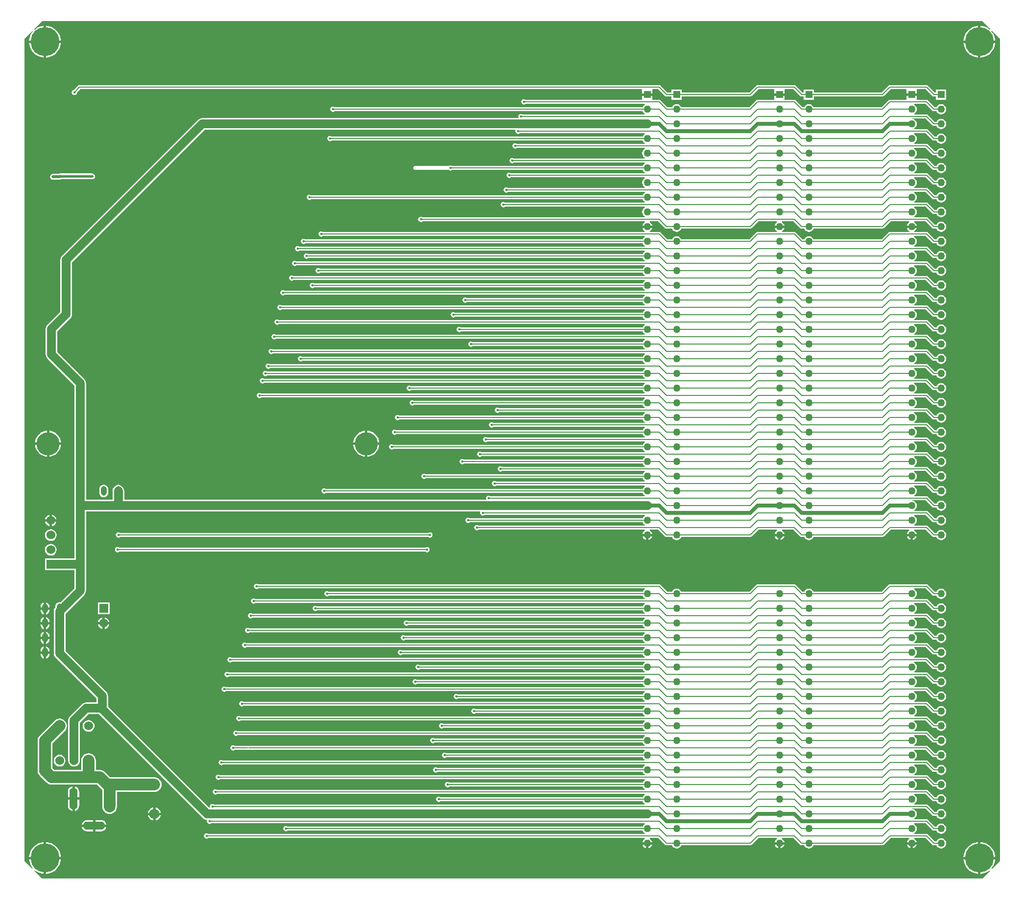
<source format=gbl>
%FSLAX44Y44*%
%MOMM*%
G71*
G01*
G75*
G04 Layer_Physical_Order=2*
G04 Layer_Color=16711680*
%ADD10R,0.8890X0.9652*%
%ADD11R,0.8000X0.9000*%
%ADD12R,1.0160X0.9400*%
%ADD13R,1.0160X0.9398*%
%ADD14R,0.9400X1.0160*%
%ADD15R,0.9398X1.0160*%
%ADD16R,0.9652X0.8890*%
%ADD17R,2.2000X0.3600*%
%ADD18R,3.0000X1.0000*%
%ADD19C,0.2000*%
%ADD20C,0.2032*%
%ADD21C,0.2540*%
%ADD22C,1.5240*%
%ADD23C,0.5080*%
%ADD24O,1.0160X1.6510*%
%ADD25O,1.4000X3.8000*%
%ADD26O,3.8000X1.4000*%
%ADD27C,1.5240*%
%ADD28R,1.5240X1.5240*%
%ADD29C,1.7780*%
%ADD30C,1.2700*%
%ADD31R,1.2700X1.2700*%
%ADD32C,4.0000*%
%ADD33C,5.0000*%
%ADD34C,0.4000*%
%ADD35C,0.3810*%
%ADD36C,2.0000*%
%ADD37C,0.6350*%
%ADD38C,0.3810*%
G36*
X592911Y113209D02*
X592049Y112277D01*
X590278Y113789D01*
X586582Y116054D01*
X582577Y117713D01*
X578362Y118725D01*
X576040Y118908D01*
Y93440D01*
X601508D01*
X601325Y95761D01*
X600313Y99977D01*
X598654Y103982D01*
X596389Y107678D01*
X594877Y109449D01*
X595809Y110311D01*
X609600Y96520D01*
Y-1325880D01*
X595809Y-1339671D01*
X594877Y-1338809D01*
X596389Y-1337038D01*
X598654Y-1333342D01*
X600313Y-1329337D01*
X601325Y-1325121D01*
X601508Y-1322800D01*
X576040D01*
Y-1348268D01*
X578362Y-1348085D01*
X582577Y-1347073D01*
X586582Y-1345414D01*
X590278Y-1343149D01*
X592049Y-1341637D01*
X592911Y-1342569D01*
X579120Y-1356360D01*
X-1046480D01*
X-1060271Y-1342569D01*
X-1059409Y-1341637D01*
X-1057638Y-1343149D01*
X-1053942Y-1345414D01*
X-1049937Y-1347073D01*
X-1045722Y-1348085D01*
X-1043400Y-1348268D01*
Y-1322800D01*
X-1068868D01*
X-1068685Y-1325121D01*
X-1067673Y-1329337D01*
X-1066014Y-1333342D01*
X-1063749Y-1337038D01*
X-1062237Y-1338809D01*
X-1063169Y-1339671D01*
X-1076960Y-1325880D01*
Y96520D01*
X-1063169Y110311D01*
X-1062237Y109449D01*
X-1063749Y107678D01*
X-1066014Y103982D01*
X-1067673Y99977D01*
X-1068685Y95761D01*
X-1068868Y93440D01*
X-1043400D01*
Y118908D01*
X-1045722Y118725D01*
X-1049937Y117713D01*
X-1053942Y116054D01*
X-1057638Y113789D01*
X-1059409Y112277D01*
X-1060271Y113209D01*
X-1046480Y127000D01*
X579120D01*
X592911Y113209D01*
D02*
G37*
%LPC*%
G36*
X-966000Y-1081952D02*
X-968652Y-1082301D01*
X-971124Y-1083325D01*
X-973246Y-1084954D01*
X-974875Y-1087076D01*
X-975899Y-1089548D01*
X-976248Y-1092200D01*
X-975899Y-1094852D01*
X-974875Y-1097324D01*
X-973246Y-1099446D01*
X-971124Y-1101075D01*
X-968652Y-1102098D01*
X-966000Y-1102448D01*
X-963348Y-1102098D01*
X-960876Y-1101075D01*
X-958754Y-1099446D01*
X-957125Y-1097324D01*
X-956102Y-1094852D01*
X-955752Y-1092200D01*
X-956102Y-1089548D01*
X-957125Y-1087076D01*
X-958754Y-1084954D01*
X-960876Y-1083325D01*
X-963348Y-1082301D01*
X-966000Y-1081952D01*
D02*
G37*
G36*
X-1016000Y-1141952D02*
X-1018652Y-1142301D01*
X-1021124Y-1143325D01*
X-1023246Y-1144954D01*
X-1024875Y-1147076D01*
X-1025899Y-1149548D01*
X-1026248Y-1152200D01*
X-1025899Y-1154852D01*
X-1024875Y-1157324D01*
X-1023246Y-1159446D01*
X-1021124Y-1161075D01*
X-1018652Y-1162098D01*
X-1016000Y-1162448D01*
X-1013348Y-1162098D01*
X-1010876Y-1161075D01*
X-1008754Y-1159446D01*
X-1007125Y-1157324D01*
X-1006102Y-1154852D01*
X-1005752Y-1152200D01*
X-1006102Y-1149548D01*
X-1007125Y-1147076D01*
X-1008754Y-1144954D01*
X-1010876Y-1143325D01*
X-1013348Y-1142301D01*
X-1016000Y-1141952D01*
D02*
G37*
G36*
X-1043400Y-967200D02*
X-1049086D01*
Y-968375D01*
X-1048824Y-970364D01*
X-1048056Y-972218D01*
X-1046835Y-973810D01*
X-1045243Y-975031D01*
X-1043400Y-975794D01*
Y-967200D01*
D02*
G37*
G36*
Y-954606D02*
X-1045243Y-955369D01*
X-1046835Y-956590D01*
X-1048056Y-958182D01*
X-1048824Y-960036D01*
X-1049086Y-962025D01*
Y-963200D01*
X-1043400D01*
Y-954606D01*
D02*
G37*
G36*
X-1033714Y-967200D02*
X-1039400D01*
Y-975794D01*
X-1037557Y-975031D01*
X-1035965Y-973810D01*
X-1034744Y-972218D01*
X-1033976Y-970364D01*
X-1033714Y-968375D01*
Y-967200D01*
D02*
G37*
G36*
X-993870Y-1219930D02*
X-1001492D01*
Y-1229930D01*
X-1001164Y-1232420D01*
X-1000203Y-1234741D01*
X-998674Y-1236734D01*
X-996681Y-1238263D01*
X-994360Y-1239224D01*
X-993870Y-1239289D01*
Y-1219930D01*
D02*
G37*
G36*
X-850170Y-1233335D02*
Y-1242600D01*
X-840905D01*
X-841034Y-1241616D01*
X-842186Y-1238836D01*
X-844018Y-1236448D01*
X-846406Y-1234616D01*
X-849186Y-1233464D01*
X-850170Y-1233335D01*
D02*
G37*
G36*
X-982248Y-1219930D02*
X-989870D01*
Y-1239289D01*
X-989380Y-1239224D01*
X-987059Y-1238263D01*
X-985066Y-1236734D01*
X-983537Y-1234741D01*
X-982576Y-1232420D01*
X-982248Y-1229930D01*
Y-1219930D01*
D02*
G37*
G36*
X-989870Y-1196571D02*
Y-1215930D01*
X-982248D01*
Y-1205930D01*
X-982576Y-1203440D01*
X-983537Y-1201119D01*
X-985066Y-1199126D01*
X-987059Y-1197597D01*
X-989380Y-1196636D01*
X-989870Y-1196571D01*
D02*
G37*
G36*
X-993870D02*
X-994360Y-1196636D01*
X-996681Y-1197597D01*
X-998674Y-1199126D01*
X-1000203Y-1201119D01*
X-1001164Y-1203440D01*
X-1001492Y-1205930D01*
Y-1215930D01*
X-993870D01*
Y-1196571D01*
D02*
G37*
G36*
X-1033714Y-916400D02*
X-1039400D01*
Y-924994D01*
X-1037557Y-924231D01*
X-1035965Y-923010D01*
X-1034744Y-921418D01*
X-1033976Y-919564D01*
X-1033714Y-917575D01*
Y-916400D01*
D02*
G37*
G36*
X-1043400D02*
X-1049086D01*
Y-917575D01*
X-1048824Y-919564D01*
X-1048056Y-921418D01*
X-1046835Y-923010D01*
X-1045243Y-924231D01*
X-1043400Y-924994D01*
Y-916400D01*
D02*
G37*
G36*
X-941800D02*
X-949784D01*
X-949698Y-917052D01*
X-948675Y-919524D01*
X-947046Y-921646D01*
X-944924Y-923275D01*
X-942452Y-924298D01*
X-941800Y-924384D01*
Y-916400D01*
D02*
G37*
G36*
X-1043400Y-903806D02*
X-1045243Y-904569D01*
X-1046835Y-905790D01*
X-1048056Y-907382D01*
X-1048824Y-909236D01*
X-1049086Y-911225D01*
Y-912400D01*
X-1043400D01*
Y-903806D01*
D02*
G37*
G36*
X-929816Y-916400D02*
X-937800D01*
Y-924384D01*
X-937148Y-924298D01*
X-934676Y-923275D01*
X-932554Y-921646D01*
X-930925Y-919524D01*
X-929902Y-917052D01*
X-929816Y-916400D01*
D02*
G37*
G36*
X-1043400Y-941800D02*
X-1049086D01*
Y-942975D01*
X-1048824Y-944964D01*
X-1048056Y-946818D01*
X-1046835Y-948410D01*
X-1045243Y-949631D01*
X-1043400Y-950394D01*
Y-941800D01*
D02*
G37*
G36*
X-1039400Y-954606D02*
Y-963200D01*
X-1033714D01*
Y-962025D01*
X-1033976Y-960036D01*
X-1034744Y-958182D01*
X-1035965Y-956590D01*
X-1037557Y-955369D01*
X-1039400Y-954606D01*
D02*
G37*
G36*
X-1033714Y-941800D02*
X-1039400D01*
Y-950394D01*
X-1037557Y-949631D01*
X-1035965Y-948410D01*
X-1034744Y-946818D01*
X-1033976Y-944964D01*
X-1033714Y-942975D01*
Y-941800D01*
D02*
G37*
G36*
X-1039400Y-929206D02*
Y-937800D01*
X-1033714D01*
Y-936625D01*
X-1033976Y-934636D01*
X-1034744Y-932782D01*
X-1035965Y-931190D01*
X-1037557Y-929969D01*
X-1039400Y-929206D01*
D02*
G37*
G36*
X-1043400D02*
X-1045243Y-929969D01*
X-1046835Y-931190D01*
X-1048056Y-932782D01*
X-1048824Y-934636D01*
X-1049086Y-936625D01*
Y-937800D01*
X-1043400D01*
Y-929206D01*
D02*
G37*
G36*
X-2000Y-1297400D02*
X-8703D01*
X-8661Y-1297721D01*
X-7765Y-1299883D01*
X-6340Y-1301740D01*
X-4483Y-1303165D01*
X-2321Y-1304061D01*
X-2000Y-1304103D01*
Y-1297400D01*
D02*
G37*
G36*
X576040Y-1293332D02*
Y-1318800D01*
X601508D01*
X601325Y-1316478D01*
X600313Y-1312263D01*
X598654Y-1308258D01*
X596389Y-1304562D01*
X593574Y-1301266D01*
X590278Y-1298451D01*
X586582Y-1296186D01*
X582577Y-1294527D01*
X578362Y-1293515D01*
X576040Y-1293332D01*
D02*
G37*
G36*
X8703Y-1297400D02*
X2000D01*
Y-1304103D01*
X2321Y-1304061D01*
X4483Y-1303165D01*
X6340Y-1301740D01*
X7765Y-1299883D01*
X8661Y-1297721D01*
X8703Y-1297400D01*
D02*
G37*
G36*
X237303D02*
X230600D01*
Y-1304103D01*
X230921Y-1304061D01*
X233083Y-1303165D01*
X234940Y-1301740D01*
X236365Y-1299883D01*
X237261Y-1297721D01*
X237303Y-1297400D01*
D02*
G37*
G36*
X226600D02*
X219897D01*
X219939Y-1297721D01*
X220835Y-1299883D01*
X222260Y-1301740D01*
X224117Y-1303165D01*
X226279Y-1304061D01*
X226600Y-1304103D01*
Y-1297400D01*
D02*
G37*
G36*
X572040Y-1322800D02*
X546572D01*
X546755Y-1325121D01*
X547767Y-1329337D01*
X549426Y-1333342D01*
X551691Y-1337038D01*
X554506Y-1340334D01*
X557802Y-1343149D01*
X561498Y-1345414D01*
X565503Y-1347073D01*
X569719Y-1348085D01*
X572040Y-1348268D01*
Y-1322800D01*
D02*
G37*
G36*
X-1013932D02*
X-1039400D01*
Y-1348268D01*
X-1037078Y-1348085D01*
X-1032863Y-1347073D01*
X-1028858Y-1345414D01*
X-1025162Y-1343149D01*
X-1021866Y-1340334D01*
X-1019051Y-1337038D01*
X-1016786Y-1333342D01*
X-1015127Y-1329337D01*
X-1014115Y-1325121D01*
X-1013932Y-1322800D01*
D02*
G37*
G36*
X-1043400Y-1293332D02*
X-1045722Y-1293515D01*
X-1049937Y-1294527D01*
X-1053942Y-1296186D01*
X-1057638Y-1298451D01*
X-1060934Y-1301266D01*
X-1063749Y-1304562D01*
X-1066014Y-1308258D01*
X-1067673Y-1312263D01*
X-1068685Y-1316478D01*
X-1068868Y-1318800D01*
X-1043400D01*
Y-1293332D01*
D02*
G37*
G36*
X572040D02*
X569719Y-1293515D01*
X565503Y-1294527D01*
X561498Y-1296186D01*
X557802Y-1298451D01*
X554506Y-1301266D01*
X551691Y-1304562D01*
X549426Y-1308258D01*
X547767Y-1312263D01*
X546755Y-1316478D01*
X546572Y-1318800D01*
X572040D01*
Y-1293332D01*
D02*
G37*
G36*
X-1039400D02*
Y-1318800D01*
X-1013932D01*
X-1014115Y-1316478D01*
X-1015127Y-1312263D01*
X-1016786Y-1308258D01*
X-1019051Y-1304562D01*
X-1021866Y-1301266D01*
X-1025162Y-1298451D01*
X-1028858Y-1296186D01*
X-1032863Y-1294527D01*
X-1037078Y-1293515D01*
X-1039400Y-1293332D01*
D02*
G37*
G36*
X-854170Y-1246600D02*
X-863435D01*
X-863306Y-1247584D01*
X-862154Y-1250364D01*
X-860322Y-1252752D01*
X-857934Y-1254584D01*
X-855154Y-1255736D01*
X-854170Y-1255865D01*
Y-1246600D01*
D02*
G37*
G36*
X-944310Y-1255298D02*
X-954310D01*
Y-1262920D01*
X-934951D01*
X-935016Y-1262430D01*
X-935977Y-1260109D01*
X-937506Y-1258116D01*
X-939499Y-1256587D01*
X-941820Y-1255626D01*
X-944310Y-1255298D01*
D02*
G37*
G36*
X-840905Y-1246600D02*
X-850170D01*
Y-1255865D01*
X-849186Y-1255736D01*
X-846406Y-1254584D01*
X-844018Y-1252752D01*
X-842186Y-1250364D01*
X-841034Y-1247584D01*
X-840905Y-1246600D01*
D02*
G37*
G36*
X-854170Y-1233335D02*
X-855154Y-1233464D01*
X-857934Y-1234616D01*
X-860322Y-1236448D01*
X-862154Y-1238836D01*
X-863306Y-1241616D01*
X-863435Y-1242600D01*
X-854170D01*
Y-1233335D01*
D02*
G37*
G36*
X-1016000Y-1079552D02*
X-1019274Y-1079983D01*
X-1022324Y-1081246D01*
X-1024944Y-1083256D01*
X-1050344Y-1108656D01*
X-1052354Y-1111276D01*
X-1052724Y-1112169D01*
X-1053617Y-1114326D01*
X-1054048Y-1117600D01*
X-1054048Y-1117600D01*
Y-1169670D01*
X-1054048Y-1169670D01*
X-1053617Y-1172944D01*
X-1052724Y-1175101D01*
X-1052354Y-1175994D01*
X-1050344Y-1178614D01*
X-1050344Y-1178614D01*
X-1050344Y-1178614D01*
X-1038914Y-1190044D01*
X-1038914Y-1190044D01*
X-1038914D01*
X-1038914Y-1190044D01*
X-1038914D01*
X-1038914Y-1190044D01*
Y-1190044D01*
Y-1190044D01*
D01*
D01*
X-1038914D01*
Y-1190044D01*
X-1036294Y-1192054D01*
X-1035401Y-1192424D01*
X-1033244Y-1193317D01*
X-1029970Y-1193748D01*
X-951389D01*
X-942288Y-1202849D01*
Y-1231900D01*
X-941857Y-1235174D01*
X-940594Y-1238224D01*
X-938584Y-1240844D01*
X-935964Y-1242854D01*
X-932914Y-1244117D01*
X-929640Y-1244548D01*
X-926366Y-1244117D01*
X-923316Y-1242854D01*
X-920696Y-1240844D01*
X-918686Y-1238224D01*
X-917423Y-1235174D01*
X-916992Y-1231900D01*
Y-1206448D01*
X-852170D01*
X-848896Y-1206017D01*
X-845846Y-1204754D01*
X-843226Y-1202744D01*
X-841216Y-1200124D01*
X-839953Y-1197074D01*
X-839522Y-1193800D01*
X-839953Y-1190526D01*
X-841216Y-1187476D01*
X-843226Y-1184856D01*
X-845846Y-1182846D01*
X-848896Y-1181583D01*
X-852170Y-1181152D01*
X-928211D01*
X-937206Y-1172156D01*
X-939826Y-1170146D01*
X-940719Y-1169776D01*
X-942876Y-1168883D01*
X-946150Y-1168452D01*
X-946150Y-1168452D01*
X-953352D01*
Y-1152200D01*
X-953783Y-1148926D01*
X-955046Y-1145876D01*
X-957056Y-1143256D01*
X-959676Y-1141246D01*
X-962726Y-1139983D01*
X-966000Y-1139552D01*
X-969274Y-1139983D01*
X-972324Y-1141246D01*
X-974944Y-1143256D01*
X-976954Y-1145876D01*
X-978217Y-1148926D01*
X-978648Y-1152200D01*
Y-1168452D01*
X-1024731D01*
X-1028752Y-1164431D01*
Y-1122839D01*
X-1007056Y-1101144D01*
X-1005046Y-1098524D01*
X-1003783Y-1095474D01*
X-1003352Y-1092200D01*
X-1003783Y-1088926D01*
X-1005046Y-1085876D01*
X-1007056Y-1083256D01*
X-1009676Y-1081246D01*
X-1012726Y-1079983D01*
X-1016000Y-1079552D01*
D02*
G37*
G36*
X465903Y-1297400D02*
X459200D01*
Y-1304103D01*
X459521Y-1304061D01*
X461683Y-1303165D01*
X463540Y-1301740D01*
X464965Y-1299883D01*
X465861Y-1297721D01*
X465903Y-1297400D01*
D02*
G37*
G36*
X455200D02*
X448497D01*
X448539Y-1297721D01*
X449435Y-1299883D01*
X450860Y-1301740D01*
X452717Y-1303165D01*
X454879Y-1304061D01*
X455200Y-1304103D01*
Y-1297400D01*
D02*
G37*
G36*
X-958310Y-1266920D02*
X-977669D01*
X-977604Y-1267410D01*
X-976643Y-1269731D01*
X-975114Y-1271724D01*
X-973121Y-1273253D01*
X-970800Y-1274214D01*
X-968310Y-1274542D01*
X-958310D01*
Y-1266920D01*
D02*
G37*
G36*
Y-1255298D02*
X-968310D01*
X-970800Y-1255626D01*
X-973121Y-1256587D01*
X-975114Y-1258116D01*
X-976643Y-1260109D01*
X-977604Y-1262430D01*
X-977669Y-1262920D01*
X-958310D01*
Y-1255298D01*
D02*
G37*
G36*
X-934951Y-1266920D02*
X-954310D01*
Y-1274542D01*
X-944310D01*
X-941820Y-1274214D01*
X-939499Y-1273253D01*
X-937506Y-1271724D01*
X-935977Y-1269731D01*
X-935016Y-1267410D01*
X-934951Y-1266920D01*
D02*
G37*
G36*
X-463548Y-606000D02*
X-484000D01*
Y-626452D01*
X-481581Y-626214D01*
X-477333Y-624925D01*
X-473417Y-622832D01*
X-469985Y-620015D01*
X-467168Y-616583D01*
X-465075Y-612667D01*
X-463786Y-608419D01*
X-463548Y-606000D01*
D02*
G37*
G36*
X-488000D02*
X-508452D01*
X-508214Y-608419D01*
X-506925Y-612667D01*
X-504832Y-616583D01*
X-502015Y-620015D01*
X-498583Y-622832D01*
X-494667Y-624925D01*
X-490419Y-626214D01*
X-488000Y-626452D01*
Y-606000D01*
D02*
G37*
G36*
X-1038000Y-581548D02*
X-1040419Y-581786D01*
X-1044667Y-583075D01*
X-1048583Y-585168D01*
X-1052015Y-587985D01*
X-1054832Y-591417D01*
X-1056925Y-595333D01*
X-1058214Y-599581D01*
X-1058452Y-602000D01*
X-1038000D01*
Y-581548D01*
D02*
G37*
G36*
X-488000D02*
X-490419Y-581786D01*
X-494667Y-583075D01*
X-498583Y-585168D01*
X-502015Y-587985D01*
X-504832Y-591417D01*
X-506925Y-595333D01*
X-508214Y-599581D01*
X-508452Y-602000D01*
X-488000D01*
Y-581548D01*
D02*
G37*
G36*
X-1034000D02*
Y-602000D01*
X-1013548D01*
X-1013786Y-599581D01*
X-1015075Y-595333D01*
X-1017168Y-591417D01*
X-1019985Y-587985D01*
X-1023417Y-585168D01*
X-1027333Y-583075D01*
X-1031581Y-581786D01*
X-1034000Y-581548D01*
D02*
G37*
G36*
X-1029240Y-726616D02*
Y-734600D01*
X-1021256D01*
X-1021341Y-733948D01*
X-1022365Y-731476D01*
X-1023994Y-729354D01*
X-1026116Y-727725D01*
X-1028588Y-726702D01*
X-1029240Y-726616D01*
D02*
G37*
G36*
X-1033240D02*
X-1033892Y-726702D01*
X-1036364Y-727725D01*
X-1038486Y-729354D01*
X-1040115Y-731476D01*
X-1041139Y-733948D01*
X-1041224Y-734600D01*
X-1033240D01*
Y-726616D01*
D02*
G37*
G36*
X-939800Y-674939D02*
X-941789Y-675201D01*
X-943643Y-675969D01*
X-945235Y-677190D01*
X-946456Y-678782D01*
X-947224Y-680636D01*
X-947486Y-682625D01*
Y-688975D01*
X-947224Y-690964D01*
X-946456Y-692818D01*
X-945235Y-694410D01*
X-943643Y-695631D01*
X-941789Y-696399D01*
X-939800Y-696661D01*
X-937811Y-696399D01*
X-935957Y-695631D01*
X-934365Y-694410D01*
X-933144Y-692818D01*
X-932376Y-690964D01*
X-932114Y-688975D01*
Y-682625D01*
X-932376Y-680636D01*
X-933144Y-678782D01*
X-934365Y-677190D01*
X-935957Y-675969D01*
X-937811Y-675201D01*
X-939800Y-674939D01*
D02*
G37*
G36*
X-1013548Y-606000D02*
X-1034000D01*
Y-626452D01*
X-1031581Y-626214D01*
X-1027333Y-624925D01*
X-1023417Y-622832D01*
X-1019985Y-620015D01*
X-1017168Y-616583D01*
X-1015075Y-612667D01*
X-1013786Y-608419D01*
X-1013548Y-606000D01*
D02*
G37*
G36*
X-1038000D02*
X-1058452D01*
X-1058214Y-608419D01*
X-1056925Y-612667D01*
X-1054832Y-616583D01*
X-1052015Y-620015D01*
X-1048583Y-622832D01*
X-1044667Y-624925D01*
X-1040419Y-626214D01*
X-1038000Y-626452D01*
Y-606000D01*
D02*
G37*
G36*
X572040Y89440D02*
X546572D01*
X546755Y87119D01*
X547767Y82903D01*
X549426Y78898D01*
X551691Y75202D01*
X554506Y71906D01*
X557802Y69091D01*
X561498Y66826D01*
X565503Y65167D01*
X569719Y64155D01*
X572040Y63972D01*
Y89440D01*
D02*
G37*
G36*
X-1013932D02*
X-1039400D01*
Y63972D01*
X-1037078Y64155D01*
X-1032863Y65167D01*
X-1028858Y66826D01*
X-1025162Y69091D01*
X-1021866Y71906D01*
X-1019051Y75202D01*
X-1016786Y78898D01*
X-1015127Y82903D01*
X-1014115Y87119D01*
X-1013932Y89440D01*
D02*
G37*
G36*
X601508D02*
X576040D01*
Y63972D01*
X578362Y64155D01*
X582577Y65167D01*
X586582Y66826D01*
X590278Y69091D01*
X593574Y71906D01*
X596389Y75202D01*
X598654Y78898D01*
X600313Y82903D01*
X601325Y87119D01*
X601508Y89440D01*
D02*
G37*
G36*
X572040Y118908D02*
X569719Y118725D01*
X565503Y117713D01*
X561498Y116054D01*
X557802Y113789D01*
X554506Y110974D01*
X551691Y107678D01*
X549426Y103982D01*
X547767Y99977D01*
X546755Y95761D01*
X546572Y93440D01*
X572040D01*
Y118908D01*
D02*
G37*
G36*
X-1039400D02*
Y93440D01*
X-1013932D01*
X-1014115Y95761D01*
X-1015127Y99977D01*
X-1016786Y103982D01*
X-1019051Y107678D01*
X-1021866Y110974D01*
X-1025162Y113789D01*
X-1028858Y116054D01*
X-1032863Y117713D01*
X-1037078Y118725D01*
X-1039400Y118908D01*
D02*
G37*
G36*
X-960000Y-136320D02*
X-1015260D01*
X-1017242Y-136715D01*
X-1017760Y-137060D01*
X-1027430D01*
X-1029412Y-137455D01*
X-1031093Y-138577D01*
X-1032215Y-140258D01*
X-1032609Y-142240D01*
X-1032215Y-144222D01*
X-1031093Y-145903D01*
X-1029412Y-147025D01*
X-1027430Y-147420D01*
X-1016000D01*
X-1014018Y-147025D01*
X-1013500Y-146679D01*
X-960000D01*
X-958018Y-146285D01*
X-956338Y-145162D01*
X-955215Y-143482D01*
X-954820Y-141500D01*
X-955215Y-139518D01*
X-956338Y-137837D01*
X-958018Y-136715D01*
X-960000Y-136320D01*
D02*
G37*
G36*
X-484000Y-581548D02*
Y-602000D01*
X-463548D01*
X-463786Y-599581D01*
X-465075Y-595333D01*
X-467168Y-591417D01*
X-469985Y-587985D01*
X-473417Y-585168D01*
X-477333Y-583075D01*
X-481581Y-581786D01*
X-484000Y-581548D01*
D02*
G37*
G36*
X466090Y-2000D02*
X448310D01*
Y-8193D01*
X448310Y-8193D01*
X448310D01*
X448310Y-8890D01*
X448109Y-9091D01*
X419100D01*
X417719Y-9365D01*
X416548Y-10148D01*
X404905Y-21791D01*
X287527D01*
X287165Y-20917D01*
X285740Y-19060D01*
X283883Y-17635D01*
X281721Y-16739D01*
X279400Y-16433D01*
X277079Y-16739D01*
X274917Y-17635D01*
X273060Y-19060D01*
X271635Y-20917D01*
X271273Y-21791D01*
X268195D01*
X256552Y-10148D01*
X255381Y-9365D01*
X254000Y-9091D01*
X237691D01*
X237490Y-8890D01*
X237490Y-8193D01*
X237490D01*
D01*
Y-8193D01*
X237490D01*
D01*
Y-2000D01*
X219710D01*
Y-8193D01*
X219710Y-8193D01*
X219710D01*
X219710Y-8890D01*
X219509Y-9091D01*
X190500D01*
X189119Y-9365D01*
X187948Y-10148D01*
X176305Y-21791D01*
X58927D01*
X58565Y-20917D01*
X57140Y-19060D01*
X55283Y-17635D01*
X53121Y-16739D01*
X50800Y-16433D01*
X48479Y-16739D01*
X46317Y-17635D01*
X44460Y-19060D01*
X43035Y-20917D01*
X42673Y-21791D01*
X34515D01*
X22872Y-10148D01*
X21701Y-9365D01*
X20320Y-9091D01*
X9091D01*
X8890Y-8890D01*
X8890Y-8193D01*
X8890D01*
D01*
Y-8193D01*
X8890D01*
D01*
Y-2000D01*
X-8890D01*
Y-8193D01*
X-8890Y-8193D01*
X-8890D01*
X-8890Y-8890D01*
X-9091Y-9091D01*
X-210590D01*
X-211589Y-8423D01*
X-213360Y-8071D01*
X-215131Y-8423D01*
X-216633Y-9427D01*
X-217637Y-10929D01*
X-217989Y-12700D01*
X-217637Y-14471D01*
X-216633Y-15973D01*
X-215131Y-16977D01*
X-213360Y-17329D01*
X-211589Y-16977D01*
X-210590Y-16309D01*
X-4539D01*
X-4291Y-17555D01*
X-4483Y-17635D01*
X-6340Y-19060D01*
X-7765Y-20917D01*
X-8127Y-21791D01*
X-540790D01*
X-541789Y-21123D01*
X-543560Y-20771D01*
X-545331Y-21123D01*
X-546833Y-22127D01*
X-547837Y-23629D01*
X-548189Y-25400D01*
X-547837Y-27171D01*
X-546833Y-28673D01*
X-545331Y-29677D01*
X-543560Y-30029D01*
X-541789Y-29677D01*
X-540790Y-29009D01*
X-8127D01*
X-7765Y-29883D01*
X-6340Y-31740D01*
X-4483Y-33165D01*
X-4291Y-33245D01*
X-4539Y-34491D01*
X-215670D01*
X-216669Y-33823D01*
X-218440Y-33471D01*
X-220211Y-33823D01*
X-221713Y-34827D01*
X-222717Y-36329D01*
X-223069Y-38100D01*
X-222776Y-39571D01*
X-223582Y-40552D01*
X-769620D01*
X-772272Y-40901D01*
X-774744Y-41925D01*
X-775665Y-42632D01*
X-776866Y-43554D01*
X-776866Y-43554D01*
X-1011816Y-278504D01*
X-1013445Y-280626D01*
X-1014469Y-283098D01*
X-1014818Y-285750D01*
X-1014818Y-285750D01*
Y-375485D01*
X-1037216Y-397884D01*
X-1038845Y-400006D01*
X-1039868Y-402478D01*
X-1040218Y-405130D01*
X-1040218Y-405130D01*
Y-449580D01*
X-1040218Y-449580D01*
X-1039868Y-452232D01*
X-1038845Y-454704D01*
X-1037216Y-456826D01*
X-990688Y-503355D01*
Y-802552D01*
X-1031240D01*
X-1031906Y-802640D01*
X-1041400D01*
Y-812134D01*
X-1041488Y-812800D01*
X-1041400Y-813466D01*
Y-822960D01*
X-1031906D01*
X-1031240Y-823048D01*
X-990688D01*
Y-854275D01*
X-1014720Y-878308D01*
X-1016000Y-878139D01*
X-1017989Y-878401D01*
X-1019843Y-879169D01*
X-1021435Y-880390D01*
X-1022656Y-881982D01*
X-1023424Y-883836D01*
X-1023686Y-885825D01*
Y-887407D01*
X-1024875Y-888956D01*
X-1025899Y-891428D01*
X-1026248Y-894080D01*
X-1026248Y-894080D01*
Y-966470D01*
X-1026248Y-966470D01*
X-1025899Y-969122D01*
X-1024875Y-971594D01*
X-1023246Y-973716D01*
X-987367Y-1009595D01*
X-987257Y-1010151D01*
X-986253Y-1011653D01*
X-984751Y-1012657D01*
X-984195Y-1012767D01*
X-952588Y-1044375D01*
Y-1051472D01*
X-970280D01*
X-970280Y-1051472D01*
X-972932Y-1051822D01*
X-975404Y-1052845D01*
X-977526Y-1054474D01*
X-998246Y-1075194D01*
X-999875Y-1077316D01*
X-1000899Y-1079788D01*
X-1001248Y-1082440D01*
X-1001248Y-1082440D01*
Y-1152200D01*
X-1001248Y-1152200D01*
X-1001248D01*
X-1000899Y-1154852D01*
X-999875Y-1157324D01*
X-998246Y-1159446D01*
X-996124Y-1161075D01*
X-993652Y-1162098D01*
X-991000Y-1162448D01*
X-988348Y-1162098D01*
X-985876Y-1161075D01*
X-983754Y-1159446D01*
X-982125Y-1157324D01*
X-981102Y-1154852D01*
X-980752Y-1152200D01*
Y-1086685D01*
X-966035Y-1071968D01*
X-947855D01*
X-767976Y-1251846D01*
X-767976Y-1251846D01*
X-765854Y-1253475D01*
Y-1253475D01*
X-765854Y-1253475D01*
D01*
D01*
D01*
X-765854D01*
Y-1253475D01*
D01*
X-765854Y-1253475D01*
X-765854Y-1253475D01*
X-763382Y-1254499D01*
X-761974Y-1254684D01*
X-761234Y-1255716D01*
X-761549Y-1257300D01*
X-761197Y-1259071D01*
X-760193Y-1260573D01*
X-758691Y-1261577D01*
X-756920Y-1261929D01*
X-755149Y-1261577D01*
X-754150Y-1260909D01*
X-4539D01*
X-4291Y-1262155D01*
X-4483Y-1262235D01*
X-6340Y-1263660D01*
X-7765Y-1265517D01*
X-8127Y-1266391D01*
X-622070D01*
X-623069Y-1265723D01*
X-624840Y-1265371D01*
X-626611Y-1265723D01*
X-628113Y-1266727D01*
X-629117Y-1268229D01*
X-629469Y-1270000D01*
X-629117Y-1271771D01*
X-628113Y-1273273D01*
X-626611Y-1274277D01*
X-624840Y-1274629D01*
X-623069Y-1274277D01*
X-622070Y-1273609D01*
X-8127D01*
X-7765Y-1274483D01*
X-6340Y-1276340D01*
X-4483Y-1277765D01*
X-4291Y-1277845D01*
X-4539Y-1279091D01*
X-759230D01*
X-760229Y-1278423D01*
X-762000Y-1278071D01*
X-763771Y-1278423D01*
X-765273Y-1279427D01*
X-766277Y-1280929D01*
X-766629Y-1282700D01*
X-766277Y-1284471D01*
X-765273Y-1285973D01*
X-763771Y-1286977D01*
X-762000Y-1287329D01*
X-760229Y-1286977D01*
X-759230Y-1286309D01*
X-4539D01*
X-4291Y-1287555D01*
X-4483Y-1287635D01*
X-6340Y-1289060D01*
X-7765Y-1290917D01*
X-8661Y-1293079D01*
X-8703Y-1293400D01*
X8703D01*
X8661Y-1293079D01*
X7765Y-1290917D01*
X6340Y-1289060D01*
X4483Y-1287635D01*
X4291Y-1287555D01*
X4539Y-1286309D01*
X18825D01*
X30468Y-1297952D01*
X30468Y-1297952D01*
X30468D01*
X30468Y-1297952D01*
X30468D01*
X30468Y-1297952D01*
Y-1297952D01*
Y-1297952D01*
D01*
D01*
X30468D01*
Y-1297952D01*
X31639Y-1298735D01*
X33020Y-1299009D01*
X42673D01*
X43035Y-1299883D01*
X44460Y-1301740D01*
X46317Y-1303165D01*
X48479Y-1304061D01*
X50800Y-1304367D01*
X53121Y-1304061D01*
X55283Y-1303165D01*
X57140Y-1301740D01*
X58565Y-1299883D01*
X58927Y-1299009D01*
X177800D01*
X179181Y-1298735D01*
X180352Y-1297952D01*
X191995Y-1286309D01*
X224061D01*
X224309Y-1287555D01*
X224117Y-1287635D01*
X222260Y-1289060D01*
X220835Y-1290917D01*
X219939Y-1293079D01*
X219897Y-1293400D01*
X237303D01*
X237261Y-1293079D01*
X236365Y-1290917D01*
X234940Y-1289060D01*
X233083Y-1287635D01*
X232891Y-1287555D01*
X233139Y-1286309D01*
X252505D01*
X264148Y-1297952D01*
X264148Y-1297952D01*
X264148D01*
X264148Y-1297952D01*
X264148D01*
X264148Y-1297952D01*
Y-1297952D01*
Y-1297952D01*
D01*
D01*
X264148D01*
Y-1297952D01*
X265319Y-1298735D01*
X266700Y-1299009D01*
X271273D01*
X271635Y-1299883D01*
X273060Y-1301740D01*
X274917Y-1303165D01*
X277079Y-1304061D01*
X279400Y-1304367D01*
X281721Y-1304061D01*
X283883Y-1303165D01*
X285740Y-1301740D01*
X287165Y-1299883D01*
X287527Y-1299009D01*
X406400D01*
X407781Y-1298735D01*
X408952Y-1297952D01*
X420595Y-1286309D01*
X452661D01*
X452909Y-1287555D01*
X452717Y-1287635D01*
X450860Y-1289060D01*
X449435Y-1290917D01*
X448539Y-1293079D01*
X448497Y-1293400D01*
X465903D01*
X465861Y-1293079D01*
X464965Y-1290917D01*
X463540Y-1289060D01*
X461683Y-1287635D01*
X461491Y-1287555D01*
X461739Y-1286309D01*
X481105D01*
X492748Y-1297952D01*
X492748Y-1297952D01*
X492748D01*
X492748Y-1297952D01*
X492748D01*
X492748Y-1297952D01*
Y-1297952D01*
Y-1297952D01*
D01*
D01*
X492748D01*
Y-1297952D01*
X493919Y-1298735D01*
X495300Y-1299009D01*
X499873D01*
X500235Y-1299883D01*
X501660Y-1301740D01*
X503517Y-1303165D01*
X505679Y-1304061D01*
X508000Y-1304367D01*
X510321Y-1304061D01*
X512483Y-1303165D01*
X514340Y-1301740D01*
X515765Y-1299883D01*
X516661Y-1297721D01*
X516967Y-1295400D01*
X516661Y-1293079D01*
X515765Y-1290917D01*
X514340Y-1289060D01*
X512483Y-1287635D01*
X510321Y-1286739D01*
X508000Y-1286433D01*
X505679Y-1286739D01*
X503517Y-1287635D01*
X501660Y-1289060D01*
X500235Y-1290917D01*
X499873Y-1291791D01*
X496795D01*
X485152Y-1280148D01*
X483981Y-1279365D01*
X482600Y-1279091D01*
X461739D01*
X461491Y-1277845D01*
X461683Y-1277765D01*
X463540Y-1276340D01*
X464965Y-1274483D01*
X465861Y-1272321D01*
X466167Y-1270000D01*
X465861Y-1267679D01*
X464965Y-1265517D01*
X463540Y-1263660D01*
X461683Y-1262235D01*
X461491Y-1262155D01*
X461739Y-1260909D01*
X481105D01*
X492748Y-1272552D01*
X493919Y-1273335D01*
X495300Y-1273609D01*
X499873D01*
X500235Y-1274483D01*
X501660Y-1276340D01*
X503517Y-1277765D01*
X505679Y-1278661D01*
X508000Y-1278967D01*
X510321Y-1278661D01*
X512483Y-1277765D01*
X514340Y-1276340D01*
X515765Y-1274483D01*
X516661Y-1272321D01*
X516967Y-1270000D01*
X516661Y-1267679D01*
X515765Y-1265517D01*
X514340Y-1263660D01*
X512483Y-1262235D01*
X510321Y-1261339D01*
X508000Y-1261033D01*
X505679Y-1261339D01*
X503517Y-1262235D01*
X501660Y-1263660D01*
X500235Y-1265517D01*
X499873Y-1266391D01*
X496795D01*
X485152Y-1254748D01*
X483981Y-1253965D01*
X482600Y-1253691D01*
X461739D01*
X461491Y-1252445D01*
X461683Y-1252365D01*
X463540Y-1250940D01*
X464965Y-1249083D01*
X465861Y-1246921D01*
X466167Y-1244600D01*
X465861Y-1242279D01*
X464965Y-1240117D01*
X463540Y-1238260D01*
X461683Y-1236835D01*
X459521Y-1235939D01*
X457200Y-1235633D01*
X457324Y-1235509D01*
X481105D01*
X492748Y-1247152D01*
X492748Y-1247152D01*
X492748D01*
X492748Y-1247152D01*
X492748D01*
X492748Y-1247152D01*
Y-1247152D01*
Y-1247152D01*
D01*
D01*
X492748D01*
Y-1247152D01*
X493919Y-1247935D01*
X495300Y-1248209D01*
X499873D01*
X500235Y-1249083D01*
X501660Y-1250940D01*
X503517Y-1252365D01*
X505679Y-1253261D01*
X508000Y-1253567D01*
X510321Y-1253261D01*
X512483Y-1252365D01*
X514340Y-1250940D01*
X515765Y-1249083D01*
X516661Y-1246921D01*
X516967Y-1244600D01*
X516661Y-1242279D01*
X515765Y-1240117D01*
X514340Y-1238260D01*
X512483Y-1236835D01*
X510321Y-1235939D01*
X508000Y-1235633D01*
X505679Y-1235939D01*
X503517Y-1236835D01*
X501660Y-1238260D01*
X500235Y-1240117D01*
X499873Y-1240991D01*
X496795D01*
X485152Y-1229348D01*
X483981Y-1228565D01*
X482600Y-1228291D01*
X461739D01*
X461491Y-1227045D01*
X461683Y-1226965D01*
X463540Y-1225540D01*
X464965Y-1223683D01*
X465861Y-1221521D01*
X466167Y-1219200D01*
X465861Y-1216879D01*
X464965Y-1214717D01*
X463540Y-1212860D01*
X461683Y-1211435D01*
X461491Y-1211355D01*
X461739Y-1210109D01*
X481105D01*
X492748Y-1221752D01*
X493919Y-1222535D01*
X495300Y-1222809D01*
X499873D01*
X500235Y-1223683D01*
X501660Y-1225540D01*
X503517Y-1226965D01*
X505679Y-1227861D01*
X508000Y-1228167D01*
X510321Y-1227861D01*
X512483Y-1226965D01*
X514340Y-1225540D01*
X515765Y-1223683D01*
X516661Y-1221521D01*
X516967Y-1219200D01*
X516661Y-1216879D01*
X515765Y-1214717D01*
X514340Y-1212860D01*
X512483Y-1211435D01*
X510321Y-1210539D01*
X508000Y-1210233D01*
X505679Y-1210539D01*
X503517Y-1211435D01*
X501660Y-1212860D01*
X500235Y-1214717D01*
X499873Y-1215591D01*
X496795D01*
X485152Y-1203948D01*
X483981Y-1203165D01*
X482600Y-1202891D01*
X461739D01*
X461491Y-1201645D01*
X461683Y-1201565D01*
X463540Y-1200140D01*
X464965Y-1198283D01*
X465861Y-1196121D01*
X466167Y-1193800D01*
X465861Y-1191479D01*
X464965Y-1189317D01*
X463540Y-1187460D01*
X461683Y-1186035D01*
X461491Y-1185955D01*
X461739Y-1184709D01*
X481105D01*
X492748Y-1196352D01*
X493919Y-1197135D01*
X495300Y-1197409D01*
X499873D01*
X500235Y-1198283D01*
X501660Y-1200140D01*
X503517Y-1201565D01*
X505679Y-1202461D01*
X508000Y-1202767D01*
X510321Y-1202461D01*
X512483Y-1201565D01*
X514340Y-1200140D01*
X515765Y-1198283D01*
X516661Y-1196121D01*
X516967Y-1193800D01*
X516661Y-1191479D01*
X515765Y-1189317D01*
X514340Y-1187460D01*
X512483Y-1186035D01*
X510321Y-1185139D01*
X508000Y-1184833D01*
X505679Y-1185139D01*
X503517Y-1186035D01*
X501660Y-1187460D01*
X500235Y-1189317D01*
X499873Y-1190191D01*
X496795D01*
X485152Y-1178548D01*
X483981Y-1177765D01*
X482600Y-1177491D01*
X461739D01*
X461491Y-1176245D01*
X461683Y-1176165D01*
X463540Y-1174740D01*
X464965Y-1172883D01*
X465861Y-1170721D01*
X466167Y-1168400D01*
X465861Y-1166079D01*
X464965Y-1163917D01*
X463540Y-1162060D01*
X461683Y-1160635D01*
X461491Y-1160555D01*
X461739Y-1159309D01*
X481105D01*
X492748Y-1170952D01*
X493919Y-1171735D01*
X495300Y-1172009D01*
X499873D01*
X500235Y-1172883D01*
X501660Y-1174740D01*
X503517Y-1176165D01*
X505679Y-1177061D01*
X508000Y-1177367D01*
X510321Y-1177061D01*
X512483Y-1176165D01*
X514340Y-1174740D01*
X515765Y-1172883D01*
X516661Y-1170721D01*
X516967Y-1168400D01*
X516661Y-1166079D01*
X515765Y-1163917D01*
X514340Y-1162060D01*
X512483Y-1160635D01*
X510321Y-1159739D01*
X508000Y-1159433D01*
X505679Y-1159739D01*
X503517Y-1160635D01*
X501660Y-1162060D01*
X500235Y-1163917D01*
X499873Y-1164791D01*
X496795D01*
X485152Y-1153148D01*
X483981Y-1152365D01*
X482600Y-1152091D01*
X461739D01*
X461491Y-1150845D01*
X461683Y-1150765D01*
X463540Y-1149340D01*
X464965Y-1147483D01*
X465861Y-1145321D01*
X466167Y-1143000D01*
X465861Y-1140679D01*
X464965Y-1138517D01*
X463540Y-1136660D01*
X461683Y-1135235D01*
X461491Y-1135155D01*
X461739Y-1133909D01*
X481105D01*
X492748Y-1145552D01*
X493919Y-1146335D01*
X495300Y-1146609D01*
X499873D01*
X500235Y-1147483D01*
X501660Y-1149340D01*
X503517Y-1150765D01*
X505679Y-1151661D01*
X508000Y-1151967D01*
X510321Y-1151661D01*
X512483Y-1150765D01*
X514340Y-1149340D01*
X515765Y-1147483D01*
X516661Y-1145321D01*
X516967Y-1143000D01*
X516661Y-1140679D01*
X515765Y-1138517D01*
X514340Y-1136660D01*
X512483Y-1135235D01*
X510321Y-1134339D01*
X508000Y-1134033D01*
X505679Y-1134339D01*
X503517Y-1135235D01*
X501660Y-1136660D01*
X500235Y-1138517D01*
X499873Y-1139391D01*
X496795D01*
X485152Y-1127748D01*
X483981Y-1126965D01*
X482600Y-1126691D01*
X461739D01*
X461491Y-1125445D01*
X461683Y-1125365D01*
X463540Y-1123940D01*
X464965Y-1122083D01*
X465861Y-1119921D01*
X466167Y-1117600D01*
X465861Y-1115279D01*
X464965Y-1113117D01*
X463540Y-1111260D01*
X461683Y-1109835D01*
X461491Y-1109755D01*
X461739Y-1108509D01*
X481105D01*
X492748Y-1120152D01*
X493919Y-1120935D01*
X495300Y-1121209D01*
X499873D01*
X500235Y-1122083D01*
X501660Y-1123940D01*
X503517Y-1125365D01*
X505679Y-1126261D01*
X508000Y-1126567D01*
X510321Y-1126261D01*
X512483Y-1125365D01*
X514340Y-1123940D01*
X515765Y-1122083D01*
X516661Y-1119921D01*
X516967Y-1117600D01*
X516661Y-1115279D01*
X515765Y-1113117D01*
X514340Y-1111260D01*
X512483Y-1109835D01*
X510321Y-1108939D01*
X508000Y-1108633D01*
X505679Y-1108939D01*
X503517Y-1109835D01*
X501660Y-1111260D01*
X500235Y-1113117D01*
X499873Y-1113991D01*
X496795D01*
X485152Y-1102348D01*
X483981Y-1101565D01*
X482600Y-1101291D01*
X461739D01*
X461491Y-1100045D01*
X461683Y-1099965D01*
X463540Y-1098540D01*
X464965Y-1096683D01*
X465861Y-1094521D01*
X466167Y-1092200D01*
X465861Y-1089879D01*
X464965Y-1087717D01*
X463540Y-1085860D01*
X461683Y-1084435D01*
X461491Y-1084355D01*
X461739Y-1083109D01*
X481105D01*
X492748Y-1094752D01*
X492748Y-1094752D01*
X492748D01*
X492748Y-1094752D01*
X492748D01*
X492748Y-1094752D01*
Y-1094752D01*
Y-1094752D01*
D01*
D01*
X492748D01*
Y-1094752D01*
X493919Y-1095535D01*
X495300Y-1095809D01*
X499873D01*
X500235Y-1096683D01*
X501660Y-1098540D01*
X503517Y-1099965D01*
X505679Y-1100861D01*
X508000Y-1101167D01*
X510321Y-1100861D01*
X512483Y-1099965D01*
X514340Y-1098540D01*
X515765Y-1096683D01*
X516661Y-1094521D01*
X516967Y-1092200D01*
X516661Y-1089879D01*
X515765Y-1087717D01*
X514340Y-1085860D01*
X512483Y-1084435D01*
X510321Y-1083539D01*
X508000Y-1083233D01*
X505679Y-1083539D01*
X503517Y-1084435D01*
X501660Y-1085860D01*
X500235Y-1087717D01*
X499873Y-1088591D01*
X496795D01*
X485152Y-1076948D01*
X483981Y-1076165D01*
X482600Y-1075891D01*
X461739D01*
X461491Y-1074645D01*
X461683Y-1074565D01*
X463540Y-1073140D01*
X464965Y-1071283D01*
X465861Y-1069121D01*
X466167Y-1066800D01*
X465861Y-1064479D01*
X464965Y-1062317D01*
X463540Y-1060460D01*
X461683Y-1059035D01*
X461491Y-1058955D01*
X461739Y-1057709D01*
X481105D01*
X492748Y-1069352D01*
X493919Y-1070135D01*
X495300Y-1070409D01*
X499873D01*
X500235Y-1071283D01*
X501660Y-1073140D01*
X503517Y-1074565D01*
X505679Y-1075461D01*
X508000Y-1075767D01*
X510321Y-1075461D01*
X512483Y-1074565D01*
X514340Y-1073140D01*
X515765Y-1071283D01*
X516661Y-1069121D01*
X516967Y-1066800D01*
X516661Y-1064479D01*
X515765Y-1062317D01*
X514340Y-1060460D01*
X512483Y-1059035D01*
X510321Y-1058139D01*
X508000Y-1057833D01*
X505679Y-1058139D01*
X503517Y-1059035D01*
X501660Y-1060460D01*
X500235Y-1062317D01*
X499873Y-1063191D01*
X496795D01*
X485152Y-1051548D01*
X483981Y-1050765D01*
X482600Y-1050491D01*
X461739D01*
X461491Y-1049245D01*
X461683Y-1049165D01*
X463540Y-1047740D01*
X464965Y-1045883D01*
X465861Y-1043721D01*
X466167Y-1041400D01*
X465861Y-1039079D01*
X464965Y-1036917D01*
X463540Y-1035060D01*
X461683Y-1033635D01*
X461491Y-1033555D01*
X461739Y-1032309D01*
X481105D01*
X492748Y-1043952D01*
X493919Y-1044735D01*
X495300Y-1045009D01*
X499873D01*
X500235Y-1045883D01*
X501660Y-1047740D01*
X503517Y-1049165D01*
X505679Y-1050061D01*
X508000Y-1050367D01*
X510321Y-1050061D01*
X512483Y-1049165D01*
X514340Y-1047740D01*
X515765Y-1045883D01*
X516661Y-1043721D01*
X516967Y-1041400D01*
X516661Y-1039079D01*
X515765Y-1036917D01*
X514340Y-1035060D01*
X512483Y-1033635D01*
X510321Y-1032739D01*
X508000Y-1032433D01*
X505679Y-1032739D01*
X503517Y-1033635D01*
X501660Y-1035060D01*
X500235Y-1036917D01*
X499873Y-1037791D01*
X496795D01*
X485152Y-1026148D01*
X483981Y-1025365D01*
X482600Y-1025091D01*
X461739D01*
X461491Y-1023845D01*
X461683Y-1023765D01*
X463540Y-1022340D01*
X464965Y-1020483D01*
X465861Y-1018321D01*
X466167Y-1016000D01*
X465861Y-1013679D01*
X464965Y-1011517D01*
X463540Y-1009660D01*
X461683Y-1008235D01*
X461491Y-1008155D01*
X461739Y-1006909D01*
X481105D01*
X492748Y-1018552D01*
X492748Y-1018552D01*
X492748D01*
X492748Y-1018552D01*
X492748D01*
X492748Y-1018552D01*
Y-1018552D01*
Y-1018552D01*
D01*
D01*
X492748D01*
Y-1018552D01*
X493919Y-1019335D01*
X495300Y-1019609D01*
X499873D01*
X500235Y-1020483D01*
X501660Y-1022340D01*
X503517Y-1023765D01*
X505679Y-1024661D01*
X508000Y-1024967D01*
X510321Y-1024661D01*
X512483Y-1023765D01*
X514340Y-1022340D01*
X515765Y-1020483D01*
X516661Y-1018321D01*
X516967Y-1016000D01*
X516661Y-1013679D01*
X515765Y-1011517D01*
X514340Y-1009660D01*
X512483Y-1008235D01*
X510321Y-1007339D01*
X508000Y-1007033D01*
X505679Y-1007339D01*
X503517Y-1008235D01*
X501660Y-1009660D01*
X500235Y-1011517D01*
X499873Y-1012391D01*
X496795D01*
X485152Y-1000748D01*
X483981Y-999965D01*
X482600Y-999691D01*
X461739D01*
X461491Y-998445D01*
X461683Y-998365D01*
X463540Y-996940D01*
X464965Y-995083D01*
X465861Y-992921D01*
X466167Y-990600D01*
X465861Y-988279D01*
X464965Y-986117D01*
X463540Y-984260D01*
X461683Y-982835D01*
X461491Y-982755D01*
X461739Y-981509D01*
X481105D01*
X492748Y-993152D01*
X493919Y-993935D01*
X495300Y-994209D01*
X499873D01*
X500235Y-995083D01*
X501660Y-996940D01*
X503517Y-998365D01*
X505679Y-999261D01*
X508000Y-999567D01*
X510321Y-999261D01*
X512483Y-998365D01*
X514340Y-996940D01*
X515765Y-995083D01*
X516661Y-992921D01*
X516967Y-990600D01*
X516661Y-988279D01*
X515765Y-986117D01*
X514340Y-984260D01*
X512483Y-982835D01*
X510321Y-981939D01*
X508000Y-981633D01*
X505679Y-981939D01*
X503517Y-982835D01*
X501660Y-984260D01*
X500235Y-986117D01*
X499873Y-986991D01*
X496795D01*
X485152Y-975348D01*
X483981Y-974565D01*
X482600Y-974291D01*
X461739D01*
X461491Y-973045D01*
X461683Y-972965D01*
X463540Y-971540D01*
X464965Y-969683D01*
X465861Y-967521D01*
X466167Y-965200D01*
X465861Y-962879D01*
X464965Y-960717D01*
X463540Y-958860D01*
X461683Y-957435D01*
X461491Y-957355D01*
X461739Y-956109D01*
X481105D01*
X492748Y-967752D01*
X492748Y-967752D01*
X492748D01*
X492748Y-967752D01*
X492748D01*
X492748Y-967752D01*
Y-967752D01*
Y-967752D01*
D01*
D01*
X492748D01*
Y-967752D01*
X493919Y-968535D01*
X495300Y-968809D01*
X499873D01*
X500235Y-969683D01*
X501660Y-971540D01*
X503517Y-972965D01*
X505679Y-973861D01*
X508000Y-974167D01*
X510321Y-973861D01*
X512483Y-972965D01*
X514340Y-971540D01*
X515765Y-969683D01*
X516661Y-967521D01*
X516967Y-965200D01*
X516661Y-962879D01*
X515765Y-960717D01*
X514340Y-958860D01*
X512483Y-957435D01*
X510321Y-956539D01*
X508000Y-956233D01*
X505679Y-956539D01*
X503517Y-957435D01*
X501660Y-958860D01*
X500235Y-960717D01*
X499873Y-961591D01*
X496795D01*
X485152Y-949948D01*
X483981Y-949165D01*
X482600Y-948891D01*
X461739D01*
X461491Y-947645D01*
X461683Y-947565D01*
X463540Y-946140D01*
X464965Y-944283D01*
X465861Y-942121D01*
X466167Y-939800D01*
X465861Y-937479D01*
X464965Y-935317D01*
X463540Y-933460D01*
X461683Y-932035D01*
X461491Y-931955D01*
X461739Y-930709D01*
X481105D01*
X492748Y-942352D01*
X493919Y-943135D01*
X495300Y-943409D01*
X499873D01*
X500235Y-944283D01*
X501660Y-946140D01*
X503517Y-947565D01*
X505679Y-948461D01*
X508000Y-948767D01*
X510321Y-948461D01*
X512483Y-947565D01*
X514340Y-946140D01*
X515765Y-944283D01*
X516661Y-942121D01*
X516967Y-939800D01*
X516661Y-937479D01*
X515765Y-935317D01*
X514340Y-933460D01*
X512483Y-932035D01*
X510321Y-931139D01*
X508000Y-930833D01*
X505679Y-931139D01*
X503517Y-932035D01*
X501660Y-933460D01*
X500235Y-935317D01*
X499873Y-936191D01*
X496795D01*
X485152Y-924548D01*
X483981Y-923765D01*
X482600Y-923491D01*
X461739D01*
X461491Y-922245D01*
X461683Y-922165D01*
X463540Y-920740D01*
X464965Y-918883D01*
X465861Y-916721D01*
X466167Y-914400D01*
X465861Y-912079D01*
X464965Y-909917D01*
X463540Y-908060D01*
X461683Y-906635D01*
X461491Y-906555D01*
X461739Y-905309D01*
X481105D01*
X492748Y-916952D01*
X493919Y-917735D01*
X495300Y-918009D01*
X499873D01*
X500235Y-918883D01*
X501660Y-920740D01*
X503517Y-922165D01*
X505679Y-923061D01*
X508000Y-923367D01*
X510321Y-923061D01*
X512483Y-922165D01*
X514340Y-920740D01*
X515765Y-918883D01*
X516661Y-916721D01*
X516967Y-914400D01*
X516661Y-912079D01*
X515765Y-909917D01*
X514340Y-908060D01*
X512483Y-906635D01*
X510321Y-905739D01*
X508000Y-905433D01*
X505679Y-905739D01*
X503517Y-906635D01*
X501660Y-908060D01*
X500235Y-909917D01*
X499873Y-910791D01*
X496795D01*
X485152Y-899148D01*
X483981Y-898365D01*
X482600Y-898091D01*
X461739D01*
X461491Y-896845D01*
X461683Y-896765D01*
X463540Y-895340D01*
X464965Y-893483D01*
X465861Y-891321D01*
X466167Y-889000D01*
X465861Y-886679D01*
X464965Y-884517D01*
X463540Y-882660D01*
X461683Y-881235D01*
X461491Y-881155D01*
X461739Y-879909D01*
X481105D01*
X492748Y-891552D01*
X493919Y-892335D01*
X495300Y-892609D01*
X499873D01*
X500235Y-893483D01*
X501660Y-895340D01*
X503517Y-896765D01*
X505679Y-897661D01*
X508000Y-897967D01*
X510321Y-897661D01*
X512483Y-896765D01*
X514340Y-895340D01*
X515765Y-893483D01*
X516661Y-891321D01*
X516967Y-889000D01*
X516661Y-886679D01*
X515765Y-884517D01*
X514340Y-882660D01*
X512483Y-881235D01*
X510321Y-880339D01*
X508000Y-880033D01*
X505679Y-880339D01*
X503517Y-881235D01*
X501660Y-882660D01*
X500235Y-884517D01*
X499873Y-885391D01*
X496795D01*
X485152Y-873748D01*
X483981Y-872965D01*
X482600Y-872691D01*
X461739D01*
X461491Y-871445D01*
X461683Y-871365D01*
X463540Y-869940D01*
X464965Y-868083D01*
X465861Y-865921D01*
X466167Y-863600D01*
X465861Y-861279D01*
X464965Y-859117D01*
X463540Y-857260D01*
X461683Y-855835D01*
X461491Y-855755D01*
X461739Y-854509D01*
X481105D01*
X492748Y-866152D01*
X493919Y-866935D01*
X495300Y-867209D01*
X499873D01*
X500235Y-868083D01*
X501660Y-869940D01*
X503517Y-871365D01*
X505679Y-872261D01*
X508000Y-872567D01*
X510321Y-872261D01*
X512483Y-871365D01*
X514340Y-869940D01*
X515765Y-868083D01*
X516661Y-865921D01*
X516967Y-863600D01*
X516661Y-861279D01*
X515765Y-859117D01*
X514340Y-857260D01*
X512483Y-855835D01*
X510321Y-854939D01*
X508000Y-854633D01*
X505679Y-854939D01*
X503517Y-855835D01*
X501660Y-857260D01*
X500235Y-859117D01*
X499873Y-859991D01*
X496795D01*
X485152Y-848348D01*
X483981Y-847565D01*
X482600Y-847291D01*
X419100D01*
X417719Y-847565D01*
X416548Y-848348D01*
X404905Y-859991D01*
X287527D01*
X287165Y-859117D01*
X285740Y-857260D01*
X283883Y-855835D01*
X281721Y-854939D01*
X279400Y-854633D01*
X277079Y-854939D01*
X274917Y-855835D01*
X273060Y-857260D01*
X271635Y-859117D01*
X271273Y-859991D01*
X268195D01*
X256552Y-848348D01*
X255381Y-847565D01*
X254000Y-847291D01*
X190500D01*
X189119Y-847565D01*
X187948Y-848348D01*
X176305Y-859991D01*
X58927D01*
X58565Y-859117D01*
X57140Y-857260D01*
X55283Y-855835D01*
X53121Y-854939D01*
X50800Y-854633D01*
X48479Y-854939D01*
X46317Y-855835D01*
X44460Y-857260D01*
X43035Y-859117D01*
X42673Y-859991D01*
X34515D01*
X22872Y-848348D01*
X21701Y-847565D01*
X20320Y-847291D01*
X-672870D01*
X-673869Y-846623D01*
X-675640Y-846271D01*
X-677411Y-846623D01*
X-678913Y-847627D01*
X-679917Y-849129D01*
X-680269Y-850900D01*
X-679917Y-852671D01*
X-678913Y-854173D01*
X-677411Y-855177D01*
X-675640Y-855529D01*
X-673869Y-855177D01*
X-672870Y-854509D01*
X-4539D01*
X-4291Y-855755D01*
X-4483Y-855835D01*
X-6340Y-857260D01*
X-7765Y-859117D01*
X-8127Y-859991D01*
X-550950D01*
X-551949Y-859323D01*
X-553720Y-858971D01*
X-555491Y-859323D01*
X-556993Y-860327D01*
X-557997Y-861829D01*
X-558349Y-863600D01*
X-557997Y-865371D01*
X-556993Y-866873D01*
X-555491Y-867877D01*
X-553720Y-868229D01*
X-551949Y-867877D01*
X-550950Y-867209D01*
X-8127D01*
X-7765Y-868083D01*
X-6340Y-869940D01*
X-4483Y-871365D01*
X-4291Y-871445D01*
X-4539Y-872691D01*
X-677950D01*
X-678949Y-872023D01*
X-680720Y-871671D01*
X-682491Y-872023D01*
X-683993Y-873027D01*
X-684997Y-874529D01*
X-685349Y-876300D01*
X-684997Y-878071D01*
X-683993Y-879573D01*
X-682491Y-880577D01*
X-680720Y-880929D01*
X-678949Y-880577D01*
X-677950Y-879909D01*
X-4539D01*
X-4291Y-881155D01*
X-4483Y-881235D01*
X-6340Y-882660D01*
X-7765Y-884517D01*
X-8127Y-885391D01*
X-571270D01*
X-572269Y-884723D01*
X-574040Y-884371D01*
X-575811Y-884723D01*
X-577313Y-885727D01*
X-578317Y-887229D01*
X-578669Y-889000D01*
X-578317Y-890771D01*
X-577313Y-892273D01*
X-575811Y-893277D01*
X-574040Y-893629D01*
X-572269Y-893277D01*
X-571270Y-892609D01*
X-8127D01*
X-7765Y-893483D01*
X-6340Y-895340D01*
X-4483Y-896765D01*
X-4291Y-896845D01*
X-4539Y-898091D01*
X-683030D01*
X-684029Y-897423D01*
X-685800Y-897071D01*
X-687571Y-897423D01*
X-689073Y-898427D01*
X-690077Y-899929D01*
X-690429Y-901700D01*
X-690077Y-903471D01*
X-689073Y-904973D01*
X-687571Y-905977D01*
X-685800Y-906329D01*
X-684029Y-905977D01*
X-683030Y-905309D01*
X-4539D01*
X-4291Y-906555D01*
X-4483Y-906635D01*
X-6340Y-908060D01*
X-7765Y-909917D01*
X-8127Y-910791D01*
X-413790D01*
X-414789Y-910123D01*
X-416560Y-909771D01*
X-418331Y-910123D01*
X-419833Y-911127D01*
X-420837Y-912629D01*
X-421189Y-914400D01*
X-420837Y-916171D01*
X-419833Y-917673D01*
X-418331Y-918677D01*
X-416560Y-919029D01*
X-414789Y-918677D01*
X-413790Y-918009D01*
X-8127D01*
X-7765Y-918883D01*
X-6340Y-920740D01*
X-4483Y-922165D01*
X-4291Y-922245D01*
X-4539Y-923491D01*
X-688110D01*
X-689109Y-922823D01*
X-690880Y-922471D01*
X-692651Y-922823D01*
X-694153Y-923827D01*
X-695157Y-925329D01*
X-695509Y-927100D01*
X-695157Y-928871D01*
X-694153Y-930373D01*
X-692651Y-931377D01*
X-690880Y-931729D01*
X-689109Y-931377D01*
X-688110Y-930709D01*
X-4539D01*
X-4291Y-931955D01*
X-4483Y-932035D01*
X-6340Y-933460D01*
X-7765Y-935317D01*
X-8127Y-936191D01*
X-418870D01*
X-419869Y-935523D01*
X-421640Y-935171D01*
X-423411Y-935523D01*
X-424913Y-936527D01*
X-425917Y-938029D01*
X-426269Y-939800D01*
X-425917Y-941571D01*
X-424913Y-943073D01*
X-423411Y-944077D01*
X-421640Y-944429D01*
X-419869Y-944077D01*
X-418870Y-943409D01*
X-8127D01*
X-7765Y-944283D01*
X-6340Y-946140D01*
X-4483Y-947565D01*
X-4291Y-947645D01*
X-4539Y-948891D01*
X-693190D01*
X-694189Y-948223D01*
X-695960Y-947871D01*
X-697731Y-948223D01*
X-699233Y-949227D01*
X-700237Y-950729D01*
X-700589Y-952500D01*
X-700237Y-954271D01*
X-699233Y-955773D01*
X-697731Y-956777D01*
X-695960Y-957129D01*
X-694189Y-956777D01*
X-693190Y-956109D01*
X-4539D01*
X-4291Y-957355D01*
X-4483Y-957435D01*
X-6340Y-958860D01*
X-7765Y-960717D01*
X-8127Y-961591D01*
X-423950D01*
X-424949Y-960923D01*
X-426720Y-960571D01*
X-428491Y-960923D01*
X-429993Y-961927D01*
X-430997Y-963429D01*
X-431349Y-965200D01*
X-430997Y-966971D01*
X-429993Y-968473D01*
X-428491Y-969477D01*
X-426720Y-969829D01*
X-424949Y-969477D01*
X-423950Y-968809D01*
X-8127D01*
X-7765Y-969683D01*
X-6340Y-971540D01*
X-4483Y-972965D01*
X-4291Y-973045D01*
X-4539Y-974291D01*
X-718590D01*
X-719589Y-973623D01*
X-721360Y-973271D01*
X-723131Y-973623D01*
X-724633Y-974627D01*
X-725637Y-976129D01*
X-725989Y-977900D01*
X-725637Y-979671D01*
X-724633Y-981173D01*
X-723131Y-982177D01*
X-721360Y-982529D01*
X-719589Y-982177D01*
X-718590Y-981509D01*
X-4539D01*
X-4291Y-982755D01*
X-4483Y-982835D01*
X-6340Y-984260D01*
X-7765Y-986117D01*
X-8127Y-986991D01*
X-393470D01*
X-394469Y-986323D01*
X-396240Y-985971D01*
X-398011Y-986323D01*
X-399513Y-987327D01*
X-400517Y-988829D01*
X-400869Y-990600D01*
X-400517Y-992371D01*
X-399513Y-993873D01*
X-398011Y-994877D01*
X-396240Y-995229D01*
X-394469Y-994877D01*
X-393470Y-994209D01*
X-8127D01*
X-7765Y-995083D01*
X-6340Y-996940D01*
X-4483Y-998365D01*
X-4291Y-998445D01*
X-4539Y-999691D01*
X-723670D01*
X-724669Y-999023D01*
X-726440Y-998671D01*
X-728211Y-999023D01*
X-729713Y-1000027D01*
X-730717Y-1001529D01*
X-731069Y-1003300D01*
X-730717Y-1005071D01*
X-729713Y-1006573D01*
X-728211Y-1007577D01*
X-726440Y-1007929D01*
X-724669Y-1007577D01*
X-723670Y-1006909D01*
X-4539D01*
X-4291Y-1008155D01*
X-4483Y-1008235D01*
X-6340Y-1009660D01*
X-7765Y-1011517D01*
X-8127Y-1012391D01*
X-398550D01*
X-399549Y-1011723D01*
X-401320Y-1011371D01*
X-403091Y-1011723D01*
X-404593Y-1012727D01*
X-405597Y-1014229D01*
X-405949Y-1016000D01*
X-405597Y-1017771D01*
X-404593Y-1019273D01*
X-403091Y-1020277D01*
X-401320Y-1020629D01*
X-399549Y-1020277D01*
X-398550Y-1019609D01*
X-8127D01*
X-7765Y-1020483D01*
X-6340Y-1022340D01*
X-4483Y-1023765D01*
X-4291Y-1023845D01*
X-4539Y-1025091D01*
X-728750D01*
X-729749Y-1024423D01*
X-731520Y-1024071D01*
X-733291Y-1024423D01*
X-734793Y-1025427D01*
X-735797Y-1026929D01*
X-736149Y-1028700D01*
X-735797Y-1030471D01*
X-734793Y-1031973D01*
X-733291Y-1032977D01*
X-731520Y-1033329D01*
X-729749Y-1032977D01*
X-728750Y-1032309D01*
X-4539D01*
X-4291Y-1033555D01*
X-4483Y-1033635D01*
X-6340Y-1035060D01*
X-7765Y-1036917D01*
X-8127Y-1037791D01*
X-327430D01*
X-328429Y-1037123D01*
X-330200Y-1036771D01*
X-331971Y-1037123D01*
X-333473Y-1038127D01*
X-334477Y-1039629D01*
X-334829Y-1041400D01*
X-334477Y-1043171D01*
X-333473Y-1044673D01*
X-331971Y-1045677D01*
X-330200Y-1046029D01*
X-328429Y-1045677D01*
X-327430Y-1045009D01*
X-8127D01*
X-7765Y-1045883D01*
X-6340Y-1047740D01*
X-4483Y-1049165D01*
X-4291Y-1049245D01*
X-4539Y-1050491D01*
X-698270D01*
X-699269Y-1049823D01*
X-701040Y-1049471D01*
X-702811Y-1049823D01*
X-704313Y-1050827D01*
X-705317Y-1052329D01*
X-705669Y-1054100D01*
X-705317Y-1055871D01*
X-704313Y-1057373D01*
X-702811Y-1058377D01*
X-701040Y-1058729D01*
X-699269Y-1058377D01*
X-698270Y-1057709D01*
X-4539D01*
X-4291Y-1058955D01*
X-4483Y-1059035D01*
X-6340Y-1060460D01*
X-7765Y-1062317D01*
X-8127Y-1063191D01*
X-296950D01*
X-297949Y-1062523D01*
X-299720Y-1062171D01*
X-301491Y-1062523D01*
X-302993Y-1063527D01*
X-303997Y-1065029D01*
X-304349Y-1066800D01*
X-303997Y-1068571D01*
X-302993Y-1070073D01*
X-301491Y-1071077D01*
X-299720Y-1071429D01*
X-297949Y-1071077D01*
X-296950Y-1070409D01*
X-8127D01*
X-7765Y-1071283D01*
X-6340Y-1073140D01*
X-4483Y-1074565D01*
X-4291Y-1074645D01*
X-4539Y-1075891D01*
X-703350D01*
X-704349Y-1075223D01*
X-706120Y-1074871D01*
X-707891Y-1075223D01*
X-709393Y-1076227D01*
X-710397Y-1077729D01*
X-710749Y-1079500D01*
X-710397Y-1081271D01*
X-709393Y-1082773D01*
X-707891Y-1083777D01*
X-706120Y-1084129D01*
X-704349Y-1083777D01*
X-703350Y-1083109D01*
X-4539D01*
X-4291Y-1084355D01*
X-4483Y-1084435D01*
X-6340Y-1085860D01*
X-7765Y-1087717D01*
X-8127Y-1088591D01*
X-352830D01*
X-353829Y-1087923D01*
X-355600Y-1087571D01*
X-357371Y-1087923D01*
X-358873Y-1088927D01*
X-359877Y-1090429D01*
X-360229Y-1092200D01*
X-359877Y-1093971D01*
X-358873Y-1095473D01*
X-357371Y-1096477D01*
X-355600Y-1096829D01*
X-353829Y-1096477D01*
X-352830Y-1095809D01*
X-8127D01*
X-7765Y-1096683D01*
X-6340Y-1098540D01*
X-4483Y-1099965D01*
X-4291Y-1100045D01*
X-4539Y-1101291D01*
X-708430D01*
X-709429Y-1100623D01*
X-711200Y-1100271D01*
X-712971Y-1100623D01*
X-714473Y-1101627D01*
X-715477Y-1103129D01*
X-715829Y-1104900D01*
X-715477Y-1106671D01*
X-714473Y-1108173D01*
X-712971Y-1109177D01*
X-711200Y-1109529D01*
X-709429Y-1109177D01*
X-708430Y-1108509D01*
X-4539D01*
X-4291Y-1109755D01*
X-4483Y-1109835D01*
X-6340Y-1111260D01*
X-7765Y-1113117D01*
X-8127Y-1113991D01*
X-368070D01*
X-369069Y-1113323D01*
X-370840Y-1112971D01*
X-372611Y-1113323D01*
X-374113Y-1114327D01*
X-375117Y-1115829D01*
X-375469Y-1117600D01*
X-375117Y-1119371D01*
X-374113Y-1120873D01*
X-372611Y-1121877D01*
X-370840Y-1122229D01*
X-369069Y-1121877D01*
X-368070Y-1121209D01*
X-8127D01*
X-7765Y-1122083D01*
X-6340Y-1123940D01*
X-4483Y-1125365D01*
X-4291Y-1125445D01*
X-4539Y-1126691D01*
X-689300D01*
X-690090Y-1126848D01*
X-690880Y-1126691D01*
X-713510D01*
X-714509Y-1126023D01*
X-716280Y-1125671D01*
X-718051Y-1126023D01*
X-719553Y-1127027D01*
X-720557Y-1128529D01*
X-720909Y-1130300D01*
X-720557Y-1132071D01*
X-719553Y-1133573D01*
X-718051Y-1134577D01*
X-716280Y-1134929D01*
X-714509Y-1134577D01*
X-713510Y-1133909D01*
X-690880D01*
X-690090Y-1133752D01*
X-689300Y-1133909D01*
X-4539D01*
X-4291Y-1135155D01*
X-4483Y-1135235D01*
X-6340Y-1136660D01*
X-7765Y-1138517D01*
X-8127Y-1139391D01*
X-347750D01*
X-348749Y-1138723D01*
X-350520Y-1138371D01*
X-352291Y-1138723D01*
X-353793Y-1139727D01*
X-354797Y-1141229D01*
X-355149Y-1143000D01*
X-354797Y-1144771D01*
X-353793Y-1146273D01*
X-352291Y-1147277D01*
X-350520Y-1147629D01*
X-348749Y-1147277D01*
X-347750Y-1146609D01*
X-8127D01*
X-7765Y-1147483D01*
X-6340Y-1149340D01*
X-4483Y-1150765D01*
X-4291Y-1150845D01*
X-4539Y-1152091D01*
X-733830D01*
X-734829Y-1151423D01*
X-736600Y-1151071D01*
X-738371Y-1151423D01*
X-739873Y-1152427D01*
X-740877Y-1153929D01*
X-741229Y-1155700D01*
X-740877Y-1157471D01*
X-739873Y-1158973D01*
X-738371Y-1159977D01*
X-736600Y-1160329D01*
X-734829Y-1159977D01*
X-733830Y-1159309D01*
X-4539D01*
X-4291Y-1160555D01*
X-4483Y-1160635D01*
X-6340Y-1162060D01*
X-7765Y-1163917D01*
X-8127Y-1164791D01*
X-362990D01*
X-363989Y-1164123D01*
X-365760Y-1163771D01*
X-367531Y-1164123D01*
X-369033Y-1165127D01*
X-370037Y-1166629D01*
X-370389Y-1168400D01*
X-370037Y-1170171D01*
X-369033Y-1171673D01*
X-367531Y-1172677D01*
X-365760Y-1173029D01*
X-363989Y-1172677D01*
X-362990Y-1172009D01*
X-8127D01*
X-7765Y-1172883D01*
X-6340Y-1174740D01*
X-4483Y-1176165D01*
X-4291Y-1176245D01*
X-4539Y-1177491D01*
X-738910D01*
X-739909Y-1176823D01*
X-741680Y-1176471D01*
X-743451Y-1176823D01*
X-744953Y-1177827D01*
X-745957Y-1179329D01*
X-746309Y-1181100D01*
X-745957Y-1182871D01*
X-744953Y-1184373D01*
X-743451Y-1185377D01*
X-741680Y-1185729D01*
X-739909Y-1185377D01*
X-738910Y-1184709D01*
X-4539D01*
X-4291Y-1185955D01*
X-4483Y-1186035D01*
X-6340Y-1187460D01*
X-7765Y-1189317D01*
X-8127Y-1190191D01*
X-342670D01*
X-343669Y-1189523D01*
X-345440Y-1189171D01*
X-347211Y-1189523D01*
X-348713Y-1190527D01*
X-349717Y-1192029D01*
X-350069Y-1193800D01*
X-349717Y-1195571D01*
X-348713Y-1197073D01*
X-347211Y-1198077D01*
X-345440Y-1198429D01*
X-343669Y-1198077D01*
X-342670Y-1197409D01*
X-8127D01*
X-7765Y-1198283D01*
X-6340Y-1200140D01*
X-4483Y-1201565D01*
X-4291Y-1201645D01*
X-4539Y-1202891D01*
X-743990D01*
X-744989Y-1202223D01*
X-746760Y-1201871D01*
X-748531Y-1202223D01*
X-750033Y-1203227D01*
X-751037Y-1204729D01*
X-751389Y-1206500D01*
X-751037Y-1208271D01*
X-750033Y-1209773D01*
X-748531Y-1210777D01*
X-746760Y-1211129D01*
X-744989Y-1210777D01*
X-743990Y-1210109D01*
X-4539D01*
X-4291Y-1211355D01*
X-4483Y-1211435D01*
X-6340Y-1212860D01*
X-7765Y-1214717D01*
X-8127Y-1215591D01*
X-357910D01*
X-358909Y-1214923D01*
X-360680Y-1214571D01*
X-362451Y-1214923D01*
X-363953Y-1215927D01*
X-364957Y-1217429D01*
X-365309Y-1219200D01*
X-364957Y-1220971D01*
X-363953Y-1222473D01*
X-362451Y-1223477D01*
X-360680Y-1223829D01*
X-358909Y-1223477D01*
X-357910Y-1222809D01*
X-8127D01*
X-7765Y-1223683D01*
X-6340Y-1225540D01*
X-4483Y-1226965D01*
X-4291Y-1227045D01*
X-4539Y-1228291D01*
X-749070D01*
X-750069Y-1227623D01*
X-751840Y-1227271D01*
X-753611Y-1227623D01*
X-755113Y-1228627D01*
X-756117Y-1230129D01*
X-756469Y-1231900D01*
X-756283Y-1232836D01*
X-757403Y-1233435D01*
X-932092Y-1058745D01*
Y-1040130D01*
X-932441Y-1037478D01*
X-933465Y-1035006D01*
X-935094Y-1032884D01*
X-935094Y-1032884D01*
X-1005752Y-962225D01*
Y-898325D01*
X-973194Y-865766D01*
X-971565Y-863644D01*
X-970542Y-861172D01*
X-970192Y-858520D01*
X-970192Y-858520D01*
Y-721448D01*
X-289622D01*
X-288816Y-722429D01*
X-289109Y-723900D01*
X-288757Y-725671D01*
X-287753Y-727173D01*
X-286251Y-728177D01*
X-284480Y-728529D01*
X-282709Y-728177D01*
X-281710Y-727509D01*
X-4539D01*
X-4291Y-728755D01*
X-4483Y-728835D01*
X-6340Y-730260D01*
X-7765Y-732117D01*
X-8127Y-732991D01*
X-307110D01*
X-308109Y-732323D01*
X-309880Y-731971D01*
X-311651Y-732323D01*
X-313153Y-733327D01*
X-314157Y-734829D01*
X-314509Y-736600D01*
X-314157Y-738371D01*
X-313153Y-739873D01*
X-311651Y-740877D01*
X-309880Y-741229D01*
X-308109Y-740877D01*
X-307110Y-740209D01*
X-8127D01*
X-7765Y-741083D01*
X-6340Y-742940D01*
X-4483Y-744365D01*
X-4291Y-744445D01*
X-4539Y-745691D01*
X-291870D01*
X-292869Y-745023D01*
X-294640Y-744671D01*
X-296411Y-745023D01*
X-297913Y-746027D01*
X-298917Y-747529D01*
X-299269Y-749300D01*
X-298917Y-751071D01*
X-297913Y-752573D01*
X-296411Y-753577D01*
X-294640Y-753929D01*
X-292869Y-753577D01*
X-291870Y-752909D01*
X-4539D01*
X-4291Y-754155D01*
X-4483Y-754235D01*
X-6340Y-755660D01*
X-7765Y-757517D01*
X-8661Y-759679D01*
X-8703Y-760000D01*
X8703D01*
X8661Y-759679D01*
X7765Y-757517D01*
X6340Y-755660D01*
X4483Y-754235D01*
X4291Y-754155D01*
X4539Y-752909D01*
X18825D01*
X30468Y-764552D01*
X31639Y-765335D01*
X33020Y-765609D01*
X42673D01*
X43035Y-766483D01*
X44460Y-768340D01*
X46317Y-769765D01*
X48479Y-770661D01*
X50800Y-770967D01*
X53121Y-770661D01*
X55283Y-769765D01*
X57140Y-768340D01*
X58565Y-766483D01*
X58927Y-765609D01*
X177800D01*
X179181Y-765335D01*
X180352Y-764552D01*
X191995Y-752909D01*
X224061D01*
X224309Y-754155D01*
X224117Y-754235D01*
X222260Y-755660D01*
X220835Y-757517D01*
X219939Y-759679D01*
X219897Y-760000D01*
X237303D01*
X237261Y-759679D01*
X236365Y-757517D01*
X234940Y-755660D01*
X233083Y-754235D01*
X232891Y-754155D01*
X233139Y-752909D01*
X252505D01*
X264148Y-764552D01*
X265319Y-765335D01*
X266700Y-765609D01*
X271273D01*
X271635Y-766483D01*
X273060Y-768340D01*
X274917Y-769765D01*
X277079Y-770661D01*
X279400Y-770967D01*
X281721Y-770661D01*
X283883Y-769765D01*
X285740Y-768340D01*
X287165Y-766483D01*
X287527Y-765609D01*
X406400D01*
X407781Y-765335D01*
X408952Y-764552D01*
Y-764552D01*
X408952D01*
D01*
D01*
D01*
D01*
D01*
D01*
X408952D01*
D01*
X408952D01*
Y-764552D01*
D01*
D01*
D01*
D01*
Y-764552D01*
D01*
D01*
D01*
D01*
D01*
D01*
Y-764552D01*
D01*
D01*
X408952D01*
D01*
D01*
D01*
X420595Y-752909D01*
X452661D01*
X452909Y-754155D01*
X452717Y-754235D01*
X450860Y-755660D01*
X449435Y-757517D01*
X448539Y-759679D01*
X448497Y-760000D01*
X465903D01*
X465861Y-759679D01*
X464965Y-757517D01*
X463540Y-755660D01*
X461683Y-754235D01*
X461491Y-754155D01*
X461739Y-752909D01*
X481105D01*
X492748Y-764552D01*
X493919Y-765335D01*
X495300Y-765609D01*
X499873D01*
X500235Y-766483D01*
X501660Y-768340D01*
X503517Y-769765D01*
X505679Y-770661D01*
X508000Y-770967D01*
X510321Y-770661D01*
X512483Y-769765D01*
X514340Y-768340D01*
X515765Y-766483D01*
X516661Y-764321D01*
X516967Y-762000D01*
X516661Y-759679D01*
X515765Y-757517D01*
X514340Y-755660D01*
X512483Y-754235D01*
X510321Y-753339D01*
X508000Y-753033D01*
X505679Y-753339D01*
X503517Y-754235D01*
X501660Y-755660D01*
X500235Y-757517D01*
X499873Y-758391D01*
X496795D01*
X485152Y-746748D01*
X483981Y-745965D01*
X482600Y-745691D01*
X461739D01*
X461491Y-744445D01*
X461683Y-744365D01*
X463540Y-742940D01*
X464965Y-741083D01*
X465861Y-738921D01*
X466167Y-736600D01*
X465861Y-734279D01*
X464965Y-732117D01*
X463540Y-730260D01*
X461683Y-728835D01*
X461491Y-728755D01*
X461739Y-727509D01*
X481105D01*
X492748Y-739152D01*
X493919Y-739935D01*
X495300Y-740209D01*
X499873D01*
X500235Y-741083D01*
X501660Y-742940D01*
X503517Y-744365D01*
X505679Y-745261D01*
X508000Y-745567D01*
X510321Y-745261D01*
X512483Y-744365D01*
X514340Y-742940D01*
X515765Y-741083D01*
X516661Y-738921D01*
X516967Y-736600D01*
X516661Y-734279D01*
X515765Y-732117D01*
X514340Y-730260D01*
X512483Y-728835D01*
X510321Y-727939D01*
X508000Y-727633D01*
X505679Y-727939D01*
X503517Y-728835D01*
X501660Y-730260D01*
X500235Y-732117D01*
X499873Y-732991D01*
X496795D01*
X485152Y-721348D01*
X483981Y-720565D01*
X482600Y-720291D01*
X461739D01*
X461491Y-719045D01*
X461683Y-718965D01*
X463540Y-717540D01*
X464965Y-715683D01*
X465861Y-713521D01*
X466167Y-711200D01*
X465861Y-708879D01*
X464965Y-706717D01*
X463540Y-704860D01*
X461683Y-703435D01*
X459521Y-702539D01*
X457200Y-702233D01*
X457324Y-702109D01*
X481105D01*
X492748Y-713752D01*
X493919Y-714535D01*
X495300Y-714809D01*
X499873D01*
X500235Y-715683D01*
X501660Y-717540D01*
X503517Y-718965D01*
X505679Y-719861D01*
X508000Y-720167D01*
X510321Y-719861D01*
X512483Y-718965D01*
X514340Y-717540D01*
X515765Y-715683D01*
X516661Y-713521D01*
X516967Y-711200D01*
X516661Y-708879D01*
X515765Y-706717D01*
X514340Y-704860D01*
X512483Y-703435D01*
X510321Y-702539D01*
X508000Y-702233D01*
X505679Y-702539D01*
X503517Y-703435D01*
X501660Y-704860D01*
X500235Y-706717D01*
X499873Y-707591D01*
X496795D01*
X485152Y-695948D01*
X483981Y-695165D01*
X482600Y-694891D01*
X461739D01*
X461491Y-693645D01*
X461683Y-693565D01*
X463540Y-692140D01*
X464965Y-690283D01*
X465861Y-688121D01*
X466167Y-685800D01*
X465861Y-683479D01*
X464965Y-681317D01*
X463540Y-679460D01*
X461683Y-678035D01*
X461491Y-677955D01*
X461739Y-676709D01*
X481105D01*
X492748Y-688352D01*
X493919Y-689135D01*
X495300Y-689409D01*
X499873D01*
X500235Y-690283D01*
X501660Y-692140D01*
X503517Y-693565D01*
X505679Y-694461D01*
X508000Y-694767D01*
X510321Y-694461D01*
X512483Y-693565D01*
X514340Y-692140D01*
X515765Y-690283D01*
X516661Y-688121D01*
X516967Y-685800D01*
X516661Y-683479D01*
X515765Y-681317D01*
X514340Y-679460D01*
X512483Y-678035D01*
X510321Y-677139D01*
X508000Y-676833D01*
X505679Y-677139D01*
X503517Y-678035D01*
X501660Y-679460D01*
X500235Y-681317D01*
X499873Y-682191D01*
X496795D01*
X485152Y-670548D01*
X483981Y-669765D01*
X482600Y-669491D01*
X461739D01*
X461491Y-668245D01*
X461683Y-668165D01*
X463540Y-666740D01*
X464965Y-664883D01*
X465861Y-662721D01*
X466167Y-660400D01*
X465861Y-658079D01*
X464965Y-655917D01*
X463540Y-654060D01*
X461683Y-652635D01*
X461491Y-652555D01*
X461739Y-651309D01*
X481105D01*
X492748Y-662952D01*
X492748Y-662952D01*
X492748D01*
X492748Y-662952D01*
X492748D01*
X492748Y-662952D01*
Y-662952D01*
Y-662952D01*
D01*
D01*
X492748D01*
Y-662952D01*
X493919Y-663735D01*
X495300Y-664009D01*
X499873D01*
X500235Y-664883D01*
X501660Y-666740D01*
X503517Y-668165D01*
X505679Y-669061D01*
X508000Y-669367D01*
X510321Y-669061D01*
X512483Y-668165D01*
X514340Y-666740D01*
X515765Y-664883D01*
X516661Y-662721D01*
X516967Y-660400D01*
X516661Y-658079D01*
X515765Y-655917D01*
X514340Y-654060D01*
X512483Y-652635D01*
X510321Y-651739D01*
X508000Y-651433D01*
X505679Y-651739D01*
X503517Y-652635D01*
X501660Y-654060D01*
X500235Y-655917D01*
X499873Y-656791D01*
X496795D01*
X485152Y-645148D01*
X483981Y-644365D01*
X482600Y-644091D01*
X461739D01*
X461491Y-642845D01*
X461683Y-642765D01*
X463540Y-641340D01*
X464965Y-639483D01*
X465861Y-637321D01*
X466167Y-635000D01*
X465861Y-632679D01*
X464965Y-630517D01*
X463540Y-628660D01*
X461683Y-627235D01*
X461491Y-627155D01*
X461739Y-625909D01*
X481105D01*
X492748Y-637552D01*
X493919Y-638335D01*
X495300Y-638609D01*
X499873D01*
X500235Y-639483D01*
X501660Y-641340D01*
X503517Y-642765D01*
X505679Y-643661D01*
X508000Y-643967D01*
X510321Y-643661D01*
X512483Y-642765D01*
X514340Y-641340D01*
X515765Y-639483D01*
X516661Y-637321D01*
X516967Y-635000D01*
X516661Y-632679D01*
X515765Y-630517D01*
X514340Y-628660D01*
X512483Y-627235D01*
X510321Y-626339D01*
X508000Y-626033D01*
X505679Y-626339D01*
X503517Y-627235D01*
X501660Y-628660D01*
X500235Y-630517D01*
X499873Y-631391D01*
X496795D01*
X485152Y-619748D01*
X483981Y-618965D01*
X482600Y-618691D01*
X461739D01*
X461491Y-617445D01*
X461683Y-617365D01*
X463540Y-615940D01*
X464965Y-614083D01*
X465861Y-611921D01*
X466167Y-609600D01*
X465861Y-607279D01*
X464965Y-605117D01*
X463540Y-603260D01*
X461683Y-601835D01*
X461491Y-601755D01*
X461739Y-600509D01*
X481105D01*
X492748Y-612152D01*
X493919Y-612935D01*
X495300Y-613209D01*
X499873D01*
X500235Y-614083D01*
X501660Y-615940D01*
X503517Y-617365D01*
X505679Y-618261D01*
X508000Y-618567D01*
X510321Y-618261D01*
X512483Y-617365D01*
X514340Y-615940D01*
X515765Y-614083D01*
X516661Y-611921D01*
X516967Y-609600D01*
X516661Y-607279D01*
X515765Y-605117D01*
X514340Y-603260D01*
X512483Y-601835D01*
X510321Y-600939D01*
X508000Y-600633D01*
X505679Y-600939D01*
X503517Y-601835D01*
X501660Y-603260D01*
X500235Y-605117D01*
X499873Y-605991D01*
X496795D01*
X485152Y-594348D01*
X483981Y-593565D01*
X482600Y-593291D01*
X461739D01*
X461491Y-592045D01*
X461683Y-591965D01*
X463540Y-590540D01*
X464965Y-588683D01*
X465861Y-586521D01*
X466167Y-584200D01*
X465861Y-581879D01*
X464965Y-579717D01*
X463540Y-577860D01*
X461683Y-576435D01*
X461491Y-576355D01*
X461739Y-575109D01*
X481105D01*
X492748Y-586752D01*
X493919Y-587535D01*
X495300Y-587809D01*
X499873D01*
X500235Y-588683D01*
X501660Y-590540D01*
X503517Y-591965D01*
X505679Y-592861D01*
X508000Y-593167D01*
X510321Y-592861D01*
X512483Y-591965D01*
X514340Y-590540D01*
X515765Y-588683D01*
X516661Y-586521D01*
X516967Y-584200D01*
X516661Y-581879D01*
X515765Y-579717D01*
X514340Y-577860D01*
X512483Y-576435D01*
X510321Y-575539D01*
X508000Y-575233D01*
X505679Y-575539D01*
X503517Y-576435D01*
X501660Y-577860D01*
X500235Y-579717D01*
X499873Y-580591D01*
X496795D01*
X485152Y-568948D01*
X483981Y-568165D01*
X482600Y-567891D01*
X461739D01*
X461491Y-566645D01*
X461683Y-566565D01*
X463540Y-565140D01*
X464965Y-563283D01*
X465861Y-561121D01*
X466167Y-558800D01*
X465861Y-556479D01*
X464965Y-554317D01*
X463540Y-552460D01*
X461683Y-551035D01*
X461491Y-550955D01*
X461739Y-549709D01*
X481105D01*
X492748Y-561352D01*
X492748Y-561352D01*
X492748D01*
X492748Y-561352D01*
X492748D01*
X492748Y-561352D01*
Y-561352D01*
Y-561352D01*
D01*
D01*
X492748D01*
Y-561352D01*
X493919Y-562135D01*
X495300Y-562409D01*
X499873D01*
X500235Y-563283D01*
X501660Y-565140D01*
X503517Y-566565D01*
X505679Y-567461D01*
X508000Y-567767D01*
X510321Y-567461D01*
X512483Y-566565D01*
X514340Y-565140D01*
X515765Y-563283D01*
X516661Y-561121D01*
X516967Y-558800D01*
X516661Y-556479D01*
X515765Y-554317D01*
X514340Y-552460D01*
X512483Y-551035D01*
X510321Y-550139D01*
X508000Y-549833D01*
X505679Y-550139D01*
X503517Y-551035D01*
X501660Y-552460D01*
X500235Y-554317D01*
X499873Y-555191D01*
X496795D01*
X485152Y-543548D01*
X483981Y-542765D01*
X482600Y-542491D01*
X461739D01*
X461491Y-541245D01*
X461683Y-541165D01*
X463540Y-539740D01*
X464965Y-537883D01*
X465861Y-535721D01*
X466167Y-533400D01*
X465861Y-531079D01*
X464965Y-528917D01*
X463540Y-527060D01*
X461683Y-525635D01*
X461491Y-525555D01*
X461739Y-524309D01*
X481105D01*
X492748Y-535952D01*
X493919Y-536735D01*
X495300Y-537009D01*
X499873D01*
X500235Y-537883D01*
X501660Y-539740D01*
X503517Y-541165D01*
X505679Y-542061D01*
X508000Y-542367D01*
X510321Y-542061D01*
X512483Y-541165D01*
X514340Y-539740D01*
X515765Y-537883D01*
X516661Y-535721D01*
X516967Y-533400D01*
X516661Y-531079D01*
X515765Y-528917D01*
X514340Y-527060D01*
X512483Y-525635D01*
X510321Y-524739D01*
X508000Y-524433D01*
X505679Y-524739D01*
X503517Y-525635D01*
X501660Y-527060D01*
X500235Y-528917D01*
X499873Y-529791D01*
X496795D01*
X485152Y-518148D01*
X483981Y-517365D01*
X482600Y-517091D01*
X461739D01*
X461491Y-515845D01*
X461683Y-515765D01*
X463540Y-514340D01*
X464965Y-512483D01*
X465861Y-510321D01*
X466167Y-508000D01*
X465861Y-505679D01*
X464965Y-503517D01*
X463540Y-501660D01*
X461683Y-500235D01*
X461491Y-500155D01*
X461739Y-498909D01*
X481105D01*
X492748Y-510552D01*
X493919Y-511335D01*
X495300Y-511609D01*
X499873D01*
X500235Y-512483D01*
X501660Y-514340D01*
X503517Y-515765D01*
X505679Y-516661D01*
X508000Y-516967D01*
X510321Y-516661D01*
X512483Y-515765D01*
X514340Y-514340D01*
X515765Y-512483D01*
X516661Y-510321D01*
X516967Y-508000D01*
X516661Y-505679D01*
X515765Y-503517D01*
X514340Y-501660D01*
X512483Y-500235D01*
X510321Y-499339D01*
X508000Y-499033D01*
X505679Y-499339D01*
X503517Y-500235D01*
X501660Y-501660D01*
X500235Y-503517D01*
X499873Y-504391D01*
X496795D01*
X485152Y-492748D01*
X483981Y-491965D01*
X482600Y-491691D01*
X461739D01*
X461491Y-490445D01*
X461683Y-490365D01*
X463540Y-488940D01*
X464965Y-487083D01*
X465861Y-484921D01*
X466167Y-482600D01*
X465861Y-480279D01*
X464965Y-478117D01*
X463540Y-476260D01*
X461683Y-474835D01*
X461491Y-474755D01*
X461739Y-473509D01*
X481105D01*
X492748Y-485152D01*
X493919Y-485935D01*
X495300Y-486209D01*
X499873D01*
X500235Y-487083D01*
X501660Y-488940D01*
X503517Y-490365D01*
X505679Y-491261D01*
X508000Y-491567D01*
X510321Y-491261D01*
X512483Y-490365D01*
X514340Y-488940D01*
X515765Y-487083D01*
X516661Y-484921D01*
X516967Y-482600D01*
X516661Y-480279D01*
X515765Y-478117D01*
X514340Y-476260D01*
X512483Y-474835D01*
X510321Y-473939D01*
X508000Y-473633D01*
X505679Y-473939D01*
X503517Y-474835D01*
X501660Y-476260D01*
X500235Y-478117D01*
X499873Y-478991D01*
X496795D01*
X485152Y-467348D01*
X483981Y-466565D01*
X482600Y-466291D01*
X461739D01*
X461491Y-465045D01*
X461683Y-464965D01*
X463540Y-463540D01*
X464965Y-461683D01*
X465861Y-459521D01*
X466167Y-457200D01*
X465861Y-454879D01*
X464965Y-452717D01*
X463540Y-450860D01*
X461683Y-449435D01*
X461491Y-449355D01*
X461739Y-448109D01*
X481105D01*
X492748Y-459752D01*
X493919Y-460535D01*
X495300Y-460809D01*
X499873D01*
X500235Y-461683D01*
X501660Y-463540D01*
X503517Y-464965D01*
X505679Y-465861D01*
X508000Y-466167D01*
X510321Y-465861D01*
X512483Y-464965D01*
X514340Y-463540D01*
X515765Y-461683D01*
X516661Y-459521D01*
X516967Y-457200D01*
X516661Y-454879D01*
X515765Y-452717D01*
X514340Y-450860D01*
X512483Y-449435D01*
X510321Y-448539D01*
X508000Y-448233D01*
X505679Y-448539D01*
X503517Y-449435D01*
X501660Y-450860D01*
X500235Y-452717D01*
X499873Y-453591D01*
X496795D01*
X485152Y-441948D01*
X483981Y-441165D01*
X482600Y-440891D01*
X461739D01*
X461491Y-439645D01*
X461683Y-439565D01*
X463540Y-438140D01*
X464965Y-436283D01*
X465861Y-434121D01*
X466167Y-431800D01*
X465861Y-429479D01*
X464965Y-427317D01*
X463540Y-425460D01*
X461683Y-424035D01*
X461491Y-423955D01*
X461739Y-422709D01*
X481105D01*
X492748Y-434352D01*
X493919Y-435135D01*
X495300Y-435409D01*
X499873D01*
X500235Y-436283D01*
X501660Y-438140D01*
X503517Y-439565D01*
X505679Y-440461D01*
X508000Y-440767D01*
X510321Y-440461D01*
X512483Y-439565D01*
X514340Y-438140D01*
X515765Y-436283D01*
X516661Y-434121D01*
X516967Y-431800D01*
X516661Y-429479D01*
X515765Y-427317D01*
X514340Y-425460D01*
X512483Y-424035D01*
X510321Y-423139D01*
X508000Y-422833D01*
X505679Y-423139D01*
X503517Y-424035D01*
X501660Y-425460D01*
X500235Y-427317D01*
X499873Y-428191D01*
X496795D01*
X485152Y-416548D01*
X483981Y-415765D01*
X482600Y-415491D01*
X461739D01*
X461491Y-414245D01*
X461683Y-414165D01*
X463540Y-412740D01*
X464965Y-410883D01*
X465861Y-408721D01*
X466167Y-406400D01*
X465861Y-404079D01*
X464965Y-401917D01*
X463540Y-400060D01*
X461683Y-398635D01*
X461491Y-398555D01*
X461739Y-397309D01*
X481105D01*
X492748Y-408952D01*
X493919Y-409735D01*
X495300Y-410009D01*
X499873D01*
X500235Y-410883D01*
X501660Y-412740D01*
X503517Y-414165D01*
X505679Y-415061D01*
X508000Y-415367D01*
X510321Y-415061D01*
X512483Y-414165D01*
X514340Y-412740D01*
X515765Y-410883D01*
X516661Y-408721D01*
X516967Y-406400D01*
X516661Y-404079D01*
X515765Y-401917D01*
X514340Y-400060D01*
X512483Y-398635D01*
X510321Y-397739D01*
X508000Y-397433D01*
X505679Y-397739D01*
X503517Y-398635D01*
X501660Y-400060D01*
X500235Y-401917D01*
X499873Y-402791D01*
X496795D01*
X485152Y-391148D01*
X483981Y-390365D01*
X482600Y-390091D01*
X461739D01*
X461491Y-388845D01*
X461683Y-388765D01*
X463540Y-387340D01*
X464965Y-385483D01*
X465861Y-383321D01*
X466167Y-381000D01*
X465861Y-378679D01*
X464965Y-376517D01*
X463540Y-374660D01*
X461683Y-373235D01*
X461491Y-373155D01*
X461739Y-371909D01*
X481105D01*
X492748Y-383552D01*
X492748Y-383552D01*
X492748D01*
X492748Y-383552D01*
X492748D01*
X492748Y-383552D01*
Y-383552D01*
Y-383552D01*
D01*
D01*
X492748D01*
Y-383552D01*
X493919Y-384335D01*
X495300Y-384609D01*
X499873D01*
X500235Y-385483D01*
X501660Y-387340D01*
X503517Y-388765D01*
X505679Y-389661D01*
X508000Y-389967D01*
X510321Y-389661D01*
X512483Y-388765D01*
X514340Y-387340D01*
X515765Y-385483D01*
X516661Y-383321D01*
X516967Y-381000D01*
X516661Y-378679D01*
X515765Y-376517D01*
X514340Y-374660D01*
X512483Y-373235D01*
X510321Y-372339D01*
X508000Y-372033D01*
X505679Y-372339D01*
X503517Y-373235D01*
X501660Y-374660D01*
X500235Y-376517D01*
X499873Y-377391D01*
X496795D01*
X485152Y-365748D01*
X483981Y-364965D01*
X482600Y-364691D01*
X461739D01*
X461491Y-363445D01*
X461683Y-363365D01*
X463540Y-361940D01*
X464965Y-360083D01*
X465861Y-357921D01*
X466167Y-355600D01*
X465861Y-353279D01*
X464965Y-351117D01*
X463540Y-349260D01*
X461683Y-347835D01*
X461491Y-347755D01*
X461739Y-346509D01*
X481105D01*
X492748Y-358152D01*
X493919Y-358935D01*
X495300Y-359209D01*
X499873D01*
X500235Y-360083D01*
X501660Y-361940D01*
X503517Y-363365D01*
X505679Y-364261D01*
X508000Y-364567D01*
X510321Y-364261D01*
X512483Y-363365D01*
X514340Y-361940D01*
X515765Y-360083D01*
X516661Y-357921D01*
X516967Y-355600D01*
X516661Y-353279D01*
X515765Y-351117D01*
X514340Y-349260D01*
X512483Y-347835D01*
X510321Y-346939D01*
X508000Y-346633D01*
X505679Y-346939D01*
X503517Y-347835D01*
X501660Y-349260D01*
X500235Y-351117D01*
X499873Y-351991D01*
X496795D01*
X485152Y-340348D01*
X483981Y-339565D01*
X482600Y-339291D01*
X461739D01*
X461491Y-338045D01*
X461683Y-337965D01*
X463540Y-336540D01*
X464965Y-334683D01*
X465861Y-332521D01*
X466167Y-330200D01*
X465861Y-327879D01*
X464965Y-325717D01*
X463540Y-323860D01*
X461683Y-322435D01*
X461491Y-322355D01*
X461739Y-321109D01*
X481105D01*
X492748Y-332752D01*
X492748Y-332752D01*
X492748D01*
X492748Y-332752D01*
X492748D01*
X492748Y-332752D01*
Y-332752D01*
Y-332752D01*
D01*
D01*
X492748D01*
Y-332752D01*
X493919Y-333535D01*
X495300Y-333809D01*
X499873D01*
X500235Y-334683D01*
X501660Y-336540D01*
X503517Y-337965D01*
X505679Y-338861D01*
X508000Y-339167D01*
X510321Y-338861D01*
X512483Y-337965D01*
X514340Y-336540D01*
X515765Y-334683D01*
X516661Y-332521D01*
X516967Y-330200D01*
X516661Y-327879D01*
X515765Y-325717D01*
X514340Y-323860D01*
X512483Y-322435D01*
X510321Y-321539D01*
X508000Y-321233D01*
X505679Y-321539D01*
X503517Y-322435D01*
X501660Y-323860D01*
X500235Y-325717D01*
X499873Y-326591D01*
X496795D01*
X485152Y-314948D01*
X483981Y-314165D01*
X482600Y-313891D01*
X461739D01*
X461491Y-312645D01*
X461683Y-312565D01*
X463540Y-311140D01*
X464965Y-309283D01*
X465861Y-307121D01*
X466167Y-304800D01*
X465861Y-302479D01*
X464965Y-300317D01*
X463540Y-298460D01*
X461683Y-297035D01*
X461491Y-296955D01*
X461739Y-295709D01*
X481105D01*
X492748Y-307352D01*
X492748Y-307352D01*
X492748D01*
X492748Y-307352D01*
X492748D01*
X492748Y-307352D01*
Y-307352D01*
Y-307352D01*
D01*
D01*
X492748D01*
Y-307352D01*
X493919Y-308135D01*
X495300Y-308409D01*
X499873D01*
X500235Y-309283D01*
X501660Y-311140D01*
X503517Y-312565D01*
X505679Y-313461D01*
X508000Y-313767D01*
X510321Y-313461D01*
X512483Y-312565D01*
X514340Y-311140D01*
X515765Y-309283D01*
X516661Y-307121D01*
X516967Y-304800D01*
X516661Y-302479D01*
X515765Y-300317D01*
X514340Y-298460D01*
X512483Y-297035D01*
X510321Y-296139D01*
X508000Y-295833D01*
X505679Y-296139D01*
X503517Y-297035D01*
X501660Y-298460D01*
X500235Y-300317D01*
X499873Y-301191D01*
X496795D01*
X485152Y-289548D01*
X483981Y-288765D01*
X482600Y-288491D01*
X461739D01*
X461491Y-287245D01*
X461683Y-287165D01*
X463540Y-285740D01*
X464965Y-283883D01*
X465861Y-281721D01*
X466167Y-279400D01*
X465861Y-277079D01*
X464965Y-274917D01*
X463540Y-273060D01*
X461683Y-271635D01*
X461491Y-271555D01*
X461739Y-270309D01*
X481105D01*
X492748Y-281952D01*
X493919Y-282735D01*
X495300Y-283009D01*
X499873D01*
X500235Y-283883D01*
X501660Y-285740D01*
X503517Y-287165D01*
X505679Y-288061D01*
X508000Y-288367D01*
X510321Y-288061D01*
X512483Y-287165D01*
X514340Y-285740D01*
X515765Y-283883D01*
X516661Y-281721D01*
X516967Y-279400D01*
X516661Y-277079D01*
X515765Y-274917D01*
X514340Y-273060D01*
X512483Y-271635D01*
X510321Y-270739D01*
X508000Y-270433D01*
X505679Y-270739D01*
X503517Y-271635D01*
X501660Y-273060D01*
X500235Y-274917D01*
X499873Y-275791D01*
X496795D01*
X485152Y-264148D01*
X483981Y-263365D01*
X482600Y-263091D01*
X461739D01*
X461491Y-261845D01*
X461683Y-261765D01*
X463540Y-260340D01*
X464965Y-258483D01*
X465861Y-256321D01*
X466167Y-254000D01*
X465861Y-251679D01*
X464965Y-249517D01*
X463540Y-247660D01*
X461683Y-246235D01*
X461491Y-246155D01*
X461739Y-244909D01*
X481105D01*
X492748Y-256552D01*
X492748Y-256552D01*
X492748D01*
X492748Y-256552D01*
X492748D01*
X492748Y-256552D01*
Y-256552D01*
Y-256552D01*
D01*
D01*
X492748D01*
Y-256552D01*
X493919Y-257335D01*
X495300Y-257609D01*
X499873D01*
X500235Y-258483D01*
X501660Y-260340D01*
X503517Y-261765D01*
X505679Y-262661D01*
X508000Y-262967D01*
X510321Y-262661D01*
X512483Y-261765D01*
X514340Y-260340D01*
X515765Y-258483D01*
X516661Y-256321D01*
X516967Y-254000D01*
X516661Y-251679D01*
X515765Y-249517D01*
X514340Y-247660D01*
X512483Y-246235D01*
X510321Y-245339D01*
X508000Y-245033D01*
X505679Y-245339D01*
X503517Y-246235D01*
X501660Y-247660D01*
X500235Y-249517D01*
X499873Y-250391D01*
X496795D01*
X485152Y-238748D01*
X483981Y-237965D01*
X482600Y-237691D01*
X461739D01*
X461491Y-236445D01*
X461683Y-236365D01*
X463540Y-234940D01*
X464965Y-233083D01*
X465861Y-230921D01*
X465903Y-230600D01*
X448497D01*
X448539Y-230921D01*
X449435Y-233083D01*
X450860Y-234940D01*
X452717Y-236365D01*
X452909Y-236445D01*
X452661Y-237691D01*
X419100D01*
X417719Y-237965D01*
X416548Y-238748D01*
X404905Y-250391D01*
X287527D01*
X287165Y-249517D01*
X285740Y-247660D01*
X283883Y-246235D01*
X281721Y-245339D01*
X279400Y-245033D01*
X277079Y-245339D01*
X274917Y-246235D01*
X273060Y-247660D01*
X271635Y-249517D01*
X271273Y-250391D01*
X268195D01*
X256552Y-238748D01*
X255381Y-237965D01*
X254000Y-237691D01*
X233139D01*
X232891Y-236445D01*
X233083Y-236365D01*
X234940Y-234940D01*
X236365Y-233083D01*
X237261Y-230921D01*
X237303Y-230600D01*
X219897D01*
X219939Y-230921D01*
X220835Y-233083D01*
X222260Y-234940D01*
X224117Y-236365D01*
X224309Y-236445D01*
X224061Y-237691D01*
X190500D01*
X189119Y-237965D01*
X187948Y-238748D01*
X176305Y-250391D01*
X58927D01*
X58565Y-249517D01*
X57140Y-247660D01*
X55283Y-246235D01*
X53121Y-245339D01*
X50800Y-245033D01*
X48479Y-245339D01*
X46317Y-246235D01*
X44460Y-247660D01*
X43035Y-249517D01*
X42673Y-250391D01*
X34515D01*
X22872Y-238748D01*
X21701Y-237965D01*
X20320Y-237691D01*
X4539D01*
X4291Y-236445D01*
X4483Y-236365D01*
X6340Y-234940D01*
X7765Y-233083D01*
X8661Y-230921D01*
X8703Y-230600D01*
X-8703D01*
X-8661Y-230921D01*
X-7765Y-233083D01*
X-6340Y-234940D01*
X-4483Y-236365D01*
X-4291Y-236445D01*
X-4539Y-237691D01*
X-561110D01*
X-562109Y-237023D01*
X-563880Y-236671D01*
X-565651Y-237023D01*
X-567153Y-238027D01*
X-568157Y-239529D01*
X-568509Y-241300D01*
X-568157Y-243071D01*
X-567153Y-244573D01*
X-565651Y-245577D01*
X-563880Y-245929D01*
X-562109Y-245577D01*
X-561110Y-244909D01*
X-4539D01*
X-4291Y-246155D01*
X-4483Y-246235D01*
X-6340Y-247660D01*
X-7765Y-249517D01*
X-8127Y-250391D01*
X-591590D01*
X-592589Y-249723D01*
X-594360Y-249371D01*
X-596131Y-249723D01*
X-597633Y-250727D01*
X-598637Y-252229D01*
X-598989Y-254000D01*
X-598637Y-255771D01*
X-597633Y-257273D01*
X-596131Y-258277D01*
X-594360Y-258629D01*
X-592589Y-258277D01*
X-591590Y-257609D01*
X-8127D01*
X-7765Y-258483D01*
X-6340Y-260340D01*
X-4483Y-261765D01*
X-4291Y-261845D01*
X-4539Y-263091D01*
X-601750D01*
X-602749Y-262423D01*
X-604520Y-262071D01*
X-606291Y-262423D01*
X-607793Y-263427D01*
X-608797Y-264929D01*
X-609149Y-266700D01*
X-608797Y-268471D01*
X-607793Y-269973D01*
X-606291Y-270977D01*
X-604520Y-271329D01*
X-602749Y-270977D01*
X-601750Y-270309D01*
X-4539D01*
X-4291Y-271555D01*
X-4483Y-271635D01*
X-6340Y-273060D01*
X-7765Y-274917D01*
X-8127Y-275791D01*
X-586510D01*
X-587509Y-275123D01*
X-589280Y-274771D01*
X-591051Y-275123D01*
X-592553Y-276127D01*
X-593557Y-277629D01*
X-593909Y-279400D01*
X-593557Y-281171D01*
X-592553Y-282673D01*
X-591051Y-283677D01*
X-589280Y-284029D01*
X-587509Y-283677D01*
X-586510Y-283009D01*
X-8127D01*
X-7765Y-283883D01*
X-6340Y-285740D01*
X-4483Y-287165D01*
X-4291Y-287245D01*
X-4539Y-288491D01*
X-606830D01*
X-607829Y-287823D01*
X-609600Y-287471D01*
X-611371Y-287823D01*
X-612873Y-288827D01*
X-613877Y-290329D01*
X-614229Y-292100D01*
X-613877Y-293871D01*
X-612873Y-295373D01*
X-611371Y-296377D01*
X-609600Y-296729D01*
X-607829Y-296377D01*
X-606830Y-295709D01*
X-4539D01*
X-4291Y-296955D01*
X-4483Y-297035D01*
X-6340Y-298460D01*
X-7765Y-300317D01*
X-8127Y-301191D01*
X-566190D01*
X-567189Y-300523D01*
X-568960Y-300171D01*
X-570731Y-300523D01*
X-572233Y-301527D01*
X-573237Y-303029D01*
X-573589Y-304800D01*
X-573237Y-306571D01*
X-572233Y-308073D01*
X-570731Y-309077D01*
X-568960Y-309429D01*
X-567189Y-309077D01*
X-566190Y-308409D01*
X-8127D01*
X-7765Y-309283D01*
X-6340Y-311140D01*
X-4483Y-312565D01*
X-4291Y-312645D01*
X-4539Y-313891D01*
X-611910D01*
X-612909Y-313223D01*
X-614680Y-312871D01*
X-616451Y-313223D01*
X-617953Y-314227D01*
X-618957Y-315729D01*
X-619309Y-317500D01*
X-618957Y-319271D01*
X-617953Y-320773D01*
X-616451Y-321777D01*
X-614680Y-322129D01*
X-612909Y-321777D01*
X-611910Y-321109D01*
X-4539D01*
X-4291Y-322355D01*
X-4483Y-322435D01*
X-6340Y-323860D01*
X-7765Y-325717D01*
X-8127Y-326591D01*
X-576350D01*
X-577349Y-325923D01*
X-579120Y-325571D01*
X-580891Y-325923D01*
X-582393Y-326927D01*
X-583397Y-328429D01*
X-583749Y-330200D01*
X-583397Y-331971D01*
X-582393Y-333473D01*
X-580891Y-334477D01*
X-579120Y-334829D01*
X-577349Y-334477D01*
X-576350Y-333809D01*
X-8127D01*
X-7765Y-334683D01*
X-6340Y-336540D01*
X-4483Y-337965D01*
X-4291Y-338045D01*
X-4539Y-339291D01*
X-627150D01*
X-628149Y-338623D01*
X-629920Y-338271D01*
X-631691Y-338623D01*
X-633193Y-339627D01*
X-634197Y-341129D01*
X-634549Y-342900D01*
X-634197Y-344671D01*
X-633193Y-346173D01*
X-631691Y-347177D01*
X-629920Y-347529D01*
X-628149Y-347177D01*
X-627150Y-346509D01*
X-4539D01*
X-4291Y-347755D01*
X-4483Y-347835D01*
X-6340Y-349260D01*
X-7765Y-351117D01*
X-8127Y-351991D01*
X-312190D01*
X-313189Y-351323D01*
X-314960Y-350971D01*
X-316731Y-351323D01*
X-318233Y-352327D01*
X-319237Y-353829D01*
X-319589Y-355600D01*
X-319237Y-357371D01*
X-318233Y-358873D01*
X-316731Y-359877D01*
X-314960Y-360229D01*
X-313189Y-359877D01*
X-312190Y-359209D01*
X-8127D01*
X-7765Y-360083D01*
X-6340Y-361940D01*
X-4483Y-363365D01*
X-4291Y-363445D01*
X-4539Y-364691D01*
X-632230D01*
X-633229Y-364023D01*
X-635000Y-363671D01*
X-636771Y-364023D01*
X-638273Y-365027D01*
X-639277Y-366529D01*
X-639629Y-368300D01*
X-639277Y-370071D01*
X-638273Y-371573D01*
X-636771Y-372577D01*
X-635000Y-372929D01*
X-633229Y-372577D01*
X-632230Y-371909D01*
X-4539D01*
X-4291Y-373155D01*
X-4483Y-373235D01*
X-6340Y-374660D01*
X-7765Y-376517D01*
X-8127Y-377391D01*
X-332510D01*
X-333509Y-376723D01*
X-335280Y-376371D01*
X-337051Y-376723D01*
X-338553Y-377727D01*
X-339557Y-379229D01*
X-339909Y-381000D01*
X-339557Y-382771D01*
X-338553Y-384273D01*
X-337051Y-385277D01*
X-335280Y-385629D01*
X-333509Y-385277D01*
X-332510Y-384609D01*
X-8127D01*
X-7765Y-385483D01*
X-6340Y-387340D01*
X-4483Y-388765D01*
X-4291Y-388845D01*
X-4539Y-390091D01*
X-637310D01*
X-638309Y-389423D01*
X-640080Y-389071D01*
X-641851Y-389423D01*
X-643353Y-390427D01*
X-644357Y-391929D01*
X-644709Y-393700D01*
X-644357Y-395471D01*
X-643353Y-396973D01*
X-641851Y-397977D01*
X-640080Y-398329D01*
X-638309Y-397977D01*
X-637310Y-397309D01*
X-4539D01*
X-4291Y-398555D01*
X-4483Y-398635D01*
X-6340Y-400060D01*
X-7765Y-401917D01*
X-8127Y-402791D01*
X-322350D01*
X-323349Y-402123D01*
X-325120Y-401771D01*
X-326891Y-402123D01*
X-328393Y-403127D01*
X-329397Y-404629D01*
X-329749Y-406400D01*
X-329397Y-408171D01*
X-328393Y-409673D01*
X-326891Y-410677D01*
X-325120Y-411029D01*
X-323349Y-410677D01*
X-322350Y-410009D01*
X-8127D01*
X-7765Y-410883D01*
X-6340Y-412740D01*
X-4483Y-414165D01*
X-4291Y-414245D01*
X-4539Y-415491D01*
X-642390D01*
X-643389Y-414823D01*
X-645160Y-414471D01*
X-646931Y-414823D01*
X-648433Y-415827D01*
X-649437Y-417329D01*
X-649789Y-419100D01*
X-649437Y-420871D01*
X-648433Y-422373D01*
X-646931Y-423377D01*
X-645160Y-423729D01*
X-643389Y-423377D01*
X-642390Y-422709D01*
X-4539D01*
X-4291Y-423955D01*
X-4483Y-424035D01*
X-6340Y-425460D01*
X-7765Y-427317D01*
X-8127Y-428191D01*
X-302030D01*
X-303029Y-427523D01*
X-304800Y-427171D01*
X-306571Y-427523D01*
X-308073Y-428527D01*
X-309077Y-430029D01*
X-309429Y-431800D01*
X-309077Y-433571D01*
X-308073Y-435073D01*
X-306571Y-436077D01*
X-304800Y-436429D01*
X-303029Y-436077D01*
X-302030Y-435409D01*
X-8127D01*
X-7765Y-436283D01*
X-6340Y-438140D01*
X-4483Y-439565D01*
X-4291Y-439645D01*
X-4539Y-440891D01*
X-647470D01*
X-648469Y-440223D01*
X-650240Y-439871D01*
X-652011Y-440223D01*
X-653513Y-441227D01*
X-654517Y-442729D01*
X-654869Y-444500D01*
X-654517Y-446271D01*
X-653513Y-447773D01*
X-652011Y-448777D01*
X-650240Y-449129D01*
X-648469Y-448777D01*
X-647470Y-448109D01*
X-4539D01*
X-4291Y-449355D01*
X-4483Y-449435D01*
X-6340Y-450860D01*
X-7765Y-452717D01*
X-8127Y-453591D01*
X-596670D01*
X-597669Y-452923D01*
X-599440Y-452571D01*
X-601211Y-452923D01*
X-602713Y-453927D01*
X-603717Y-455429D01*
X-604069Y-457200D01*
X-603717Y-458971D01*
X-602713Y-460473D01*
X-601211Y-461477D01*
X-599440Y-461829D01*
X-597669Y-461477D01*
X-596670Y-460809D01*
X-8127D01*
X-7765Y-461683D01*
X-6340Y-463540D01*
X-4483Y-464965D01*
X-4291Y-465045D01*
X-4539Y-466291D01*
X-652550D01*
X-653549Y-465623D01*
X-655320Y-465271D01*
X-657091Y-465623D01*
X-658593Y-466627D01*
X-659597Y-468129D01*
X-659949Y-469900D01*
X-659597Y-471671D01*
X-658593Y-473173D01*
X-657091Y-474177D01*
X-655320Y-474529D01*
X-653549Y-474177D01*
X-652550Y-473509D01*
X-4539D01*
X-4291Y-474755D01*
X-4483Y-474835D01*
X-6340Y-476260D01*
X-7765Y-478117D01*
X-8127Y-478991D01*
X-657630D01*
X-658629Y-478323D01*
X-660400Y-477971D01*
X-662171Y-478323D01*
X-663673Y-479327D01*
X-664677Y-480829D01*
X-665029Y-482600D01*
X-664677Y-484371D01*
X-663673Y-485873D01*
X-662171Y-486877D01*
X-660400Y-487229D01*
X-658629Y-486877D01*
X-657630Y-486209D01*
X-8127D01*
X-7765Y-487083D01*
X-6340Y-488940D01*
X-4483Y-490365D01*
X-4291Y-490445D01*
X-4539Y-491691D01*
X-662710D01*
X-663709Y-491023D01*
X-665480Y-490671D01*
X-667251Y-491023D01*
X-668753Y-492027D01*
X-669757Y-493529D01*
X-670109Y-495300D01*
X-669757Y-497071D01*
X-668753Y-498573D01*
X-667251Y-499577D01*
X-665480Y-499929D01*
X-663709Y-499577D01*
X-662710Y-498909D01*
X-4539D01*
X-4291Y-500155D01*
X-4483Y-500235D01*
X-6340Y-501660D01*
X-7765Y-503517D01*
X-8127Y-504391D01*
X-408710D01*
X-409709Y-503723D01*
X-411480Y-503371D01*
X-413251Y-503723D01*
X-414753Y-504727D01*
X-415757Y-506229D01*
X-416109Y-508000D01*
X-415757Y-509771D01*
X-414753Y-511273D01*
X-413251Y-512277D01*
X-411480Y-512629D01*
X-409709Y-512277D01*
X-408710Y-511609D01*
X-8127D01*
X-7765Y-512483D01*
X-6340Y-514340D01*
X-4483Y-515765D01*
X-4291Y-515845D01*
X-4539Y-517091D01*
X-667790D01*
X-668789Y-516423D01*
X-670560Y-516071D01*
X-672331Y-516423D01*
X-673833Y-517427D01*
X-674837Y-518929D01*
X-675189Y-520700D01*
X-674837Y-522471D01*
X-673833Y-523973D01*
X-672331Y-524977D01*
X-670560Y-525329D01*
X-668789Y-524977D01*
X-667790Y-524309D01*
X-4539D01*
X-4291Y-525555D01*
X-4483Y-525635D01*
X-6340Y-527060D01*
X-7765Y-528917D01*
X-8127Y-529791D01*
X-403630D01*
X-404629Y-529123D01*
X-406400Y-528771D01*
X-408171Y-529123D01*
X-409673Y-530127D01*
X-410677Y-531629D01*
X-411029Y-533400D01*
X-410677Y-535171D01*
X-409673Y-536673D01*
X-408171Y-537677D01*
X-406400Y-538029D01*
X-404629Y-537677D01*
X-403630Y-537009D01*
X-8127D01*
X-7765Y-537883D01*
X-6340Y-539740D01*
X-4483Y-541165D01*
X-4291Y-541245D01*
X-4539Y-542491D01*
X-256310D01*
X-257309Y-541823D01*
X-259080Y-541471D01*
X-260851Y-541823D01*
X-262353Y-542827D01*
X-263357Y-544329D01*
X-263709Y-546100D01*
X-263357Y-547871D01*
X-262353Y-549373D01*
X-260851Y-550377D01*
X-259080Y-550729D01*
X-257309Y-550377D01*
X-256310Y-549709D01*
X-4539D01*
X-4291Y-550955D01*
X-4483Y-551035D01*
X-6340Y-552460D01*
X-7765Y-554317D01*
X-8127Y-555191D01*
X-429030D01*
X-430029Y-554523D01*
X-431800Y-554171D01*
X-433571Y-554523D01*
X-435073Y-555527D01*
X-436077Y-557029D01*
X-436429Y-558800D01*
X-436077Y-560571D01*
X-435073Y-562073D01*
X-433571Y-563077D01*
X-431800Y-563429D01*
X-430029Y-563077D01*
X-429030Y-562409D01*
X-8127D01*
X-7765Y-563283D01*
X-6340Y-565140D01*
X-4483Y-566565D01*
X-4291Y-566645D01*
X-4539Y-567891D01*
X-249918D01*
X-250000Y-567874D01*
X-266494D01*
X-267469Y-567223D01*
X-269240Y-566871D01*
X-271011Y-567223D01*
X-272513Y-568227D01*
X-273517Y-569729D01*
X-273869Y-571500D01*
X-273517Y-573271D01*
X-272513Y-574773D01*
X-271011Y-575777D01*
X-269240Y-576129D01*
X-267469Y-575777D01*
X-266494Y-575126D01*
X-250000D01*
X-249918Y-575109D01*
X-4539D01*
X-4291Y-576355D01*
X-4483Y-576435D01*
X-6340Y-577860D01*
X-7765Y-579717D01*
X-8127Y-580591D01*
X-434110D01*
X-435109Y-579923D01*
X-436880Y-579571D01*
X-438651Y-579923D01*
X-440153Y-580927D01*
X-441157Y-582429D01*
X-441509Y-584200D01*
X-441157Y-585971D01*
X-440153Y-587473D01*
X-438651Y-588477D01*
X-436880Y-588829D01*
X-435109Y-588477D01*
X-434110Y-587809D01*
X-8127D01*
X-7765Y-588683D01*
X-6340Y-590540D01*
X-4483Y-591965D01*
X-4291Y-592045D01*
X-4539Y-593291D01*
X-276630D01*
X-277629Y-592623D01*
X-279400Y-592271D01*
X-281171Y-592623D01*
X-282673Y-593627D01*
X-283677Y-595129D01*
X-284029Y-596900D01*
X-283677Y-598671D01*
X-282673Y-600173D01*
X-281171Y-601177D01*
X-279400Y-601529D01*
X-277629Y-601177D01*
X-276630Y-600509D01*
X-4539D01*
X-4291Y-601755D01*
X-4483Y-601835D01*
X-6340Y-603260D01*
X-7765Y-605117D01*
X-8127Y-605991D01*
X-439190D01*
X-440189Y-605323D01*
X-441960Y-604971D01*
X-443731Y-605323D01*
X-445233Y-606327D01*
X-446237Y-607829D01*
X-446589Y-609600D01*
X-446237Y-611371D01*
X-445233Y-612873D01*
X-443731Y-613877D01*
X-441960Y-614229D01*
X-440189Y-613877D01*
X-439190Y-613209D01*
X-8127D01*
X-7765Y-614083D01*
X-6340Y-615940D01*
X-4483Y-617365D01*
X-4291Y-617445D01*
X-4539Y-618691D01*
X-259918D01*
X-260000Y-618674D01*
X-286814D01*
X-287789Y-618023D01*
X-289560Y-617671D01*
X-291331Y-618023D01*
X-292833Y-619027D01*
X-293837Y-620529D01*
X-294189Y-622300D01*
X-293837Y-624071D01*
X-292833Y-625573D01*
X-291331Y-626577D01*
X-289560Y-626929D01*
X-287789Y-626577D01*
X-286814Y-625926D01*
X-260000D01*
X-259918Y-625909D01*
X-4539D01*
X-4291Y-627155D01*
X-4483Y-627235D01*
X-6340Y-628660D01*
X-7765Y-630517D01*
X-8127Y-631391D01*
X-317270D01*
X-318269Y-630723D01*
X-320040Y-630371D01*
X-321811Y-630723D01*
X-323313Y-631727D01*
X-324317Y-633229D01*
X-324669Y-635000D01*
X-324317Y-636771D01*
X-323313Y-638273D01*
X-321811Y-639277D01*
X-320040Y-639629D01*
X-318269Y-639277D01*
X-317270Y-638609D01*
X-8127D01*
X-7765Y-639483D01*
X-6340Y-641340D01*
X-4483Y-642765D01*
X-4291Y-642845D01*
X-4539Y-644091D01*
X-251230D01*
X-252229Y-643423D01*
X-254000Y-643071D01*
X-255771Y-643423D01*
X-257273Y-644427D01*
X-258277Y-645929D01*
X-258629Y-647700D01*
X-258277Y-649471D01*
X-257273Y-650973D01*
X-255771Y-651977D01*
X-254000Y-652329D01*
X-252229Y-651977D01*
X-251230Y-651309D01*
X-4539D01*
X-4291Y-652555D01*
X-4483Y-652635D01*
X-6340Y-654060D01*
X-7765Y-655917D01*
X-8127Y-656791D01*
X-383310D01*
X-384309Y-656123D01*
X-386080Y-655771D01*
X-387851Y-656123D01*
X-389353Y-657127D01*
X-390357Y-658629D01*
X-390709Y-660400D01*
X-390357Y-662171D01*
X-389353Y-663673D01*
X-387851Y-664677D01*
X-386080Y-665029D01*
X-384309Y-664677D01*
X-383310Y-664009D01*
X-8127D01*
X-7765Y-664883D01*
X-6340Y-666740D01*
X-4483Y-668165D01*
X-4291Y-668245D01*
X-4539Y-669491D01*
X-261390D01*
X-262389Y-668823D01*
X-264160Y-668471D01*
X-265931Y-668823D01*
X-267433Y-669827D01*
X-268437Y-671329D01*
X-268789Y-673100D01*
X-268437Y-674871D01*
X-267433Y-676373D01*
X-265931Y-677377D01*
X-264160Y-677729D01*
X-262389Y-677377D01*
X-261390Y-676709D01*
X-4539D01*
X-4291Y-677955D01*
X-4483Y-678035D01*
X-6340Y-679460D01*
X-7765Y-681317D01*
X-8127Y-682191D01*
X-556030D01*
X-557029Y-681523D01*
X-558800Y-681171D01*
X-560571Y-681523D01*
X-562073Y-682527D01*
X-563077Y-684029D01*
X-563429Y-685800D01*
X-563077Y-687571D01*
X-562073Y-689073D01*
X-560571Y-690077D01*
X-558800Y-690429D01*
X-557029Y-690077D01*
X-556030Y-689409D01*
X-8127D01*
X-7765Y-690283D01*
X-6340Y-692140D01*
X-4483Y-693565D01*
X-4291Y-693645D01*
X-4539Y-694891D01*
X-271550D01*
X-272549Y-694223D01*
X-274320Y-693871D01*
X-276091Y-694223D01*
X-277593Y-695227D01*
X-278597Y-696729D01*
X-278949Y-698500D01*
X-278656Y-699971D01*
X-279462Y-700952D01*
X-904152D01*
Y-685800D01*
X-904501Y-683148D01*
X-905525Y-680676D01*
X-907154Y-678554D01*
X-909276Y-676925D01*
X-909352Y-676894D01*
X-910557Y-675969D01*
X-912411Y-675201D01*
X-914400Y-674939D01*
X-916389Y-675201D01*
X-918243Y-675969D01*
X-919448Y-676894D01*
X-919524Y-676925D01*
X-921646Y-678554D01*
X-923275Y-680676D01*
X-924298Y-683148D01*
X-924648Y-685800D01*
Y-700952D01*
X-970192D01*
Y-499110D01*
X-970542Y-496458D01*
X-971565Y-493986D01*
X-972272Y-493065D01*
X-973194Y-491864D01*
X-973194Y-491864D01*
X-1019722Y-445335D01*
Y-409375D01*
X-997324Y-386976D01*
X-997324Y-386976D01*
X-995695Y-384854D01*
X-994671Y-382382D01*
X-994322Y-379730D01*
X-994322Y-379730D01*
Y-289995D01*
X-765375Y-61048D01*
X-228662D01*
X-227856Y-62029D01*
X-228149Y-63500D01*
X-227797Y-65271D01*
X-226793Y-66773D01*
X-225291Y-67777D01*
X-223520Y-68129D01*
X-221749Y-67777D01*
X-220750Y-67109D01*
X-4539D01*
X-4291Y-68355D01*
X-4483Y-68435D01*
X-6340Y-69860D01*
X-7765Y-71717D01*
X-8127Y-72591D01*
X-545870D01*
X-546869Y-71923D01*
X-548640Y-71571D01*
X-550411Y-71923D01*
X-551913Y-72927D01*
X-552917Y-74429D01*
X-553269Y-76200D01*
X-552917Y-77971D01*
X-551913Y-79473D01*
X-550411Y-80477D01*
X-548640Y-80829D01*
X-546869Y-80477D01*
X-545870Y-79809D01*
X-8127D01*
X-7765Y-80683D01*
X-6340Y-82540D01*
X-4483Y-83965D01*
X-4291Y-84045D01*
X-4539Y-85291D01*
X-225830D01*
X-226829Y-84623D01*
X-228600Y-84271D01*
X-230371Y-84623D01*
X-231873Y-85627D01*
X-232877Y-87129D01*
X-233229Y-88900D01*
X-232877Y-90671D01*
X-231873Y-92173D01*
X-230371Y-93177D01*
X-228600Y-93529D01*
X-226829Y-93177D01*
X-225830Y-92509D01*
X-4539D01*
X-4291Y-93755D01*
X-4483Y-93835D01*
X-6340Y-95260D01*
X-7765Y-97117D01*
X-8661Y-99279D01*
X-8967Y-101600D01*
X-8661Y-103921D01*
X-7765Y-106083D01*
X-6340Y-107940D01*
X-4483Y-109365D01*
X-4291Y-109445D01*
X-4539Y-110691D01*
X-230910D01*
X-231909Y-110023D01*
X-233680Y-109671D01*
X-235451Y-110023D01*
X-236953Y-111027D01*
X-237957Y-112529D01*
X-238309Y-114300D01*
X-237957Y-116071D01*
X-236953Y-117573D01*
X-235451Y-118577D01*
X-233680Y-118929D01*
X-231909Y-118577D01*
X-230910Y-117909D01*
X-4539D01*
X-4291Y-119155D01*
X-4483Y-119235D01*
X-6340Y-120660D01*
X-7765Y-122517D01*
X-8127Y-123391D01*
X-337590D01*
X-338589Y-122723D01*
X-340360Y-122371D01*
X-342131Y-122723D01*
X-343130Y-123391D01*
X-401000D01*
X-402381Y-123665D01*
X-403552Y-124448D01*
X-404335Y-125619D01*
X-404609Y-127000D01*
X-404335Y-128381D01*
X-403552Y-129552D01*
X-402381Y-130335D01*
X-401000Y-130609D01*
X-343130D01*
X-342131Y-131277D01*
X-340360Y-131629D01*
X-338589Y-131277D01*
X-337590Y-130609D01*
X-8127D01*
X-7765Y-131483D01*
X-6340Y-133340D01*
X-4483Y-134765D01*
X-4291Y-134845D01*
X-4539Y-136091D01*
X-235990D01*
X-236989Y-135423D01*
X-238760Y-135071D01*
X-240531Y-135423D01*
X-242033Y-136427D01*
X-243037Y-137929D01*
X-243389Y-139700D01*
X-243037Y-141471D01*
X-242033Y-142973D01*
X-240531Y-143977D01*
X-238760Y-144329D01*
X-236989Y-143977D01*
X-235990Y-143309D01*
X-4539D01*
X-4291Y-144555D01*
X-4483Y-144635D01*
X-6340Y-146060D01*
X-7765Y-147917D01*
X-8661Y-150079D01*
X-8967Y-152400D01*
X-8661Y-154721D01*
X-7765Y-156883D01*
X-6340Y-158740D01*
X-4483Y-160165D01*
X-4291Y-160245D01*
X-4539Y-161491D01*
X-241070D01*
X-242069Y-160823D01*
X-243840Y-160471D01*
X-245611Y-160823D01*
X-247113Y-161827D01*
X-248117Y-163329D01*
X-248469Y-165100D01*
X-248117Y-166871D01*
X-247113Y-168373D01*
X-245611Y-169377D01*
X-243840Y-169729D01*
X-242069Y-169377D01*
X-241070Y-168709D01*
X-4539D01*
X-4291Y-169955D01*
X-4483Y-170035D01*
X-6340Y-171460D01*
X-7765Y-173317D01*
X-8127Y-174191D01*
X-581430D01*
X-582429Y-173523D01*
X-584200Y-173171D01*
X-585971Y-173523D01*
X-587473Y-174527D01*
X-588477Y-176029D01*
X-588829Y-177800D01*
X-588477Y-179571D01*
X-587473Y-181073D01*
X-585971Y-182077D01*
X-584200Y-182429D01*
X-582429Y-182077D01*
X-581430Y-181409D01*
X-8127D01*
X-7765Y-182283D01*
X-6340Y-184140D01*
X-4483Y-185565D01*
X-4291Y-185645D01*
X-4539Y-186891D01*
X-246150D01*
X-247149Y-186223D01*
X-248920Y-185871D01*
X-250691Y-186223D01*
X-252193Y-187227D01*
X-253197Y-188729D01*
X-253549Y-190500D01*
X-253197Y-192271D01*
X-252193Y-193773D01*
X-250691Y-194777D01*
X-248920Y-195129D01*
X-247149Y-194777D01*
X-246150Y-194109D01*
X-4539D01*
X-4291Y-195355D01*
X-4483Y-195435D01*
X-6340Y-196860D01*
X-7765Y-198717D01*
X-8661Y-200879D01*
X-8967Y-203200D01*
X-8661Y-205521D01*
X-7765Y-207683D01*
X-6340Y-209540D01*
X-4483Y-210965D01*
X-4291Y-211045D01*
X-4539Y-212291D01*
X-388390D01*
X-389389Y-211623D01*
X-391160Y-211271D01*
X-392931Y-211623D01*
X-394433Y-212627D01*
X-394482Y-212699D01*
X-395452Y-213348D01*
X-396235Y-214519D01*
X-396509Y-215900D01*
X-396235Y-217281D01*
X-395452Y-218452D01*
X-394482Y-219101D01*
X-394433Y-219173D01*
X-392931Y-220177D01*
X-391160Y-220529D01*
X-389389Y-220177D01*
X-388390Y-219509D01*
X-4539D01*
X-4291Y-220755D01*
X-4483Y-220835D01*
X-6340Y-222260D01*
X-7765Y-224117D01*
X-8661Y-226279D01*
X-8703Y-226600D01*
X8703D01*
X8661Y-226279D01*
X7765Y-224117D01*
X6340Y-222260D01*
X4483Y-220835D01*
X4291Y-220755D01*
X4539Y-219509D01*
X18825D01*
X30468Y-231152D01*
X30468Y-231152D01*
X30468D01*
X30468Y-231152D01*
X30468D01*
X30468Y-231152D01*
Y-231152D01*
Y-231152D01*
D01*
D01*
X30468D01*
Y-231152D01*
X31639Y-231935D01*
X33020Y-232209D01*
X42673D01*
X43035Y-233083D01*
X44460Y-234940D01*
X46317Y-236365D01*
X48479Y-237261D01*
X50800Y-237567D01*
X53121Y-237261D01*
X55283Y-236365D01*
X57140Y-234940D01*
X58565Y-233083D01*
X58927Y-232209D01*
X177800D01*
X179181Y-231935D01*
X180352Y-231152D01*
X191995Y-219509D01*
X224061D01*
X224309Y-220755D01*
X224117Y-220835D01*
X222260Y-222260D01*
X220835Y-224117D01*
X219939Y-226279D01*
X219897Y-226600D01*
X237303D01*
X237261Y-226279D01*
X236365Y-224117D01*
X234940Y-222260D01*
X233083Y-220835D01*
X232891Y-220755D01*
X233139Y-219509D01*
X252505D01*
X264148Y-231152D01*
X265319Y-231935D01*
X266700Y-232209D01*
X271273D01*
X271635Y-233083D01*
X273060Y-234940D01*
X274917Y-236365D01*
X277079Y-237261D01*
X279400Y-237567D01*
X281721Y-237261D01*
X283883Y-236365D01*
X285740Y-234940D01*
X287165Y-233083D01*
X287527Y-232209D01*
X406400D01*
X407781Y-231935D01*
X408952Y-231152D01*
X420595Y-219509D01*
X452661D01*
X452909Y-220755D01*
X452717Y-220835D01*
X450860Y-222260D01*
X449435Y-224117D01*
X448539Y-226279D01*
X448497Y-226600D01*
X465903D01*
X465861Y-226279D01*
X464965Y-224117D01*
X463540Y-222260D01*
X461683Y-220835D01*
X461491Y-220755D01*
X461739Y-219509D01*
X481105D01*
X492748Y-231152D01*
X493919Y-231935D01*
X495300Y-232209D01*
X499873D01*
X500235Y-233083D01*
X501660Y-234940D01*
X503517Y-236365D01*
X505679Y-237261D01*
X508000Y-237567D01*
X510321Y-237261D01*
X512483Y-236365D01*
X514340Y-234940D01*
X515765Y-233083D01*
X516661Y-230921D01*
X516967Y-228600D01*
X516661Y-226279D01*
X515765Y-224117D01*
X514340Y-222260D01*
X512483Y-220835D01*
X510321Y-219939D01*
X508000Y-219633D01*
X505679Y-219939D01*
X503517Y-220835D01*
X501660Y-222260D01*
X500235Y-224117D01*
X499873Y-224991D01*
X496795D01*
X485152Y-213348D01*
X483981Y-212565D01*
X482600Y-212291D01*
X461739D01*
X461491Y-211045D01*
X461683Y-210965D01*
X463540Y-209540D01*
X464965Y-207683D01*
X465861Y-205521D01*
X466167Y-203200D01*
X465861Y-200879D01*
X464965Y-198717D01*
X463540Y-196860D01*
X461683Y-195435D01*
X461491Y-195355D01*
X461739Y-194109D01*
X481105D01*
X492748Y-205752D01*
X493919Y-206535D01*
X495300Y-206809D01*
X499873D01*
X500235Y-207683D01*
X501660Y-209540D01*
X503517Y-210965D01*
X505679Y-211861D01*
X508000Y-212167D01*
X510321Y-211861D01*
X512483Y-210965D01*
X514340Y-209540D01*
X515765Y-207683D01*
X516661Y-205521D01*
X516967Y-203200D01*
X516661Y-200879D01*
X515765Y-198717D01*
X514340Y-196860D01*
X512483Y-195435D01*
X510321Y-194539D01*
X508000Y-194233D01*
X505679Y-194539D01*
X503517Y-195435D01*
X501660Y-196860D01*
X500235Y-198717D01*
X499873Y-199591D01*
X496795D01*
X485152Y-187948D01*
X483981Y-187165D01*
X482600Y-186891D01*
X461739D01*
X461491Y-185645D01*
X461683Y-185565D01*
X463540Y-184140D01*
X464965Y-182283D01*
X465861Y-180121D01*
X466167Y-177800D01*
X465861Y-175479D01*
X464965Y-173317D01*
X463540Y-171460D01*
X461683Y-170035D01*
X461491Y-169955D01*
X461739Y-168709D01*
X481105D01*
X492748Y-180352D01*
X492748Y-180352D01*
X492748D01*
X492748Y-180352D01*
X492748D01*
X492748Y-180352D01*
Y-180352D01*
Y-180352D01*
D01*
D01*
X492748D01*
Y-180352D01*
X493919Y-181135D01*
X495300Y-181409D01*
X499873D01*
X500235Y-182283D01*
X501660Y-184140D01*
X503517Y-185565D01*
X505679Y-186461D01*
X508000Y-186767D01*
X510321Y-186461D01*
X512483Y-185565D01*
X514340Y-184140D01*
X515765Y-182283D01*
X516661Y-180121D01*
X516967Y-177800D01*
X516661Y-175479D01*
X515765Y-173317D01*
X514340Y-171460D01*
X512483Y-170035D01*
X510321Y-169139D01*
X508000Y-168833D01*
X505679Y-169139D01*
X503517Y-170035D01*
X501660Y-171460D01*
X500235Y-173317D01*
X499873Y-174191D01*
X496795D01*
X485152Y-162548D01*
X483981Y-161765D01*
X482600Y-161491D01*
X461739D01*
X461491Y-160245D01*
X461683Y-160165D01*
X463540Y-158740D01*
X464965Y-156883D01*
X465861Y-154721D01*
X466167Y-152400D01*
X465861Y-150079D01*
X464965Y-147917D01*
X463540Y-146060D01*
X461683Y-144635D01*
X461491Y-144555D01*
X461739Y-143309D01*
X481105D01*
X492748Y-154952D01*
X492748Y-154952D01*
X492748D01*
X492748Y-154952D01*
X492748D01*
X492748Y-154952D01*
Y-154952D01*
Y-154952D01*
D01*
D01*
X492748D01*
Y-154952D01*
X493919Y-155735D01*
X495300Y-156009D01*
X499873D01*
X500235Y-156883D01*
X501660Y-158740D01*
X503517Y-160165D01*
X505679Y-161061D01*
X508000Y-161367D01*
X510321Y-161061D01*
X512483Y-160165D01*
X514340Y-158740D01*
X515765Y-156883D01*
X516661Y-154721D01*
X516967Y-152400D01*
X516661Y-150079D01*
X515765Y-147917D01*
X514340Y-146060D01*
X512483Y-144635D01*
X510321Y-143739D01*
X508000Y-143433D01*
X505679Y-143739D01*
X503517Y-144635D01*
X501660Y-146060D01*
X500235Y-147917D01*
X499873Y-148791D01*
X496795D01*
X485152Y-137148D01*
X483981Y-136365D01*
X482600Y-136091D01*
X461739D01*
X461491Y-134845D01*
X461683Y-134765D01*
X463540Y-133340D01*
X464965Y-131483D01*
X465861Y-129321D01*
X466167Y-127000D01*
X465861Y-124679D01*
X464965Y-122517D01*
X463540Y-120660D01*
X461683Y-119235D01*
X461491Y-119155D01*
X461739Y-117909D01*
X481105D01*
X492748Y-129552D01*
X492748Y-129552D01*
X492748D01*
X492748Y-129552D01*
X492748D01*
X492748Y-129552D01*
Y-129552D01*
Y-129552D01*
D01*
D01*
X492748D01*
Y-129552D01*
X493919Y-130335D01*
X495300Y-130609D01*
X499873D01*
X500235Y-131483D01*
X501660Y-133340D01*
X503517Y-134765D01*
X505679Y-135661D01*
X508000Y-135967D01*
X510321Y-135661D01*
X512483Y-134765D01*
X514340Y-133340D01*
X515765Y-131483D01*
X516661Y-129321D01*
X516967Y-127000D01*
X516661Y-124679D01*
X515765Y-122517D01*
X514340Y-120660D01*
X512483Y-119235D01*
X510321Y-118339D01*
X508000Y-118033D01*
X505679Y-118339D01*
X503517Y-119235D01*
X501660Y-120660D01*
X500235Y-122517D01*
X499873Y-123391D01*
X496795D01*
X485152Y-111748D01*
X483981Y-110965D01*
X482600Y-110691D01*
X461739D01*
X461491Y-109445D01*
X461683Y-109365D01*
X463540Y-107940D01*
X464965Y-106083D01*
X465861Y-103921D01*
X466167Y-101600D01*
X465861Y-99279D01*
X464965Y-97117D01*
X463540Y-95260D01*
X461683Y-93835D01*
X461491Y-93755D01*
X461739Y-92509D01*
X481105D01*
X492748Y-104152D01*
X493919Y-104935D01*
X495300Y-105209D01*
X499873D01*
X500235Y-106083D01*
X501660Y-107940D01*
X503517Y-109365D01*
X505679Y-110261D01*
X508000Y-110567D01*
X510321Y-110261D01*
X512483Y-109365D01*
X514340Y-107940D01*
X515765Y-106083D01*
X516661Y-103921D01*
X516967Y-101600D01*
X516661Y-99279D01*
X515765Y-97117D01*
X514340Y-95260D01*
X512483Y-93835D01*
X510321Y-92939D01*
X508000Y-92633D01*
X505679Y-92939D01*
X503517Y-93835D01*
X501660Y-95260D01*
X500235Y-97117D01*
X499873Y-97991D01*
X496795D01*
X485152Y-86348D01*
X483981Y-85565D01*
X482600Y-85291D01*
X461739D01*
X461491Y-84045D01*
X461683Y-83965D01*
X463540Y-82540D01*
X464965Y-80683D01*
X465861Y-78521D01*
X466167Y-76200D01*
X465861Y-73879D01*
X464965Y-71717D01*
X463540Y-69860D01*
X461683Y-68435D01*
X461491Y-68355D01*
X461739Y-67109D01*
X481105D01*
X492748Y-78752D01*
X493919Y-79535D01*
X495300Y-79809D01*
X499873D01*
X500235Y-80683D01*
X501660Y-82540D01*
X503517Y-83965D01*
X505679Y-84861D01*
X508000Y-85167D01*
X510321Y-84861D01*
X512483Y-83965D01*
X514340Y-82540D01*
X515765Y-80683D01*
X516661Y-78521D01*
X516967Y-76200D01*
X516661Y-73879D01*
X515765Y-71717D01*
X514340Y-69860D01*
X512483Y-68435D01*
X510321Y-67539D01*
X508000Y-67233D01*
X505679Y-67539D01*
X503517Y-68435D01*
X501660Y-69860D01*
X500235Y-71717D01*
X499873Y-72591D01*
X496795D01*
X485152Y-60948D01*
X483981Y-60165D01*
X482600Y-59891D01*
X461739D01*
X461491Y-58645D01*
X461683Y-58565D01*
X463540Y-57140D01*
X464965Y-55283D01*
X465861Y-53121D01*
X466167Y-50800D01*
X465861Y-48479D01*
X464965Y-46317D01*
X463540Y-44460D01*
X461683Y-43035D01*
X459521Y-42139D01*
X457200Y-41833D01*
X457324Y-41709D01*
X481105D01*
X492748Y-53352D01*
X493919Y-54135D01*
X495300Y-54409D01*
X499873D01*
X500235Y-55283D01*
X501660Y-57140D01*
X503517Y-58565D01*
X505679Y-59461D01*
X508000Y-59767D01*
X510321Y-59461D01*
X512483Y-58565D01*
X514340Y-57140D01*
X515765Y-55283D01*
X516661Y-53121D01*
X516967Y-50800D01*
X516661Y-48479D01*
X515765Y-46317D01*
X514340Y-44460D01*
X512483Y-43035D01*
X510321Y-42139D01*
X508000Y-41833D01*
X505679Y-42139D01*
X503517Y-43035D01*
X501660Y-44460D01*
X500235Y-46317D01*
X499873Y-47191D01*
X496795D01*
X485152Y-35548D01*
X483981Y-34765D01*
X482600Y-34491D01*
X461739D01*
X461491Y-33245D01*
X461683Y-33165D01*
X463540Y-31740D01*
X464965Y-29883D01*
X465861Y-27721D01*
X466167Y-25400D01*
X465861Y-23079D01*
X464965Y-20917D01*
X463540Y-19060D01*
X461683Y-17635D01*
X461491Y-17555D01*
X461739Y-16309D01*
X481105D01*
X492748Y-27952D01*
X492748Y-27952D01*
X492748D01*
X492748Y-27952D01*
X492748D01*
X492748Y-27952D01*
Y-27952D01*
Y-27952D01*
D01*
D01*
X492748D01*
Y-27952D01*
X493919Y-28735D01*
X495300Y-29009D01*
X499873D01*
X500235Y-29883D01*
X501660Y-31740D01*
X503517Y-33165D01*
X505679Y-34061D01*
X508000Y-34367D01*
X510321Y-34061D01*
X512483Y-33165D01*
X514340Y-31740D01*
X515765Y-29883D01*
X516661Y-27721D01*
X516967Y-25400D01*
X516661Y-23079D01*
X515765Y-20917D01*
X514340Y-19060D01*
X512483Y-17635D01*
X510321Y-16739D01*
X508000Y-16433D01*
X505679Y-16739D01*
X503517Y-17635D01*
X501660Y-19060D01*
X500235Y-20917D01*
X499873Y-21791D01*
X496795D01*
X485152Y-10148D01*
X483981Y-9365D01*
X482600Y-9091D01*
X466291D01*
X466090Y-8890D01*
X466090Y-8193D01*
X466090D01*
D01*
Y-8193D01*
X466090D01*
D01*
Y-2000D01*
D02*
G37*
G36*
X-1043400Y89440D02*
X-1068868D01*
X-1068685Y87119D01*
X-1067673Y82903D01*
X-1066014Y78898D01*
X-1063749Y75202D01*
X-1060934Y71906D01*
X-1057638Y69091D01*
X-1053942Y66826D01*
X-1049937Y65167D01*
X-1045722Y64155D01*
X-1043400Y63972D01*
Y89440D01*
D02*
G37*
G36*
X482600Y16309D02*
X419100D01*
X417719Y16035D01*
X416548Y15252D01*
X404905Y3609D01*
X288290D01*
Y8890D01*
X270510D01*
Y3609D01*
X268195D01*
X256552Y15252D01*
X255381Y16035D01*
X254000Y16309D01*
X190500D01*
X189119Y16035D01*
X187948Y15252D01*
X176305Y3609D01*
X59690D01*
Y8890D01*
X41910D01*
Y3609D01*
X34515D01*
X22872Y15252D01*
X21701Y16035D01*
X20320Y16309D01*
X-981710D01*
X-983091Y16035D01*
X-984262Y15252D01*
X-991193Y8321D01*
X-992371Y8087D01*
X-993873Y7083D01*
X-994877Y5581D01*
X-995229Y3810D01*
X-994877Y2039D01*
X-993873Y537D01*
X-992371Y-467D01*
X-990600Y-819D01*
X-988829Y-467D01*
X-987327Y537D01*
X-986323Y2039D01*
X-986089Y3216D01*
X-980215Y9091D01*
X-9788D01*
X-8890Y8193D01*
Y2000D01*
X8890D01*
Y8193D01*
X8890Y8193D01*
D01*
D01*
X8890Y8890D01*
D01*
X9091Y9091D01*
X18825D01*
X30468Y-2552D01*
X31639Y-3335D01*
X33020Y-3609D01*
X41910D01*
Y-8890D01*
X59690D01*
Y-3609D01*
X177800D01*
X179181Y-3335D01*
X180352Y-2552D01*
Y-2552D01*
X180352D01*
D01*
D01*
D01*
D01*
D01*
D01*
X180352D01*
D01*
X180352D01*
Y-2552D01*
D01*
D01*
D01*
D01*
Y-2552D01*
D01*
D01*
D01*
D01*
D01*
D01*
Y-2552D01*
D01*
D01*
X180352D01*
D01*
D01*
D01*
X191995Y9091D01*
X218812D01*
X219710Y8193D01*
Y2000D01*
X237490D01*
Y8193D01*
X237490Y8193D01*
D01*
D01*
X237490Y8890D01*
D01*
X237691Y9091D01*
X252505D01*
X264148Y-2552D01*
X265319Y-3335D01*
X266700Y-3609D01*
X270510D01*
Y-8890D01*
X288290D01*
Y-3609D01*
X406400D01*
X407781Y-3335D01*
X408952Y-2552D01*
Y-2552D01*
X408952D01*
D01*
D01*
D01*
D01*
D01*
D01*
X408952D01*
D01*
X408952D01*
Y-2552D01*
D01*
D01*
D01*
D01*
Y-2552D01*
D01*
D01*
D01*
D01*
D01*
D01*
Y-2552D01*
D01*
D01*
X408952D01*
D01*
D01*
D01*
X420595Y9091D01*
X447412D01*
X448310Y8193D01*
Y2000D01*
X466090D01*
Y8193D01*
X466090Y8193D01*
D01*
D01*
X466090Y8890D01*
D01*
X466291Y9091D01*
X481105D01*
X492748Y-2552D01*
X493919Y-3335D01*
X495300Y-3609D01*
X499110D01*
Y-8890D01*
X516890D01*
Y8890D01*
X499110D01*
Y3609D01*
X496795D01*
X485152Y15252D01*
X483981Y16035D01*
X482600Y16309D01*
D02*
G37*
G36*
X-1043400Y-878406D02*
X-1045243Y-879169D01*
X-1046835Y-880390D01*
X-1048056Y-881982D01*
X-1048824Y-883836D01*
X-1049086Y-885825D01*
Y-887000D01*
X-1043400D01*
Y-878406D01*
D02*
G37*
G36*
X-929640Y-878840D02*
X-949960D01*
Y-899160D01*
X-929640D01*
Y-878840D01*
D02*
G37*
G36*
X-1039400Y-878406D02*
Y-887000D01*
X-1033714D01*
Y-885825D01*
X-1033976Y-883836D01*
X-1034744Y-881982D01*
X-1035965Y-880390D01*
X-1037557Y-879169D01*
X-1039400Y-878406D01*
D02*
G37*
G36*
X-381000Y-782771D02*
X-382771Y-783123D01*
X-383770Y-783791D01*
X-912900D01*
X-913899Y-783123D01*
X-915670Y-782771D01*
X-917441Y-783123D01*
X-918943Y-784127D01*
X-919947Y-785629D01*
X-920299Y-787400D01*
X-919947Y-789171D01*
X-918943Y-790673D01*
X-917441Y-791677D01*
X-915670Y-792029D01*
X-913899Y-791677D01*
X-912900Y-791009D01*
X-383770D01*
X-382771Y-791677D01*
X-381000Y-792029D01*
X-379229Y-791677D01*
X-377727Y-790673D01*
X-376723Y-789171D01*
X-376371Y-787400D01*
X-376723Y-785629D01*
X-377727Y-784127D01*
X-379229Y-783123D01*
X-381000Y-782771D01*
D02*
G37*
G36*
X-1031240Y-777152D02*
X-1033892Y-777502D01*
X-1036364Y-778525D01*
X-1038486Y-780154D01*
X-1040115Y-782276D01*
X-1041139Y-784748D01*
X-1041488Y-787400D01*
X-1041139Y-790052D01*
X-1040115Y-792524D01*
X-1038486Y-794646D01*
X-1036364Y-796275D01*
X-1033892Y-797299D01*
X-1031240Y-797648D01*
X-1028588Y-797299D01*
X-1026116Y-796275D01*
X-1023994Y-794646D01*
X-1022365Y-792524D01*
X-1021341Y-790052D01*
X-1020992Y-787400D01*
X-1021341Y-784748D01*
X-1022365Y-782276D01*
X-1023994Y-780154D01*
X-1026116Y-778525D01*
X-1028588Y-777502D01*
X-1031240Y-777152D01*
D02*
G37*
G36*
X-941800Y-904416D02*
X-942452Y-904501D01*
X-944924Y-905525D01*
X-947046Y-907154D01*
X-948675Y-909276D01*
X-949698Y-911748D01*
X-949784Y-912400D01*
X-941800D01*
Y-904416D01*
D02*
G37*
G36*
X-1039400Y-903806D02*
Y-912400D01*
X-1033714D01*
Y-911225D01*
X-1033976Y-909236D01*
X-1034744Y-907382D01*
X-1035965Y-905790D01*
X-1037557Y-904569D01*
X-1039400Y-903806D01*
D02*
G37*
G36*
X-937800Y-904416D02*
Y-912400D01*
X-929816D01*
X-929902Y-911748D01*
X-930925Y-909276D01*
X-932554Y-907154D01*
X-934676Y-905525D01*
X-937148Y-904501D01*
X-937800Y-904416D01*
D02*
G37*
G36*
X-1033714Y-891000D02*
X-1039400D01*
Y-899594D01*
X-1037557Y-898831D01*
X-1035965Y-897610D01*
X-1034744Y-896018D01*
X-1033976Y-894164D01*
X-1033714Y-892175D01*
Y-891000D01*
D02*
G37*
G36*
X-1043400D02*
X-1049086D01*
Y-892175D01*
X-1048824Y-894164D01*
X-1048056Y-896018D01*
X-1046835Y-897610D01*
X-1045243Y-898831D01*
X-1043400Y-899594D01*
Y-891000D01*
D02*
G37*
G36*
X465903Y-764000D02*
X459200D01*
Y-770703D01*
X459521Y-770661D01*
X461683Y-769765D01*
X463540Y-768340D01*
X464965Y-766483D01*
X465861Y-764321D01*
X465903Y-764000D01*
D02*
G37*
G36*
X455200D02*
X448497D01*
X448539Y-764321D01*
X449435Y-766483D01*
X450860Y-768340D01*
X452717Y-769765D01*
X454879Y-770661D01*
X455200Y-770703D01*
Y-764000D01*
D02*
G37*
G36*
X-375920Y-757371D02*
X-377691Y-757723D01*
X-378690Y-758391D01*
X-911630D01*
X-912629Y-757723D01*
X-914400Y-757371D01*
X-916171Y-757723D01*
X-917673Y-758727D01*
X-918677Y-760229D01*
X-919029Y-762000D01*
X-918677Y-763771D01*
X-917673Y-765273D01*
X-916171Y-766277D01*
X-914400Y-766629D01*
X-912629Y-766277D01*
X-911630Y-765609D01*
X-378690D01*
X-377691Y-766277D01*
X-375920Y-766629D01*
X-374149Y-766277D01*
X-372647Y-765273D01*
X-371643Y-763771D01*
X-371291Y-762000D01*
X-371643Y-760229D01*
X-372647Y-758727D01*
X-374149Y-757723D01*
X-375920Y-757371D01*
D02*
G37*
G36*
X-1021256Y-738600D02*
X-1029240D01*
Y-746584D01*
X-1028588Y-746498D01*
X-1026116Y-745475D01*
X-1023994Y-743846D01*
X-1022365Y-741724D01*
X-1021341Y-739252D01*
X-1021256Y-738600D01*
D02*
G37*
G36*
X-1033240D02*
X-1041224D01*
X-1041139Y-739252D01*
X-1040115Y-741724D01*
X-1038486Y-743846D01*
X-1036364Y-745475D01*
X-1033892Y-746498D01*
X-1033240Y-746584D01*
Y-738600D01*
D02*
G37*
G36*
X-2000Y-764000D02*
X-8703D01*
X-8661Y-764321D01*
X-7765Y-766483D01*
X-6340Y-768340D01*
X-4483Y-769765D01*
X-2321Y-770661D01*
X-2000Y-770703D01*
Y-764000D01*
D02*
G37*
G36*
X-1031240Y-751752D02*
X-1033892Y-752102D01*
X-1036364Y-753125D01*
X-1038486Y-754754D01*
X-1040115Y-756876D01*
X-1041139Y-759348D01*
X-1041488Y-762000D01*
X-1041139Y-764652D01*
X-1040115Y-767124D01*
X-1038486Y-769246D01*
X-1036364Y-770875D01*
X-1033892Y-771898D01*
X-1031240Y-772248D01*
X-1028588Y-771898D01*
X-1026116Y-770875D01*
X-1023994Y-769246D01*
X-1022365Y-767124D01*
X-1021341Y-764652D01*
X-1020992Y-762000D01*
X-1021341Y-759348D01*
X-1022365Y-756876D01*
X-1023994Y-754754D01*
X-1026116Y-753125D01*
X-1028588Y-752102D01*
X-1031240Y-751752D01*
D02*
G37*
G36*
X8703Y-764000D02*
X2000D01*
Y-770703D01*
X2321Y-770661D01*
X4483Y-769765D01*
X6340Y-768340D01*
X7765Y-766483D01*
X8661Y-764321D01*
X8703Y-764000D01*
D02*
G37*
G36*
X237303D02*
X230600D01*
Y-770703D01*
X230921Y-770661D01*
X233083Y-769765D01*
X234940Y-768340D01*
X236365Y-766483D01*
X237261Y-764321D01*
X237303Y-764000D01*
D02*
G37*
G36*
X226600D02*
X219897D01*
X219939Y-764321D01*
X220835Y-766483D01*
X222260Y-768340D01*
X224117Y-769765D01*
X226279Y-770661D01*
X226600Y-770703D01*
Y-764000D01*
D02*
G37*
%LPD*%
D19*
X-933450Y-1193800D02*
X-933220D01*
X190500Y-177800D02*
X254000D01*
X-584200D02*
X20320D01*
X266700Y-228600D02*
X406400D01*
X-392900Y-215900D02*
X20320D01*
X33020Y-228600D02*
X177800D01*
X266700Y-25400D02*
X406400D01*
X-213360Y-12700D02*
X20320D01*
X33020Y-25400D02*
X177800D01*
X266700Y-50800D02*
X406400D01*
X-218440Y-38100D02*
X20320D01*
X33020Y-50800D02*
X177800D01*
X266700Y-76200D02*
X406400D01*
X33020D02*
X177800D01*
X266700Y-101600D02*
X406400D01*
X33020D02*
X177800D01*
X266700Y-127000D02*
X406400D01*
X-233680Y-114300D02*
X20320D01*
X33020Y-127000D02*
X177800D01*
X266700Y-152400D02*
X406400D01*
X33020D02*
X177800D01*
X190500Y-279400D02*
X254000D01*
X-589280D02*
X20320D01*
X266700Y-711200D02*
X406400D01*
X-274320Y-698500D02*
X20320D01*
X33020Y-711200D02*
X177800D01*
X190500Y-685800D02*
X254000D01*
X-558800D02*
X20320D01*
X266700Y-1143000D02*
X406400D01*
X-689300Y-1130300D02*
X20320D01*
X33020Y-1143000D02*
X177800D01*
X190500Y-127000D02*
X254000D01*
X-340360D02*
X20320D01*
X266700Y-660400D02*
X406400D01*
X33020D02*
X177800D01*
X-914400Y-762000D02*
X-375920D01*
X177800Y0D02*
X190500Y12700D01*
X254000D01*
X266700Y0D01*
X406400D02*
X419100Y12700D01*
X482600D01*
X495300Y0D01*
X508000D01*
X20320Y12700D02*
X33020Y0D01*
X20320Y-12700D02*
X33020Y-25400D01*
X495300D02*
X508000D01*
X482600Y-12700D02*
X495300Y-25400D01*
X419100Y-12700D02*
X482600D01*
X406400Y-25400D02*
X419100Y-12700D01*
X254000D02*
X266700Y-25400D01*
X190500Y-12700D02*
X254000D01*
X177800Y-25400D02*
X190500Y-12700D01*
X419100Y-25400D02*
X457200D01*
X406400Y-38100D02*
X419100Y-25400D01*
X266700Y-38100D02*
X406400D01*
X254000Y-25400D02*
X266700Y-38100D01*
X177800D02*
X190500Y-25400D01*
X33020Y-38100D02*
X177800D01*
X20320Y-25400D02*
X33020Y-38100D01*
X20320D02*
X33020Y-50800D01*
X495300D02*
X508000D01*
X482600Y-38100D02*
X495300Y-50800D01*
X419100Y-38100D02*
X482600D01*
X406400Y-50800D02*
X419100Y-38100D01*
X254000D02*
X266700Y-50800D01*
X190500Y-38100D02*
X254000D01*
X177800Y-50800D02*
X190500Y-38100D01*
X20320Y-127000D02*
X33020Y-139700D01*
X177800D01*
X190500Y-127000D01*
X254000D02*
X266700Y-139700D01*
X406400D01*
X419100Y-127000D01*
X457200D01*
X177800D02*
X190500Y-114300D01*
X254000D01*
X266700Y-127000D01*
X406400D02*
X419100Y-114300D01*
X482600D01*
X495300Y-127000D01*
X508000D01*
X20320Y-114300D02*
X33020Y-127000D01*
X20320Y-101600D02*
X33020Y-114300D01*
X177800D01*
X190500Y-101600D01*
X254000D02*
X266700Y-114300D01*
X406400D01*
X419100Y-101600D01*
X457200D01*
X0D02*
X20320D01*
X190500D02*
X254000D01*
X177800D02*
X190500Y-88900D01*
X254000D01*
X266700Y-101600D01*
X406400D02*
X419100Y-88900D01*
X482600D01*
X495300Y-101600D01*
X508000D01*
X20320Y-88900D02*
X33020Y-101600D01*
X20320Y-63500D02*
X33020Y-76200D01*
X495300D02*
X508000D01*
X482600Y-63500D02*
X495300Y-76200D01*
X419100Y-63500D02*
X482600D01*
X406400Y-76200D02*
X419100Y-63500D01*
X254000D02*
X266700Y-76200D01*
X190500Y-63500D02*
X254000D01*
X177800Y-76200D02*
X190500Y-63500D01*
X419100Y-76200D02*
X457200D01*
X406400Y-88900D02*
X419100Y-76200D01*
X266700Y-88900D02*
X406400D01*
X254000Y-76200D02*
X266700Y-88900D01*
X177800D02*
X190500Y-76200D01*
X33020Y-88900D02*
X177800D01*
X20320Y-76200D02*
X33020Y-88900D01*
X20320Y-203200D02*
X33020Y-215900D01*
X177800D01*
X190500Y-203200D01*
X254000D02*
X266700Y-215900D01*
X406400D01*
X419100Y-203200D01*
X457200D01*
X0D02*
X20320D01*
X190500D02*
X254000D01*
X177800D02*
X190500Y-190500D01*
X254000D01*
X266700Y-203200D01*
X406400D02*
X419100Y-190500D01*
X482600D01*
X495300Y-203200D01*
X508000D01*
X20320Y-190500D02*
X33020Y-203200D01*
X20320Y-177800D02*
X33020Y-190500D01*
X177800D01*
X190500Y-177800D01*
X254000D02*
X266700Y-190500D01*
X406400D01*
X419100Y-177800D01*
X457200D01*
X177800D02*
X190500Y-165100D01*
X254000D01*
X266700Y-177800D01*
X406400D02*
X419100Y-165100D01*
X482600D01*
X495300Y-177800D01*
X508000D01*
X20320Y-165100D02*
X33020Y-177800D01*
X20320Y-139700D02*
X33020Y-152400D01*
X495300D02*
X508000D01*
X482600Y-139700D02*
X495300Y-152400D01*
X419100Y-139700D02*
X482600D01*
X406400Y-152400D02*
X419100Y-139700D01*
X254000D02*
X266700Y-152400D01*
X190500Y-139700D02*
X254000D01*
X177800Y-152400D02*
X190500Y-139700D01*
Y-152400D02*
X254000D01*
X0D02*
X20320D01*
X419100D02*
X457200D01*
X406400Y-165100D02*
X419100Y-152400D01*
X266700Y-165100D02*
X406400D01*
X254000Y-152400D02*
X266700Y-165100D01*
X177800D02*
X190500Y-152400D01*
X33020Y-165100D02*
X177800D01*
X20320Y-152400D02*
X33020Y-165100D01*
X20320Y-279400D02*
X33020Y-292100D01*
X177800D01*
X190500Y-279400D01*
X254000D02*
X266700Y-292100D01*
X406400D01*
X419100Y-279400D01*
X457200D01*
X177800D02*
X190500Y-266700D01*
X254000D01*
X266700Y-279400D01*
X406400D02*
X419100Y-266700D01*
X482600D01*
X495300Y-279400D01*
X508000D01*
X20320Y-266700D02*
X33020Y-279400D01*
X20320Y-254000D02*
X33020Y-266700D01*
X177800D01*
X190500Y-254000D01*
X254000D02*
X266700Y-266700D01*
X406400D01*
X419100Y-254000D01*
X457200D01*
X177800D02*
X190500Y-241300D01*
X254000D01*
X266700Y-254000D01*
X406400D02*
X419100Y-241300D01*
X482600D01*
X495300Y-254000D01*
X508000D01*
X20320Y-241300D02*
X33020Y-254000D01*
X20320Y-215900D02*
X33020Y-228600D01*
X495300D02*
X508000D01*
X482600Y-215900D02*
X495300Y-228600D01*
X419100Y-215900D02*
X482600D01*
X406400Y-228600D02*
X419100Y-215900D01*
X254000D02*
X266700Y-228600D01*
X190500Y-215900D02*
X254000D01*
X177800Y-228600D02*
X190500Y-215900D01*
X20320Y-355600D02*
X33020Y-368300D01*
X177800D01*
X190500Y-355600D01*
X254000D02*
X266700Y-368300D01*
X406400D01*
X419100Y-355600D01*
X457200D01*
X177800D02*
X190500Y-342900D01*
X254000D01*
X266700Y-355600D01*
X406400D02*
X419100Y-342900D01*
X482600D01*
X495300Y-355600D01*
X508000D01*
X20320Y-342900D02*
X33020Y-355600D01*
X20320Y-330200D02*
X33020Y-342900D01*
X177800D01*
X190500Y-330200D01*
X254000D02*
X266700Y-342900D01*
X406400D01*
X419100Y-330200D01*
X457200D01*
X177800D02*
X190500Y-317500D01*
X254000D01*
X266700Y-330200D01*
X406400D02*
X419100Y-317500D01*
X482600D01*
X495300Y-330200D01*
X508000D01*
X20320Y-317500D02*
X33020Y-330200D01*
X20320Y-292100D02*
X33020Y-304800D01*
X495300D02*
X508000D01*
X482600Y-292100D02*
X495300Y-304800D01*
X419100Y-292100D02*
X482600D01*
X406400Y-304800D02*
X419100Y-292100D01*
X254000D02*
X266700Y-304800D01*
X190500Y-292100D02*
X254000D01*
X177800Y-304800D02*
X190500Y-292100D01*
X419100Y-304800D02*
X457200D01*
X406400Y-317500D02*
X419100Y-304800D01*
X266700Y-317500D02*
X406400D01*
X254000Y-304800D02*
X266700Y-317500D01*
X177800D02*
X190500Y-304800D01*
X33020Y-317500D02*
X177800D01*
X20320Y-304800D02*
X33020Y-317500D01*
X20320Y-431800D02*
X33020Y-444500D01*
X177800D01*
X190500Y-431800D01*
X254000D02*
X266700Y-444500D01*
X406400D01*
X419100Y-431800D01*
X457200D01*
X177800D02*
X190500Y-419100D01*
X254000D01*
X266700Y-431800D01*
X406400D02*
X419100Y-419100D01*
X482600D01*
X495300Y-431800D01*
X508000D01*
X20320Y-419100D02*
X33020Y-431800D01*
X20320Y-406400D02*
X33020Y-419100D01*
X177800D01*
X190500Y-406400D01*
X254000D02*
X266700Y-419100D01*
X406400D01*
X419100Y-406400D01*
X457200D01*
X177800D02*
X190500Y-393700D01*
X254000D01*
X266700Y-406400D01*
X406400D02*
X419100Y-393700D01*
X482600D01*
X495300Y-406400D01*
X508000D01*
X20320Y-393700D02*
X33020Y-406400D01*
X20320Y-368300D02*
X33020Y-381000D01*
X495300D02*
X508000D01*
X482600Y-368300D02*
X495300Y-381000D01*
X419100Y-368300D02*
X482600D01*
X406400Y-381000D02*
X419100Y-368300D01*
X254000D02*
X266700Y-381000D01*
X190500Y-368300D02*
X254000D01*
X177800Y-381000D02*
X190500Y-368300D01*
X419100Y-381000D02*
X457200D01*
X406400Y-393700D02*
X419100Y-381000D01*
X266700Y-393700D02*
X406400D01*
X254000Y-381000D02*
X266700Y-393700D01*
X177800D02*
X190500Y-381000D01*
X33020Y-393700D02*
X177800D01*
X20320Y-381000D02*
X33020Y-393700D01*
X20320Y-508000D02*
X33020Y-520700D01*
X177800D01*
X190500Y-508000D01*
X254000D02*
X266700Y-520700D01*
X406400D01*
X419100Y-508000D01*
X457200D01*
X177800D02*
X190500Y-495300D01*
X254000D01*
X266700Y-508000D01*
X406400D02*
X419100Y-495300D01*
X482600D01*
X495300Y-508000D01*
X508000D01*
X20320Y-495300D02*
X33020Y-508000D01*
X20320Y-482600D02*
X33020Y-495300D01*
X177800D01*
X190500Y-482600D01*
X254000D02*
X266700Y-495300D01*
X406400D01*
X419100Y-482600D01*
X457200D01*
X177800D02*
X190500Y-469900D01*
X254000D01*
X266700Y-482600D01*
X406400D02*
X419100Y-469900D01*
X482600D01*
X495300Y-482600D01*
X508000D01*
X20320Y-469900D02*
X33020Y-482600D01*
X20320Y-444500D02*
X33020Y-457200D01*
X495300D02*
X508000D01*
X482600Y-444500D02*
X495300Y-457200D01*
X419100Y-444500D02*
X482600D01*
X406400Y-457200D02*
X419100Y-444500D01*
X254000D02*
X266700Y-457200D01*
X190500Y-444500D02*
X254000D01*
X177800Y-457200D02*
X190500Y-444500D01*
X419100Y-457200D02*
X457200D01*
X406400Y-469900D02*
X419100Y-457200D01*
X266700Y-469900D02*
X406400D01*
X254000Y-457200D02*
X266700Y-469900D01*
X177800D02*
X190500Y-457200D01*
X33020Y-469900D02*
X177800D01*
X20320Y-457200D02*
X33020Y-469900D01*
X20320Y-584200D02*
X33020Y-596900D01*
X177800D01*
X190500Y-584200D01*
X254000D02*
X266700Y-596900D01*
X406400D01*
X419100Y-584200D01*
X457200D01*
X177800D02*
X190500Y-571500D01*
X254000D01*
X266700Y-584200D01*
X406400D02*
X419100Y-571500D01*
X482600D01*
X495300Y-584200D01*
X508000D01*
X20320Y-571500D02*
X33020Y-584200D01*
X20320Y-558800D02*
X33020Y-571500D01*
X177800D01*
X190500Y-558800D01*
X254000D02*
X266700Y-571500D01*
X406400D01*
X419100Y-558800D01*
X457200D01*
X177800D02*
X190500Y-546100D01*
X254000D01*
X266700Y-558800D01*
X406400D02*
X419100Y-546100D01*
X482600D01*
X495300Y-558800D01*
X508000D01*
X20320Y-546100D02*
X33020Y-558800D01*
X20320Y-520700D02*
X33020Y-533400D01*
X495300D02*
X508000D01*
X482600Y-520700D02*
X495300Y-533400D01*
X419100Y-520700D02*
X482600D01*
X406400Y-533400D02*
X419100Y-520700D01*
X254000D02*
X266700Y-533400D01*
X190500Y-520700D02*
X254000D01*
X177800Y-533400D02*
X190500Y-520700D01*
X419100Y-533400D02*
X457200D01*
X406400Y-546100D02*
X419100Y-533400D01*
X266700Y-546100D02*
X406400D01*
X254000Y-533400D02*
X266700Y-546100D01*
X177800D02*
X190500Y-533400D01*
X33020Y-546100D02*
X177800D01*
X20320Y-533400D02*
X33020Y-546100D01*
X20320Y-660400D02*
X33020Y-673100D01*
X177800D01*
X190500Y-660400D01*
X254000D02*
X266700Y-673100D01*
X406400D01*
X419100Y-660400D01*
X457200D01*
X177800D02*
X190500Y-647700D01*
X254000D01*
X266700Y-660400D01*
X406400D02*
X419100Y-647700D01*
X482600D01*
X495300Y-660400D01*
X508000D01*
X20320Y-647700D02*
X33020Y-660400D01*
X20320Y-635000D02*
X33020Y-647700D01*
X177800D01*
X190500Y-635000D01*
X254000D02*
X266700Y-647700D01*
X406400D01*
X419100Y-635000D01*
X457200D01*
X177800D02*
X190500Y-622300D01*
X254000D01*
X266700Y-635000D01*
X406400D02*
X419100Y-622300D01*
X482600D01*
X495300Y-635000D01*
X508000D01*
X20320Y-622300D02*
X33020Y-635000D01*
X20320Y-596900D02*
X33020Y-609600D01*
X495300D02*
X508000D01*
X482600Y-596900D02*
X495300Y-609600D01*
X419100Y-596900D02*
X482600D01*
X406400Y-609600D02*
X419100Y-596900D01*
X254000D02*
X266700Y-609600D01*
X190500Y-596900D02*
X254000D01*
X177800Y-609600D02*
X190500Y-596900D01*
X419100Y-609600D02*
X457200D01*
X406400Y-622300D02*
X419100Y-609600D01*
X266700Y-622300D02*
X406400D01*
X254000Y-609600D02*
X266700Y-622300D01*
X177800D02*
X190500Y-609600D01*
X33020Y-622300D02*
X177800D01*
X20320Y-609600D02*
X33020Y-622300D01*
X20320Y-736600D02*
X33020Y-749300D01*
X177800D01*
X190500Y-736600D01*
X254000D02*
X266700Y-749300D01*
X406400D01*
X419100Y-736600D01*
X457200D01*
X177800D02*
X190500Y-723900D01*
X254000D01*
X266700Y-736600D01*
X406400D02*
X419100Y-723900D01*
X482600D01*
X495300Y-736600D01*
X508000D01*
X20320Y-723900D02*
X33020Y-736600D01*
X177800Y-711200D02*
X190500Y-698500D01*
X254000D01*
X266700Y-711200D01*
X406400D02*
X419100Y-698500D01*
X482600D01*
X495300Y-711200D01*
X508000D01*
X20320Y-698500D02*
X33020Y-711200D01*
X20320Y-673100D02*
X33020Y-685800D01*
X495300D02*
X508000D01*
X482600Y-673100D02*
X495300Y-685800D01*
X419100Y-673100D02*
X482600D01*
X406400Y-685800D02*
X419100Y-673100D01*
X254000D02*
X266700Y-685800D01*
X190500Y-673100D02*
X254000D01*
X177800Y-685800D02*
X190500Y-673100D01*
X419100Y-685800D02*
X457200D01*
X406400Y-698500D02*
X419100Y-685800D01*
X266700Y-698500D02*
X406400D01*
X254000Y-685800D02*
X266700Y-698500D01*
X177800D02*
X190500Y-685800D01*
X33020Y-698500D02*
X177800D01*
X20320Y-685800D02*
X33020Y-698500D01*
X20320Y-914400D02*
X33020Y-927100D01*
X177800D01*
X190500Y-914400D01*
X254000D02*
X266700Y-927100D01*
X406400D01*
X419100Y-914400D01*
X457200D01*
X177800D02*
X190500Y-901700D01*
X254000D01*
X266700Y-914400D01*
X406400D02*
X419100Y-901700D01*
X482600D01*
X495300Y-914400D01*
X508000D01*
X20320Y-901700D02*
X33020Y-914400D01*
X20320Y-889000D02*
X33020Y-901700D01*
X177800D01*
X190500Y-889000D01*
X254000D02*
X266700Y-901700D01*
X406400D01*
X419100Y-889000D01*
X457200D01*
X177800D02*
X190500Y-876300D01*
X254000D01*
X266700Y-889000D01*
X406400D02*
X419100Y-876300D01*
X482600D01*
X495300Y-889000D01*
X508000D01*
X20320Y-876300D02*
X33020Y-889000D01*
X20320Y-850900D02*
X33020Y-863600D01*
X495300D02*
X508000D01*
X482600Y-850900D02*
X495300Y-863600D01*
X419100Y-850900D02*
X482600D01*
X406400Y-863600D02*
X419100Y-850900D01*
X254000D02*
X266700Y-863600D01*
X190500Y-850900D02*
X254000D01*
X177800Y-863600D02*
X190500Y-850900D01*
X419100Y-863600D02*
X457200D01*
X406400Y-876300D02*
X419100Y-863600D01*
X266700Y-876300D02*
X406400D01*
X254000Y-863600D02*
X266700Y-876300D01*
X177800D02*
X190500Y-863600D01*
X33020Y-876300D02*
X177800D01*
X20320Y-863600D02*
X33020Y-876300D01*
X20320Y-990600D02*
X33020Y-1003300D01*
X177800D01*
X190500Y-990600D01*
X254000D02*
X266700Y-1003300D01*
X406400D01*
X419100Y-990600D01*
X457200D01*
X177800D02*
X190500Y-977900D01*
X254000D01*
X266700Y-990600D01*
X406400D02*
X419100Y-977900D01*
X482600D01*
X495300Y-990600D01*
X508000D01*
X20320Y-977900D02*
X33020Y-990600D01*
X20320Y-965200D02*
X33020Y-977900D01*
X177800D01*
X190500Y-965200D01*
X254000D02*
X266700Y-977900D01*
X406400D01*
X419100Y-965200D01*
X457200D01*
X177800D02*
X190500Y-952500D01*
X254000D01*
X266700Y-965200D01*
X406400D02*
X419100Y-952500D01*
X482600D01*
X495300Y-965200D01*
X508000D01*
X20320Y-952500D02*
X33020Y-965200D01*
X20320Y-927100D02*
X33020Y-939800D01*
X495300D02*
X508000D01*
X482600Y-927100D02*
X495300Y-939800D01*
X419100Y-927100D02*
X482600D01*
X406400Y-939800D02*
X419100Y-927100D01*
X254000D02*
X266700Y-939800D01*
X190500Y-927100D02*
X254000D01*
X177800Y-939800D02*
X190500Y-927100D01*
X419100Y-939800D02*
X457200D01*
X406400Y-952500D02*
X419100Y-939800D01*
X266700Y-952500D02*
X406400D01*
X254000Y-939800D02*
X266700Y-952500D01*
X177800D02*
X190500Y-939800D01*
X33020Y-952500D02*
X177800D01*
X20320Y-939800D02*
X33020Y-952500D01*
X20320Y-1066800D02*
X33020Y-1079500D01*
X177800D01*
X190500Y-1066800D01*
X254000D02*
X266700Y-1079500D01*
X406400D01*
X419100Y-1066800D01*
X457200D01*
X177800D02*
X190500Y-1054100D01*
X254000D01*
X266700Y-1066800D01*
X406400D02*
X419100Y-1054100D01*
X482600D01*
X495300Y-1066800D01*
X508000D01*
X20320Y-1054100D02*
X33020Y-1066800D01*
X20320Y-1041400D02*
X33020Y-1054100D01*
X177800D01*
X190500Y-1041400D01*
X254000D02*
X266700Y-1054100D01*
X406400D01*
X419100Y-1041400D01*
X457200D01*
X177800D02*
X190500Y-1028700D01*
X254000D01*
X266700Y-1041400D01*
X406400D02*
X419100Y-1028700D01*
X482600D01*
X495300Y-1041400D01*
X508000D01*
X20320Y-1028700D02*
X33020Y-1041400D01*
X20320Y-1003300D02*
X33020Y-1016000D01*
X495300D02*
X508000D01*
X482600Y-1003300D02*
X495300Y-1016000D01*
X419100Y-1003300D02*
X482600D01*
X406400Y-1016000D02*
X419100Y-1003300D01*
X254000D02*
X266700Y-1016000D01*
X190500Y-1003300D02*
X254000D01*
X177800Y-1016000D02*
X190500Y-1003300D01*
X419100Y-1016000D02*
X457200D01*
X406400Y-1028700D02*
X419100Y-1016000D01*
X266700Y-1028700D02*
X406400D01*
X254000Y-1016000D02*
X266700Y-1028700D01*
X177800D02*
X190500Y-1016000D01*
X33020Y-1028700D02*
X177800D01*
X20320Y-1016000D02*
X33020Y-1028700D01*
X20320Y-1143000D02*
X33020Y-1155700D01*
X177800D01*
X190500Y-1143000D01*
X254000D02*
X266700Y-1155700D01*
X406400D01*
X419100Y-1143000D01*
X457200D01*
X177800D02*
X190500Y-1130300D01*
X254000D01*
X266700Y-1143000D01*
X406400D02*
X419100Y-1130300D01*
X482600D01*
X495300Y-1143000D01*
X508000D01*
X20320Y-1130300D02*
X33020Y-1143000D01*
X20320Y-1117600D02*
X33020Y-1130300D01*
X177800D01*
X190500Y-1117600D01*
X254000D02*
X266700Y-1130300D01*
X406400D01*
X419100Y-1117600D01*
X457200D01*
X177800D02*
X190500Y-1104900D01*
X254000D01*
X266700Y-1117600D01*
X406400D02*
X419100Y-1104900D01*
X482600D01*
X495300Y-1117600D01*
X508000D01*
X20320Y-1104900D02*
X33020Y-1117600D01*
X20320Y-1079500D02*
X33020Y-1092200D01*
X495300D02*
X508000D01*
X482600Y-1079500D02*
X495300Y-1092200D01*
X419100Y-1079500D02*
X482600D01*
X406400Y-1092200D02*
X419100Y-1079500D01*
X254000D02*
X266700Y-1092200D01*
X190500Y-1079500D02*
X254000D01*
X177800Y-1092200D02*
X190500Y-1079500D01*
X419100Y-1092200D02*
X457200D01*
X406400Y-1104900D02*
X419100Y-1092200D01*
X266700Y-1104900D02*
X406400D01*
X254000Y-1092200D02*
X266700Y-1104900D01*
X177800D02*
X190500Y-1092200D01*
X33020Y-1104900D02*
X177800D01*
X20320Y-1092200D02*
X33020Y-1104900D01*
X20320Y-1219200D02*
X33020Y-1231900D01*
X177800D01*
X190500Y-1219200D01*
X254000D02*
X266700Y-1231900D01*
X406400D01*
X419100Y-1219200D01*
X457200D01*
X177800D02*
X190500Y-1206500D01*
X254000D01*
X266700Y-1219200D01*
X406400D02*
X419100Y-1206500D01*
X482600D01*
X495300Y-1219200D01*
X508000D01*
X20320Y-1206500D02*
X33020Y-1219200D01*
X20320Y-1193800D02*
X33020Y-1206500D01*
X177800D01*
X190500Y-1193800D01*
X254000D02*
X266700Y-1206500D01*
X406400D01*
X419100Y-1193800D01*
X457200D01*
X177800D02*
X190500Y-1181100D01*
X254000D01*
X266700Y-1193800D01*
X406400D02*
X419100Y-1181100D01*
X482600D01*
X495300Y-1193800D01*
X508000D01*
X20320Y-1181100D02*
X33020Y-1193800D01*
X20320Y-1155700D02*
X33020Y-1168400D01*
X495300D02*
X508000D01*
X482600Y-1155700D02*
X495300Y-1168400D01*
X419100Y-1155700D02*
X482600D01*
X406400Y-1168400D02*
X419100Y-1155700D01*
X254000D02*
X266700Y-1168400D01*
X190500Y-1155700D02*
X254000D01*
X177800Y-1168400D02*
X190500Y-1155700D01*
X419100Y-1168400D02*
X457200D01*
X406400Y-1181100D02*
X419100Y-1168400D01*
X266700Y-1181100D02*
X406400D01*
X254000Y-1168400D02*
X266700Y-1181100D01*
X177800D02*
X190500Y-1168400D01*
X33020Y-1181100D02*
X177800D01*
X20320Y-1168400D02*
X33020Y-1181100D01*
X177800Y-1295400D02*
X190500Y-1282700D01*
X254000D01*
X266700Y-1295400D01*
X406400D02*
X419100Y-1282700D01*
X482600D01*
X495300Y-1295400D01*
X508000D01*
X20320Y-1282700D02*
X33020Y-1295400D01*
X20320Y-1270000D02*
X33020Y-1282700D01*
X177800D01*
X190500Y-1270000D01*
X254000D02*
X266700Y-1282700D01*
X406400D01*
X419100Y-1270000D01*
X457200D01*
X177800D02*
X190500Y-1257300D01*
X254000D01*
X266700Y-1270000D01*
X406400D02*
X419100Y-1257300D01*
X482600D01*
X495300Y-1270000D01*
X508000D01*
X20320Y-1257300D02*
X33020Y-1270000D01*
X20320Y-1231900D02*
X33020Y-1244600D01*
X495300D02*
X508000D01*
X482600Y-1231900D02*
X495300Y-1244600D01*
X419100Y-1231900D02*
X482600D01*
X406400Y-1244600D02*
X419100Y-1231900D01*
X254000D02*
X266700Y-1244600D01*
X190500Y-1231900D02*
X254000D01*
X177800Y-1244600D02*
X190500Y-1231900D01*
X20320Y-749300D02*
X33020Y-762000D01*
X495300D02*
X508000D01*
X482600Y-749300D02*
X495300Y-762000D01*
X419100Y-749300D02*
X482600D01*
X406400Y-762000D02*
X419100Y-749300D01*
X254000D02*
X266700Y-762000D01*
X190500Y-749300D02*
X254000D01*
X177800Y-762000D02*
X190500Y-749300D01*
X-223520Y-63500D02*
X20320D01*
X-228600Y-88900D02*
X20320D01*
X-238760Y-139700D02*
X20320D01*
X33020Y-685800D02*
X177800D01*
X-264160Y-673100D02*
X20320D01*
X266700Y-685800D02*
X406400D01*
X-254000Y-647700D02*
X20320D01*
X-260000Y-622300D02*
X20320D01*
X-250000Y-571500D02*
X20320D01*
X-915670Y-787400D02*
X-381000D01*
X-990600Y3810D02*
X-981710Y12700D01*
X33020Y0D02*
X177800D01*
X-981710Y12700D02*
X20320D01*
X266700Y0D02*
X406400D01*
X33020Y-254000D02*
X177800D01*
X-563880Y-241300D02*
X20320D01*
X266700Y-254000D02*
X406400D01*
X33020Y-279400D02*
X177800D01*
X-604520Y-266700D02*
X20320D01*
X266700Y-279400D02*
X406400D01*
X-594360Y-254000D02*
X20320D01*
X190500D02*
X254000D01*
X-568960Y-304800D02*
X20320D01*
X190500D02*
X254000D01*
X-614680Y-317500D02*
X20320D01*
X33020Y-330200D02*
X177800D01*
X266700D02*
X406400D01*
X33020Y-304800D02*
X177800D01*
X-609600Y-292100D02*
X20320D01*
X266700Y-304800D02*
X406400D01*
X-579120Y-330200D02*
X20320D01*
X190500D02*
X254000D01*
X33020Y-355600D02*
X177800D01*
X-629920Y-342900D02*
X20320D01*
X266700Y-355600D02*
X406400D01*
X33020Y-381000D02*
X177800D01*
X-635000Y-368300D02*
X20320D01*
X266700Y-381000D02*
X406400D01*
X33020Y-406400D02*
X177800D01*
X-640080Y-393700D02*
X20320D01*
X266700Y-406400D02*
X406400D01*
X33020Y-431800D02*
X177800D01*
X-645160Y-419100D02*
X20320D01*
X266700Y-431800D02*
X406400D01*
X33020Y-457200D02*
X177800D01*
X-650240Y-444500D02*
X20320D01*
X266700Y-457200D02*
X406400D01*
X-599440D02*
X20320D01*
X190500D02*
X254000D01*
X33020Y-482600D02*
X177800D01*
X-655320Y-469900D02*
X20320D01*
X266700Y-482600D02*
X406400D01*
X-660400D02*
X20320D01*
X190500D02*
X254000D01*
X33020Y-508000D02*
X177800D01*
X-665480Y-495300D02*
X20320D01*
X266700Y-508000D02*
X406400D01*
X33020Y-533400D02*
X177800D01*
X-670560Y-520700D02*
X20320D01*
X266700Y-533400D02*
X406400D01*
X-411480Y-508000D02*
X20320D01*
X190500D02*
X254000D01*
X-406400Y-533400D02*
X20320D01*
X190500D02*
X254000D01*
X-431800Y-558800D02*
X20320D01*
X190500D02*
X254000D01*
X-314960Y-355600D02*
X20320D01*
X190500D02*
X254000D01*
X-335280Y-381000D02*
X20320D01*
X190500D02*
X254000D01*
X-325120Y-406400D02*
X20320D01*
X190500D02*
X254000D01*
X-304800Y-431800D02*
X20320D01*
X190500D02*
X254000D01*
X33020Y-203200D02*
X177800D01*
X-248920Y-190500D02*
X20320D01*
X266700Y-203200D02*
X406400D01*
X33020Y-177800D02*
X177800D01*
X-243840Y-165100D02*
X20320D01*
X266700Y-177800D02*
X406400D01*
X-543560Y-25400D02*
X20320D01*
X190500D02*
X254000D01*
X-548640Y-76200D02*
X20320D01*
X190500D02*
X254000D01*
X33020Y-558800D02*
X177800D01*
X-259080Y-546100D02*
X20320D01*
X266700Y-558800D02*
X406400D01*
X33020Y-584200D02*
X177800D01*
X266700D02*
X406400D01*
X33020Y-609600D02*
X177800D01*
X-279400Y-596900D02*
X20320D01*
X266700Y-609600D02*
X406400D01*
X33020Y-635000D02*
X177800D01*
X266700D02*
X406400D01*
X-320040D02*
X20320D01*
X190500D02*
X254000D01*
X-386080Y-660400D02*
X20320D01*
X190500D02*
X254000D01*
X-309880Y-736600D02*
X20320D01*
X190500D02*
X254000D01*
X33020D02*
X177800D01*
X-284480Y-723900D02*
X20320D01*
X266700Y-736600D02*
X406400D01*
X33020Y-762000D02*
X177800D01*
X-294640Y-749300D02*
X20320D01*
X266700Y-762000D02*
X406400D01*
X-441960Y-609600D02*
X20320D01*
X190500D02*
X254000D01*
X-436880Y-584200D02*
X20320D01*
X190500D02*
X254000D01*
X-299720Y-1066800D02*
X20320D01*
X190500D02*
X254000D01*
X-330200Y-1041400D02*
X20320D01*
X190500D02*
X254000D01*
X-401320Y-1016000D02*
X20320D01*
X190500D02*
X254000D01*
X-396240Y-990600D02*
X20320D01*
X190500D02*
X254000D01*
X-355600Y-1092200D02*
X20320D01*
X190500D02*
X254000D01*
X-370840Y-1117600D02*
X20320D01*
X190500D02*
X254000D01*
X-350520Y-1143000D02*
X20320D01*
X190500D02*
X254000D01*
X-365760Y-1168400D02*
X20320D01*
X190500D02*
X254000D01*
X-360680Y-1219200D02*
X20320D01*
X190500D02*
X254000D01*
X-345440Y-1193800D02*
X20320D01*
X190500D02*
X254000D01*
X-624840Y-1270000D02*
X20320D01*
X190500D02*
X254000D01*
X33020D02*
X177800D01*
X-756920Y-1257300D02*
X20320D01*
X266700Y-1270000D02*
X406400D01*
X33020Y-1295400D02*
X177800D01*
X-762000Y-1282700D02*
X20320D01*
X266700Y-1295400D02*
X406400D01*
X33020Y-1244600D02*
X177800D01*
X-751840Y-1231900D02*
X20320D01*
X266700Y-1244600D02*
X406400D01*
X33020Y-1219200D02*
X177800D01*
X-746760Y-1206500D02*
X20320D01*
X266700Y-1219200D02*
X406400D01*
X33020Y-1193800D02*
X177800D01*
X-741680Y-1181100D02*
X20320D01*
X266700Y-1193800D02*
X406400D01*
X33020Y-1168400D02*
X177800D01*
X-736600Y-1155700D02*
X20320D01*
X266700Y-1168400D02*
X406400D01*
X-716280Y-1130300D02*
X-690880D01*
X33020Y-1117600D02*
X177800D01*
X-711200Y-1104900D02*
X20320D01*
X266700Y-1117600D02*
X406400D01*
X33020Y-1092200D02*
X177800D01*
X-706120Y-1079500D02*
X20320D01*
X266700Y-1092200D02*
X406400D01*
X33020Y-1066800D02*
X177800D01*
X-701040Y-1054100D02*
X20320D01*
X266700Y-1066800D02*
X406400D01*
X33020Y-1041400D02*
X177800D01*
X-731520Y-1028700D02*
X20320D01*
X266700Y-1041400D02*
X406400D01*
X33020Y-1016000D02*
X177800D01*
X-726440Y-1003300D02*
X20320D01*
X266700Y-1016000D02*
X406400D01*
X33020Y-990600D02*
X177800D01*
X-721360Y-977900D02*
X20320D01*
X266700Y-990600D02*
X406400D01*
X33020Y-965200D02*
X177800D01*
X-695960Y-952500D02*
X20320D01*
X266700Y-965200D02*
X406400D01*
X33020Y-914400D02*
X177800D01*
X-685800Y-901700D02*
X20320D01*
X266700Y-914400D02*
X406400D01*
X33020Y-889000D02*
X177800D01*
X-680720Y-876300D02*
X20320D01*
X266700Y-889000D02*
X406400D01*
X33020Y-863600D02*
X177800D01*
X-675640Y-850900D02*
X20320D01*
X266700Y-863600D02*
X406400D01*
X33020Y-939800D02*
X177800D01*
X-690880Y-927100D02*
X20320D01*
X266700Y-939800D02*
X406400D01*
X-553720Y-863600D02*
X20320D01*
X190500D02*
X254000D01*
X-574040Y-889000D02*
X20320D01*
X190500D02*
X254000D01*
X-416560Y-914400D02*
X20320D01*
X190500D02*
X254000D01*
X-421640Y-939800D02*
X20320D01*
X190500D02*
X254000D01*
X-426720Y-965200D02*
X20320D01*
X190500D02*
X254000D01*
D20*
X-269240Y-571500D02*
X-250000D01*
X-289560Y-622300D02*
X-260000D01*
D22*
X-970280Y-1061720D02*
X-943610D01*
X-991000Y-1082440D02*
X-970280Y-1061720D01*
X-760730Y-1244600D02*
X0D01*
X-942340Y-1060450D02*
Y-1040130D01*
X-1016000Y-966470D02*
X-942340Y-1040130D01*
X-943610Y-1061720D02*
X-760730Y-1244600D01*
X-991000Y-1152200D02*
Y-1082440D01*
X-1029970Y-449580D02*
X-980440Y-499110D01*
X-1029970Y-449580D02*
Y-405130D01*
X-1004570Y-379730D01*
Y-285750D01*
X-769620Y-50800D01*
X0D01*
X-1016000Y-966470D02*
Y-894080D01*
X-914400Y-706120D02*
Y-685800D01*
X-975360Y-711200D02*
X0D01*
X-1031240Y-812800D02*
X-981710D01*
X-1016000Y-894080D02*
X-980440Y-858520D01*
Y-499110D01*
D23*
X-1016000Y-142240D02*
X-1015260Y-141500D01*
X-1027430Y-142240D02*
X-1016000D01*
D24*
X-1041400Y-889000D02*
D03*
X-1016000D02*
D03*
X-1041400Y-914400D02*
D03*
X-1016000D02*
D03*
X-1041400Y-939800D02*
D03*
X-1016000D02*
D03*
X-1041400Y-965200D02*
D03*
X-1016000D02*
D03*
X-914400Y-685800D02*
D03*
X-939800D02*
D03*
D25*
X-929640Y-1217930D02*
D03*
X-991870D02*
D03*
D26*
X-956310Y-1264920D02*
D03*
D27*
X-1016000Y-1092200D02*
D03*
X-991000D02*
D03*
X-966000D02*
D03*
Y-1152200D02*
D03*
X-991000D02*
D03*
X-1016000D02*
D03*
X-1031240Y-736600D02*
D03*
Y-762000D02*
D03*
Y-787400D02*
D03*
X-939800Y-914400D02*
D03*
D28*
X-1031240Y-812800D02*
D03*
X-939800Y-889000D02*
D03*
D29*
X-852170Y-1244600D02*
D03*
Y-1193800D02*
D03*
D30*
X457200Y-1295400D02*
D03*
Y-1270000D02*
D03*
Y-1244600D02*
D03*
Y-1219200D02*
D03*
Y-1193800D02*
D03*
Y-1168400D02*
D03*
Y-1143000D02*
D03*
Y-1117600D02*
D03*
Y-1092200D02*
D03*
Y-1066800D02*
D03*
Y-1041400D02*
D03*
Y-1016000D02*
D03*
Y-990600D02*
D03*
Y-965200D02*
D03*
Y-939800D02*
D03*
Y-914400D02*
D03*
Y-889000D02*
D03*
Y-863600D02*
D03*
X508000Y-1295400D02*
D03*
Y-1270000D02*
D03*
Y-1244600D02*
D03*
Y-1219200D02*
D03*
Y-1193800D02*
D03*
Y-1168400D02*
D03*
Y-1143000D02*
D03*
Y-1117600D02*
D03*
Y-1092200D02*
D03*
Y-1066800D02*
D03*
Y-1041400D02*
D03*
Y-1016000D02*
D03*
Y-990600D02*
D03*
Y-965200D02*
D03*
Y-939800D02*
D03*
Y-914400D02*
D03*
Y-889000D02*
D03*
Y-863600D02*
D03*
Y-25400D02*
D03*
Y-50800D02*
D03*
Y-76200D02*
D03*
Y-101600D02*
D03*
Y-127000D02*
D03*
Y-152400D02*
D03*
Y-177800D02*
D03*
Y-203200D02*
D03*
Y-228600D02*
D03*
Y-254000D02*
D03*
Y-279400D02*
D03*
Y-304800D02*
D03*
Y-330200D02*
D03*
Y-355600D02*
D03*
Y-381000D02*
D03*
Y-406400D02*
D03*
Y-431800D02*
D03*
Y-457200D02*
D03*
Y-482600D02*
D03*
Y-508000D02*
D03*
Y-533400D02*
D03*
Y-558800D02*
D03*
Y-584200D02*
D03*
Y-609600D02*
D03*
Y-635000D02*
D03*
Y-660400D02*
D03*
Y-685800D02*
D03*
Y-711200D02*
D03*
Y-736600D02*
D03*
Y-762000D02*
D03*
X457200Y-25400D02*
D03*
Y-50800D02*
D03*
Y-76200D02*
D03*
Y-101600D02*
D03*
Y-127000D02*
D03*
Y-152400D02*
D03*
Y-177800D02*
D03*
Y-203200D02*
D03*
Y-228600D02*
D03*
Y-254000D02*
D03*
Y-279400D02*
D03*
Y-304800D02*
D03*
Y-330200D02*
D03*
Y-355600D02*
D03*
Y-381000D02*
D03*
Y-406400D02*
D03*
Y-431800D02*
D03*
Y-457200D02*
D03*
Y-482600D02*
D03*
Y-508000D02*
D03*
Y-533400D02*
D03*
Y-558800D02*
D03*
Y-584200D02*
D03*
Y-609600D02*
D03*
Y-635000D02*
D03*
Y-660400D02*
D03*
Y-685800D02*
D03*
Y-711200D02*
D03*
Y-736600D02*
D03*
Y-762000D02*
D03*
X0Y-1295400D02*
D03*
Y-1270000D02*
D03*
Y-1244600D02*
D03*
Y-1219200D02*
D03*
Y-1193800D02*
D03*
Y-1168400D02*
D03*
Y-1143000D02*
D03*
Y-1117600D02*
D03*
Y-1092200D02*
D03*
Y-1066800D02*
D03*
Y-1041400D02*
D03*
Y-1016000D02*
D03*
Y-990600D02*
D03*
Y-965200D02*
D03*
Y-939800D02*
D03*
Y-914400D02*
D03*
Y-889000D02*
D03*
Y-863600D02*
D03*
X50800Y-1295400D02*
D03*
Y-1270000D02*
D03*
Y-1244600D02*
D03*
Y-1219200D02*
D03*
Y-1193800D02*
D03*
Y-1168400D02*
D03*
Y-1143000D02*
D03*
Y-1117600D02*
D03*
Y-1092200D02*
D03*
Y-1066800D02*
D03*
Y-1041400D02*
D03*
Y-1016000D02*
D03*
Y-990600D02*
D03*
Y-965200D02*
D03*
Y-939800D02*
D03*
Y-914400D02*
D03*
Y-889000D02*
D03*
Y-863600D02*
D03*
Y-25400D02*
D03*
Y-50800D02*
D03*
Y-76200D02*
D03*
Y-101600D02*
D03*
Y-127000D02*
D03*
Y-152400D02*
D03*
Y-177800D02*
D03*
Y-203200D02*
D03*
Y-228600D02*
D03*
Y-254000D02*
D03*
Y-279400D02*
D03*
Y-304800D02*
D03*
Y-330200D02*
D03*
Y-355600D02*
D03*
Y-381000D02*
D03*
Y-406400D02*
D03*
Y-431800D02*
D03*
Y-457200D02*
D03*
Y-482600D02*
D03*
Y-508000D02*
D03*
Y-533400D02*
D03*
Y-558800D02*
D03*
Y-584200D02*
D03*
Y-609600D02*
D03*
Y-635000D02*
D03*
Y-660400D02*
D03*
Y-685800D02*
D03*
Y-711200D02*
D03*
Y-736600D02*
D03*
Y-762000D02*
D03*
X0Y-25400D02*
D03*
Y-50800D02*
D03*
Y-76200D02*
D03*
Y-101600D02*
D03*
Y-127000D02*
D03*
Y-152400D02*
D03*
Y-177800D02*
D03*
Y-203200D02*
D03*
Y-228600D02*
D03*
Y-254000D02*
D03*
Y-279400D02*
D03*
Y-304800D02*
D03*
Y-330200D02*
D03*
Y-355600D02*
D03*
Y-381000D02*
D03*
Y-406400D02*
D03*
Y-431800D02*
D03*
Y-457200D02*
D03*
Y-482600D02*
D03*
Y-508000D02*
D03*
Y-533400D02*
D03*
Y-558800D02*
D03*
Y-584200D02*
D03*
Y-609600D02*
D03*
Y-635000D02*
D03*
Y-660400D02*
D03*
Y-685800D02*
D03*
Y-711200D02*
D03*
Y-736600D02*
D03*
Y-762000D02*
D03*
X228600Y-1295400D02*
D03*
Y-1270000D02*
D03*
Y-1244600D02*
D03*
Y-1219200D02*
D03*
Y-1193800D02*
D03*
Y-1168400D02*
D03*
Y-1143000D02*
D03*
Y-1117600D02*
D03*
Y-1092200D02*
D03*
Y-1066800D02*
D03*
Y-1041400D02*
D03*
Y-1016000D02*
D03*
Y-990600D02*
D03*
Y-965200D02*
D03*
Y-939800D02*
D03*
Y-914400D02*
D03*
Y-889000D02*
D03*
Y-863600D02*
D03*
X279400Y-1295400D02*
D03*
Y-1270000D02*
D03*
Y-1244600D02*
D03*
Y-1219200D02*
D03*
Y-1193800D02*
D03*
Y-1168400D02*
D03*
Y-1143000D02*
D03*
Y-1117600D02*
D03*
Y-1092200D02*
D03*
Y-1066800D02*
D03*
Y-1041400D02*
D03*
Y-1016000D02*
D03*
Y-990600D02*
D03*
Y-965200D02*
D03*
Y-939800D02*
D03*
Y-914400D02*
D03*
Y-889000D02*
D03*
Y-863600D02*
D03*
Y-25400D02*
D03*
Y-50800D02*
D03*
Y-76200D02*
D03*
Y-101600D02*
D03*
Y-127000D02*
D03*
Y-152400D02*
D03*
Y-177800D02*
D03*
Y-203200D02*
D03*
Y-228600D02*
D03*
Y-254000D02*
D03*
Y-279400D02*
D03*
Y-304800D02*
D03*
Y-330200D02*
D03*
Y-355600D02*
D03*
Y-381000D02*
D03*
Y-406400D02*
D03*
Y-431800D02*
D03*
Y-457200D02*
D03*
Y-482600D02*
D03*
Y-508000D02*
D03*
Y-533400D02*
D03*
Y-558800D02*
D03*
Y-584200D02*
D03*
Y-609600D02*
D03*
Y-635000D02*
D03*
Y-660400D02*
D03*
Y-685800D02*
D03*
Y-711200D02*
D03*
Y-736600D02*
D03*
Y-762000D02*
D03*
X228600Y-25400D02*
D03*
Y-50800D02*
D03*
Y-76200D02*
D03*
Y-101600D02*
D03*
Y-127000D02*
D03*
Y-152400D02*
D03*
Y-177800D02*
D03*
Y-203200D02*
D03*
Y-228600D02*
D03*
Y-254000D02*
D03*
Y-279400D02*
D03*
Y-304800D02*
D03*
Y-330200D02*
D03*
Y-355600D02*
D03*
Y-381000D02*
D03*
Y-406400D02*
D03*
Y-431800D02*
D03*
Y-457200D02*
D03*
Y-482600D02*
D03*
Y-508000D02*
D03*
Y-533400D02*
D03*
Y-558800D02*
D03*
Y-584200D02*
D03*
Y-609600D02*
D03*
Y-635000D02*
D03*
Y-660400D02*
D03*
Y-685800D02*
D03*
Y-711200D02*
D03*
Y-736600D02*
D03*
Y-762000D02*
D03*
D31*
X508000Y0D02*
D03*
X457200D02*
D03*
X50800D02*
D03*
X0D02*
D03*
X279400D02*
D03*
X228600D02*
D03*
D32*
X-1036000Y-604000D02*
D03*
X-486000D02*
D03*
D33*
X-1041400Y91440D02*
D03*
Y-1320800D02*
D03*
X574040Y91440D02*
D03*
Y-1320800D02*
D03*
D34*
X-990600Y3810D02*
D03*
X-584200Y-177800D02*
D03*
X-762000Y-1282700D02*
D03*
X-756920Y-1257300D02*
D03*
X-751840Y-1231900D02*
D03*
X-746760Y-1206500D02*
D03*
X-624840Y-1270000D02*
D03*
X-741680Y-1181100D02*
D03*
X-736600Y-1155700D02*
D03*
X-716280Y-1130300D02*
D03*
X-711200Y-1104900D02*
D03*
X-706120Y-1079500D02*
D03*
X-701040Y-1054100D02*
D03*
X-731520Y-1028700D02*
D03*
X-726440Y-1003300D02*
D03*
X-721360Y-977900D02*
D03*
X-695960Y-952500D02*
D03*
X-690880Y-927100D02*
D03*
X-685800Y-901700D02*
D03*
X-680720Y-876300D02*
D03*
X-675640Y-850900D02*
D03*
X-574040Y-889000D02*
D03*
X-553720Y-863600D02*
D03*
X-426720Y-965200D02*
D03*
X-421640Y-939800D02*
D03*
X-416560Y-914400D02*
D03*
X-396240Y-990600D02*
D03*
X-401320Y-1016000D02*
D03*
X-345440Y-1193800D02*
D03*
X-360680Y-1219200D02*
D03*
X-365760Y-1168400D02*
D03*
X-350520Y-1143000D02*
D03*
X-370840Y-1117600D02*
D03*
X-355600Y-1092200D02*
D03*
X-299720Y-1066800D02*
D03*
X-330200Y-1041400D02*
D03*
X-375920Y-762000D02*
D03*
X-381000Y-787400D02*
D03*
X-386080Y-660400D02*
D03*
X-558800Y-685800D02*
D03*
X-441960Y-609600D02*
D03*
X-436880Y-584200D02*
D03*
X-431800Y-558800D02*
D03*
X-411480Y-508000D02*
D03*
X-406400Y-533400D02*
D03*
X-320040Y-635000D02*
D03*
X-309880Y-736600D02*
D03*
X-294640Y-749300D02*
D03*
X-284480Y-723900D02*
D03*
X-274320Y-698500D02*
D03*
X-264160Y-673100D02*
D03*
X-254000Y-647700D02*
D03*
X-279400Y-596900D02*
D03*
X-269240Y-571500D02*
D03*
X-259080Y-546100D02*
D03*
X-289560Y-622300D02*
D03*
X-304800Y-431800D02*
D03*
X-325120Y-406400D02*
D03*
X-335280Y-381000D02*
D03*
X-314960Y-355600D02*
D03*
X-391160Y-215900D02*
D03*
X-340360Y-127000D02*
D03*
X-248920Y-190500D02*
D03*
X-243840Y-165100D02*
D03*
X-238760Y-139700D02*
D03*
X-233680Y-114300D02*
D03*
X-228600Y-88900D02*
D03*
X-223520Y-63500D02*
D03*
X-213360Y-12700D02*
D03*
X-218440Y-38100D02*
D03*
X-563880Y-241300D02*
D03*
X-594360Y-254000D02*
D03*
X-589280Y-279400D02*
D03*
X-604520Y-266700D02*
D03*
X-609600Y-292100D02*
D03*
X-568960Y-304800D02*
D03*
X-579120Y-330200D02*
D03*
X-614680Y-317500D02*
D03*
X-629920Y-342900D02*
D03*
X-635000Y-368300D02*
D03*
X-640080Y-393700D02*
D03*
X-645160Y-419100D02*
D03*
X-599440Y-457200D02*
D03*
X-650240Y-444500D02*
D03*
X-655320Y-469900D02*
D03*
X-660400Y-482600D02*
D03*
X-665480Y-495300D02*
D03*
X-670560Y-520700D02*
D03*
X-548640Y-76200D02*
D03*
X-543560Y-25400D02*
D03*
X-914400Y-762000D02*
D03*
X-915670Y-787400D02*
D03*
X-567170Y-48230D02*
D03*
X-583170Y-47730D02*
D03*
X-982920Y-509830D02*
D03*
X-982420Y-525330D02*
D03*
X-803990Y-711770D02*
D03*
X-788990D02*
D03*
X-979170Y-833120D02*
D03*
Y-848360D02*
D03*
X-982980Y-991870D02*
D03*
Y-1008380D02*
D03*
X-1004570Y-382270D02*
D03*
Y-372110D02*
D03*
Y-361950D02*
D03*
X-1005840Y-353060D02*
D03*
X-50800Y-711200D02*
D03*
X152400Y-723900D02*
D03*
X167640D02*
D03*
X381000D02*
D03*
X-50800Y-1244600D02*
D03*
X152400Y-1257300D02*
D03*
X167640D02*
D03*
X381000D02*
D03*
X-50800Y-50800D02*
D03*
X381000Y-63500D02*
D03*
X167640D02*
D03*
X152400D02*
D03*
X-1027430Y-142240D02*
D03*
X-524000Y-126500D02*
D03*
X-425450Y92710D02*
D03*
X-591820Y81280D02*
D03*
X-577850Y-8890D02*
D03*
X-565150Y-76200D02*
D03*
X-439420Y-124460D02*
D03*
X-416560D02*
D03*
X-504190Y-127000D02*
D03*
Y-107950D02*
D03*
X-474980Y-218440D02*
D03*
X-535940Y-224790D02*
D03*
X-482600Y-655320D02*
D03*
X-495300Y-811530D02*
D03*
X-487680Y-739140D02*
D03*
X-222250Y-800100D02*
D03*
X-822960Y-278130D02*
D03*
Y-377190D02*
D03*
Y-473710D02*
D03*
X-901700Y-370840D02*
D03*
X-900430Y-434340D02*
D03*
X-899160Y-519430D02*
D03*
X-1028700Y-538480D02*
D03*
X-1043940Y-354330D02*
D03*
X-1038860Y-8890D02*
D03*
Y-69850D02*
D03*
X-980440Y-2540D02*
D03*
Y-26670D02*
D03*
Y-50800D02*
D03*
Y-86360D02*
D03*
X-767080Y-83820D02*
D03*
X-831850D02*
D03*
X-670560Y92710D02*
D03*
X-833120Y105410D02*
D03*
X-618490Y-13970D02*
D03*
X-831850Y-1026160D02*
D03*
X-838200Y-1088390D02*
D03*
X-915670Y-1129030D02*
D03*
X-869950Y-1002030D02*
D03*
X-1045210Y-1019810D02*
D03*
X-990600Y-1033780D02*
D03*
X-1035050Y-1226820D02*
D03*
X-875030Y-1323340D02*
D03*
X-665480Y-1333500D02*
D03*
X132080D02*
D03*
X346710Y-1323340D02*
D03*
X-125730Y-1314450D02*
D03*
X565150Y-1033780D02*
D03*
X575310Y-788670D02*
D03*
X572770Y-364490D02*
D03*
X571500Y-54610D02*
D03*
X372110Y77470D02*
D03*
X146050Y73660D02*
D03*
X-110490Y83820D02*
D03*
X-52070Y-152400D02*
D03*
Y-201930D02*
D03*
X-55880Y-102870D02*
D03*
X-73660Y0D02*
D03*
D35*
X-960000Y-141500D02*
D03*
D36*
X-933220Y-1193800D02*
X-852170D01*
X-929640Y-1231900D02*
Y-1197610D01*
X-946150Y-1181100D02*
X-929640Y-1197610D01*
X-1029970Y-1181100D02*
X-946150D01*
X-966000Y-1179600D02*
Y-1152200D01*
X-1041400Y-1169670D02*
X-1029970Y-1181100D01*
X-1041400Y-1169670D02*
Y-1117600D01*
X-1016000Y-1092200D01*
D37*
X0Y-50800D02*
X20320D01*
X419100D02*
X457200D01*
X406400Y-63500D02*
X419100Y-50800D01*
X254000D02*
X266700Y-63500D01*
X177800D02*
X190500Y-50800D01*
X20320D02*
X33020Y-63500D01*
X20320Y-711200D02*
X33020Y-723900D01*
X177800D02*
X190500Y-711200D01*
X254000D02*
X266700Y-723900D01*
X406400D02*
X419100Y-711200D01*
X457200D01*
X0D02*
X20320D01*
X0Y-1244600D02*
X20320D01*
X419100D02*
X457200D01*
X406400Y-1257300D02*
X419100Y-1244600D01*
X254000D02*
X266700Y-1257300D01*
X177800D02*
X190500Y-1244600D01*
X20320D02*
X33020Y-1257300D01*
Y-63500D02*
X177800D01*
X266700D02*
X406400D01*
X190500Y-50800D02*
X254000D01*
X33020Y-723900D02*
X177800D01*
X266700D02*
X406400D01*
X190500Y-711200D02*
X254000D01*
X33020Y-1257300D02*
X177800D01*
X266700D02*
X406400D01*
X190500Y-1244600D02*
X254000D01*
D38*
X-1015260Y-141500D02*
X-960000D01*
M02*

</source>
